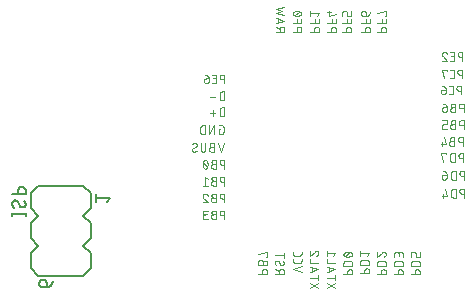
<source format=gbr>
G04 EAGLE Gerber RS-274X export*
G75*
%MOMM*%
%FSLAX34Y34*%
%LPD*%
%INSilkscreen Bottom*%
%IPPOS*%
%AMOC8*
5,1,8,0,0,1.08239X$1,22.5*%
G01*
%ADD10C,0.076200*%
%ADD11C,0.152400*%
%ADD12C,0.127000*%


D10*
X699516Y340106D02*
X706882Y340106D01*
X706882Y342152D01*
X706880Y342241D01*
X706874Y342330D01*
X706864Y342419D01*
X706851Y342507D01*
X706834Y342595D01*
X706812Y342682D01*
X706787Y342767D01*
X706759Y342852D01*
X706726Y342935D01*
X706690Y343017D01*
X706651Y343097D01*
X706608Y343175D01*
X706562Y343251D01*
X706512Y343326D01*
X706459Y343398D01*
X706403Y343467D01*
X706344Y343534D01*
X706283Y343599D01*
X706218Y343660D01*
X706151Y343719D01*
X706082Y343775D01*
X706010Y343828D01*
X705935Y343878D01*
X705859Y343924D01*
X705781Y343967D01*
X705701Y344006D01*
X705619Y344042D01*
X705536Y344075D01*
X705451Y344103D01*
X705366Y344128D01*
X705279Y344150D01*
X705191Y344167D01*
X705103Y344180D01*
X705014Y344190D01*
X704925Y344196D01*
X704836Y344198D01*
X704747Y344196D01*
X704658Y344190D01*
X704569Y344180D01*
X704481Y344167D01*
X704393Y344150D01*
X704306Y344128D01*
X704221Y344103D01*
X704136Y344075D01*
X704053Y344042D01*
X703971Y344006D01*
X703891Y343967D01*
X703813Y343924D01*
X703737Y343878D01*
X703662Y343828D01*
X703590Y343775D01*
X703521Y343719D01*
X703454Y343660D01*
X703389Y343599D01*
X703328Y343534D01*
X703269Y343467D01*
X703213Y343398D01*
X703160Y343326D01*
X703110Y343251D01*
X703064Y343175D01*
X703021Y343097D01*
X702982Y343017D01*
X702946Y342935D01*
X702913Y342852D01*
X702885Y342767D01*
X702860Y342682D01*
X702838Y342595D01*
X702821Y342507D01*
X702808Y342419D01*
X702798Y342330D01*
X702792Y342241D01*
X702790Y342152D01*
X702790Y340106D01*
X699516Y347319D02*
X706882Y347319D01*
X706882Y350593D01*
X703608Y350593D02*
X703608Y347319D01*
X706064Y353400D02*
X706882Y353400D01*
X706882Y357492D01*
X699516Y355446D01*
X693388Y340106D02*
X686022Y340106D01*
X693388Y340106D02*
X693388Y342152D01*
X693386Y342241D01*
X693380Y342330D01*
X693370Y342419D01*
X693357Y342507D01*
X693340Y342595D01*
X693318Y342682D01*
X693293Y342767D01*
X693265Y342852D01*
X693232Y342935D01*
X693196Y343017D01*
X693157Y343097D01*
X693114Y343175D01*
X693068Y343251D01*
X693018Y343326D01*
X692965Y343398D01*
X692909Y343467D01*
X692850Y343534D01*
X692789Y343599D01*
X692724Y343660D01*
X692657Y343719D01*
X692588Y343775D01*
X692516Y343828D01*
X692441Y343878D01*
X692365Y343924D01*
X692287Y343967D01*
X692207Y344006D01*
X692125Y344042D01*
X692042Y344075D01*
X691957Y344103D01*
X691872Y344128D01*
X691785Y344150D01*
X691697Y344167D01*
X691609Y344180D01*
X691520Y344190D01*
X691431Y344196D01*
X691342Y344198D01*
X691253Y344196D01*
X691164Y344190D01*
X691075Y344180D01*
X690987Y344167D01*
X690899Y344150D01*
X690812Y344128D01*
X690727Y344103D01*
X690642Y344075D01*
X690559Y344042D01*
X690477Y344006D01*
X690397Y343967D01*
X690319Y343924D01*
X690243Y343878D01*
X690168Y343828D01*
X690096Y343775D01*
X690027Y343719D01*
X689960Y343660D01*
X689895Y343599D01*
X689834Y343534D01*
X689775Y343467D01*
X689719Y343398D01*
X689666Y343326D01*
X689616Y343251D01*
X689570Y343175D01*
X689527Y343097D01*
X689488Y343017D01*
X689452Y342935D01*
X689419Y342852D01*
X689391Y342767D01*
X689366Y342682D01*
X689344Y342595D01*
X689327Y342507D01*
X689314Y342419D01*
X689304Y342330D01*
X689298Y342241D01*
X689296Y342152D01*
X689296Y340106D01*
X686022Y347319D02*
X693388Y347319D01*
X693388Y350593D01*
X690114Y350593D02*
X690114Y347319D01*
X690114Y353400D02*
X690114Y355855D01*
X690115Y355855D02*
X690113Y355933D01*
X690108Y356011D01*
X690098Y356088D01*
X690085Y356165D01*
X690069Y356241D01*
X690049Y356316D01*
X690025Y356390D01*
X689998Y356463D01*
X689967Y356535D01*
X689933Y356605D01*
X689896Y356674D01*
X689855Y356740D01*
X689811Y356805D01*
X689765Y356867D01*
X689715Y356927D01*
X689663Y356985D01*
X689608Y357040D01*
X689550Y357092D01*
X689490Y357142D01*
X689428Y357188D01*
X689363Y357232D01*
X689297Y357273D01*
X689228Y357310D01*
X689158Y357344D01*
X689086Y357375D01*
X689013Y357402D01*
X688939Y357426D01*
X688864Y357446D01*
X688788Y357462D01*
X688711Y357475D01*
X688634Y357485D01*
X688556Y357490D01*
X688478Y357492D01*
X688068Y357492D01*
X687979Y357490D01*
X687890Y357484D01*
X687801Y357474D01*
X687713Y357461D01*
X687625Y357444D01*
X687538Y357422D01*
X687453Y357397D01*
X687368Y357369D01*
X687285Y357336D01*
X687203Y357300D01*
X687123Y357261D01*
X687045Y357218D01*
X686969Y357172D01*
X686894Y357122D01*
X686822Y357069D01*
X686753Y357013D01*
X686686Y356954D01*
X686621Y356893D01*
X686560Y356828D01*
X686501Y356761D01*
X686445Y356692D01*
X686392Y356620D01*
X686342Y356545D01*
X686296Y356469D01*
X686253Y356391D01*
X686214Y356311D01*
X686178Y356229D01*
X686145Y356146D01*
X686117Y356061D01*
X686092Y355976D01*
X686070Y355889D01*
X686053Y355801D01*
X686040Y355713D01*
X686030Y355624D01*
X686024Y355535D01*
X686022Y355446D01*
X686024Y355357D01*
X686030Y355268D01*
X686040Y355179D01*
X686053Y355091D01*
X686070Y355003D01*
X686092Y354916D01*
X686117Y354831D01*
X686145Y354746D01*
X686178Y354663D01*
X686214Y354581D01*
X686253Y354501D01*
X686296Y354423D01*
X686342Y354347D01*
X686392Y354272D01*
X686445Y354200D01*
X686501Y354131D01*
X686560Y354064D01*
X686621Y353999D01*
X686686Y353938D01*
X686753Y353879D01*
X686822Y353823D01*
X686894Y353770D01*
X686969Y353720D01*
X687045Y353674D01*
X687123Y353631D01*
X687203Y353592D01*
X687285Y353556D01*
X687368Y353523D01*
X687453Y353495D01*
X687538Y353470D01*
X687625Y353448D01*
X687713Y353431D01*
X687801Y353418D01*
X687890Y353408D01*
X687979Y353402D01*
X688068Y353400D01*
X690114Y353400D01*
X690114Y353399D02*
X690228Y353401D01*
X690342Y353407D01*
X690456Y353417D01*
X690570Y353431D01*
X690683Y353449D01*
X690795Y353471D01*
X690906Y353496D01*
X691016Y353526D01*
X691126Y353559D01*
X691234Y353596D01*
X691340Y353637D01*
X691446Y353682D01*
X691549Y353730D01*
X691651Y353782D01*
X691751Y353838D01*
X691849Y353896D01*
X691945Y353959D01*
X692038Y354024D01*
X692130Y354093D01*
X692218Y354165D01*
X692305Y354240D01*
X692388Y354318D01*
X692469Y354399D01*
X692547Y354482D01*
X692622Y354569D01*
X692694Y354657D01*
X692763Y354749D01*
X692828Y354842D01*
X692890Y354938D01*
X692949Y355036D01*
X693005Y355136D01*
X693057Y355238D01*
X693105Y355341D01*
X693150Y355447D01*
X693191Y355553D01*
X693228Y355661D01*
X693261Y355771D01*
X693291Y355881D01*
X693316Y355992D01*
X693338Y356104D01*
X693356Y356217D01*
X693370Y356331D01*
X693380Y356445D01*
X693386Y356559D01*
X693388Y356673D01*
X677513Y340106D02*
X670147Y340106D01*
X677513Y340106D02*
X677513Y342152D01*
X677511Y342241D01*
X677505Y342330D01*
X677495Y342419D01*
X677482Y342507D01*
X677465Y342595D01*
X677443Y342682D01*
X677418Y342767D01*
X677390Y342852D01*
X677357Y342935D01*
X677321Y343017D01*
X677282Y343097D01*
X677239Y343175D01*
X677193Y343251D01*
X677143Y343326D01*
X677090Y343398D01*
X677034Y343467D01*
X676975Y343534D01*
X676914Y343599D01*
X676849Y343660D01*
X676782Y343719D01*
X676713Y343775D01*
X676641Y343828D01*
X676566Y343878D01*
X676490Y343924D01*
X676412Y343967D01*
X676332Y344006D01*
X676250Y344042D01*
X676167Y344075D01*
X676082Y344103D01*
X675997Y344128D01*
X675910Y344150D01*
X675822Y344167D01*
X675734Y344180D01*
X675645Y344190D01*
X675556Y344196D01*
X675467Y344198D01*
X675378Y344196D01*
X675289Y344190D01*
X675200Y344180D01*
X675112Y344167D01*
X675024Y344150D01*
X674937Y344128D01*
X674852Y344103D01*
X674767Y344075D01*
X674684Y344042D01*
X674602Y344006D01*
X674522Y343967D01*
X674444Y343924D01*
X674368Y343878D01*
X674293Y343828D01*
X674221Y343775D01*
X674152Y343719D01*
X674085Y343660D01*
X674020Y343599D01*
X673959Y343534D01*
X673900Y343467D01*
X673844Y343398D01*
X673791Y343326D01*
X673741Y343251D01*
X673695Y343175D01*
X673652Y343097D01*
X673613Y343017D01*
X673577Y342935D01*
X673544Y342852D01*
X673516Y342767D01*
X673491Y342682D01*
X673469Y342595D01*
X673452Y342507D01*
X673439Y342419D01*
X673429Y342330D01*
X673423Y342241D01*
X673421Y342152D01*
X673421Y340106D01*
X670147Y347319D02*
X677513Y347319D01*
X677513Y350593D01*
X674239Y350593D02*
X674239Y347319D01*
X670147Y353400D02*
X670147Y355855D01*
X670149Y355935D01*
X670155Y356015D01*
X670165Y356095D01*
X670178Y356174D01*
X670196Y356253D01*
X670217Y356330D01*
X670243Y356406D01*
X670272Y356481D01*
X670304Y356555D01*
X670340Y356627D01*
X670380Y356697D01*
X670423Y356764D01*
X670469Y356830D01*
X670519Y356893D01*
X670571Y356954D01*
X670626Y357013D01*
X670685Y357068D01*
X670745Y357120D01*
X670809Y357170D01*
X670875Y357216D01*
X670942Y357259D01*
X671012Y357299D01*
X671084Y357335D01*
X671158Y357367D01*
X671232Y357396D01*
X671309Y357422D01*
X671386Y357443D01*
X671465Y357461D01*
X671544Y357474D01*
X671624Y357484D01*
X671704Y357490D01*
X671784Y357492D01*
X672603Y357492D01*
X672681Y357490D01*
X672759Y357485D01*
X672836Y357475D01*
X672913Y357462D01*
X672989Y357446D01*
X673064Y357426D01*
X673138Y357402D01*
X673211Y357375D01*
X673283Y357344D01*
X673353Y357310D01*
X673422Y357273D01*
X673488Y357232D01*
X673553Y357188D01*
X673615Y357142D01*
X673675Y357092D01*
X673733Y357040D01*
X673788Y356985D01*
X673840Y356927D01*
X673890Y356867D01*
X673936Y356805D01*
X673980Y356740D01*
X674021Y356674D01*
X674058Y356605D01*
X674092Y356535D01*
X674123Y356463D01*
X674150Y356390D01*
X674174Y356316D01*
X674194Y356241D01*
X674210Y356165D01*
X674223Y356088D01*
X674233Y356011D01*
X674238Y355933D01*
X674240Y355855D01*
X674239Y355855D02*
X674239Y353400D01*
X677513Y353400D01*
X677513Y357492D01*
X664813Y340106D02*
X657447Y340106D01*
X664813Y340106D02*
X664813Y342152D01*
X664811Y342241D01*
X664805Y342330D01*
X664795Y342419D01*
X664782Y342507D01*
X664765Y342595D01*
X664743Y342682D01*
X664718Y342767D01*
X664690Y342852D01*
X664657Y342935D01*
X664621Y343017D01*
X664582Y343097D01*
X664539Y343175D01*
X664493Y343251D01*
X664443Y343326D01*
X664390Y343398D01*
X664334Y343467D01*
X664275Y343534D01*
X664214Y343599D01*
X664149Y343660D01*
X664082Y343719D01*
X664013Y343775D01*
X663941Y343828D01*
X663866Y343878D01*
X663790Y343924D01*
X663712Y343967D01*
X663632Y344006D01*
X663550Y344042D01*
X663467Y344075D01*
X663382Y344103D01*
X663297Y344128D01*
X663210Y344150D01*
X663122Y344167D01*
X663034Y344180D01*
X662945Y344190D01*
X662856Y344196D01*
X662767Y344198D01*
X662678Y344196D01*
X662589Y344190D01*
X662500Y344180D01*
X662412Y344167D01*
X662324Y344150D01*
X662237Y344128D01*
X662152Y344103D01*
X662067Y344075D01*
X661984Y344042D01*
X661902Y344006D01*
X661822Y343967D01*
X661744Y343924D01*
X661668Y343878D01*
X661593Y343828D01*
X661521Y343775D01*
X661452Y343719D01*
X661385Y343660D01*
X661320Y343599D01*
X661259Y343534D01*
X661200Y343467D01*
X661144Y343398D01*
X661091Y343326D01*
X661041Y343251D01*
X660995Y343175D01*
X660952Y343097D01*
X660913Y343017D01*
X660877Y342935D01*
X660844Y342852D01*
X660816Y342767D01*
X660791Y342682D01*
X660769Y342595D01*
X660752Y342507D01*
X660739Y342419D01*
X660729Y342330D01*
X660723Y342241D01*
X660721Y342152D01*
X660721Y340106D01*
X657447Y347319D02*
X664813Y347319D01*
X664813Y350593D01*
X661539Y350593D02*
X661539Y347319D01*
X659084Y353400D02*
X664813Y355036D01*
X659084Y353400D02*
X659084Y357492D01*
X660721Y356264D02*
X657447Y356264D01*
X650526Y340106D02*
X643160Y340106D01*
X650526Y340106D02*
X650526Y342152D01*
X650524Y342241D01*
X650518Y342330D01*
X650508Y342419D01*
X650495Y342507D01*
X650478Y342595D01*
X650456Y342682D01*
X650431Y342767D01*
X650403Y342852D01*
X650370Y342935D01*
X650334Y343017D01*
X650295Y343097D01*
X650252Y343175D01*
X650206Y343251D01*
X650156Y343326D01*
X650103Y343398D01*
X650047Y343467D01*
X649988Y343534D01*
X649927Y343599D01*
X649862Y343660D01*
X649795Y343719D01*
X649726Y343775D01*
X649654Y343828D01*
X649579Y343878D01*
X649503Y343924D01*
X649425Y343967D01*
X649345Y344006D01*
X649263Y344042D01*
X649180Y344075D01*
X649095Y344103D01*
X649010Y344128D01*
X648923Y344150D01*
X648835Y344167D01*
X648747Y344180D01*
X648658Y344190D01*
X648569Y344196D01*
X648480Y344198D01*
X648391Y344196D01*
X648302Y344190D01*
X648213Y344180D01*
X648125Y344167D01*
X648037Y344150D01*
X647950Y344128D01*
X647865Y344103D01*
X647780Y344075D01*
X647697Y344042D01*
X647615Y344006D01*
X647535Y343967D01*
X647457Y343924D01*
X647381Y343878D01*
X647306Y343828D01*
X647234Y343775D01*
X647165Y343719D01*
X647098Y343660D01*
X647033Y343599D01*
X646972Y343534D01*
X646913Y343467D01*
X646857Y343398D01*
X646804Y343326D01*
X646754Y343251D01*
X646708Y343175D01*
X646665Y343097D01*
X646626Y343017D01*
X646590Y342935D01*
X646557Y342852D01*
X646529Y342767D01*
X646504Y342682D01*
X646482Y342595D01*
X646465Y342507D01*
X646452Y342419D01*
X646442Y342330D01*
X646436Y342241D01*
X646434Y342152D01*
X646434Y340106D01*
X643160Y347319D02*
X650526Y347319D01*
X650526Y350593D01*
X647252Y350593D02*
X647252Y347319D01*
X648889Y353400D02*
X650526Y355446D01*
X643160Y355446D01*
X643160Y353400D02*
X643160Y357492D01*
X635445Y340106D02*
X628079Y340106D01*
X635445Y340106D02*
X635445Y342152D01*
X635444Y342152D02*
X635442Y342241D01*
X635436Y342330D01*
X635426Y342419D01*
X635413Y342507D01*
X635396Y342595D01*
X635374Y342682D01*
X635349Y342767D01*
X635321Y342852D01*
X635288Y342935D01*
X635252Y343017D01*
X635213Y343097D01*
X635170Y343175D01*
X635124Y343251D01*
X635074Y343326D01*
X635021Y343398D01*
X634965Y343467D01*
X634906Y343534D01*
X634845Y343599D01*
X634780Y343660D01*
X634713Y343719D01*
X634644Y343775D01*
X634572Y343828D01*
X634497Y343878D01*
X634421Y343924D01*
X634343Y343967D01*
X634263Y344006D01*
X634181Y344042D01*
X634098Y344075D01*
X634013Y344103D01*
X633928Y344128D01*
X633841Y344150D01*
X633753Y344167D01*
X633665Y344180D01*
X633576Y344190D01*
X633487Y344196D01*
X633398Y344198D01*
X633309Y344196D01*
X633220Y344190D01*
X633131Y344180D01*
X633043Y344167D01*
X632955Y344150D01*
X632868Y344128D01*
X632783Y344103D01*
X632698Y344075D01*
X632615Y344042D01*
X632533Y344006D01*
X632453Y343967D01*
X632375Y343924D01*
X632299Y343878D01*
X632224Y343828D01*
X632152Y343775D01*
X632083Y343719D01*
X632016Y343660D01*
X631951Y343599D01*
X631890Y343534D01*
X631831Y343467D01*
X631775Y343398D01*
X631722Y343326D01*
X631672Y343251D01*
X631626Y343175D01*
X631583Y343097D01*
X631544Y343017D01*
X631508Y342935D01*
X631475Y342852D01*
X631447Y342767D01*
X631422Y342682D01*
X631400Y342595D01*
X631383Y342507D01*
X631370Y342419D01*
X631360Y342330D01*
X631354Y342241D01*
X631352Y342152D01*
X631352Y340106D01*
X628079Y347319D02*
X635445Y347319D01*
X635445Y350593D01*
X632171Y350593D02*
X632171Y347319D01*
X631762Y353400D02*
X631915Y353402D01*
X632068Y353408D01*
X632220Y353417D01*
X632373Y353431D01*
X632525Y353448D01*
X632676Y353469D01*
X632827Y353494D01*
X632977Y353523D01*
X633127Y353555D01*
X633275Y353592D01*
X633423Y353632D01*
X633570Y353675D01*
X633715Y353723D01*
X633859Y353774D01*
X634002Y353828D01*
X634144Y353887D01*
X634283Y353948D01*
X634422Y354014D01*
X634421Y354014D02*
X634491Y354040D01*
X634561Y354070D01*
X634628Y354103D01*
X634694Y354139D01*
X634758Y354178D01*
X634820Y354221D01*
X634879Y354267D01*
X634937Y354315D01*
X634991Y354366D01*
X635044Y354420D01*
X635093Y354477D01*
X635140Y354536D01*
X635183Y354597D01*
X635224Y354660D01*
X635261Y354725D01*
X635296Y354792D01*
X635326Y354861D01*
X635354Y354931D01*
X635377Y355002D01*
X635398Y355074D01*
X635414Y355147D01*
X635427Y355221D01*
X635437Y355296D01*
X635442Y355371D01*
X635444Y355446D01*
X635442Y355521D01*
X635437Y355596D01*
X635427Y355671D01*
X635414Y355745D01*
X635398Y355818D01*
X635377Y355890D01*
X635354Y355961D01*
X635326Y356031D01*
X635296Y356100D01*
X635261Y356167D01*
X635224Y356232D01*
X635183Y356295D01*
X635140Y356356D01*
X635093Y356415D01*
X635044Y356472D01*
X634991Y356526D01*
X634937Y356577D01*
X634879Y356626D01*
X634820Y356671D01*
X634758Y356714D01*
X634694Y356753D01*
X634628Y356790D01*
X634560Y356822D01*
X634491Y356852D01*
X634421Y356878D01*
X634422Y356878D02*
X634284Y356943D01*
X634144Y357005D01*
X634002Y357063D01*
X633859Y357118D01*
X633715Y357169D01*
X633570Y357217D01*
X633423Y357260D01*
X633276Y357300D01*
X633127Y357337D01*
X632977Y357369D01*
X632827Y357398D01*
X632676Y357423D01*
X632525Y357444D01*
X632373Y357461D01*
X632220Y357475D01*
X632068Y357484D01*
X631915Y357490D01*
X631762Y357492D01*
X631762Y353399D02*
X631609Y353401D01*
X631456Y353407D01*
X631303Y353416D01*
X631151Y353430D01*
X630999Y353447D01*
X630848Y353468D01*
X630697Y353493D01*
X630546Y353522D01*
X630397Y353554D01*
X630248Y353591D01*
X630101Y353631D01*
X629954Y353674D01*
X629809Y353722D01*
X629664Y353773D01*
X629522Y353828D01*
X629380Y353886D01*
X629240Y353948D01*
X629102Y354013D01*
X629102Y354014D02*
X629031Y354040D01*
X628962Y354070D01*
X628895Y354103D01*
X628829Y354139D01*
X628765Y354178D01*
X628703Y354221D01*
X628644Y354267D01*
X628586Y354315D01*
X628532Y354366D01*
X628479Y354420D01*
X628430Y354477D01*
X628383Y354536D01*
X628340Y354597D01*
X628299Y354660D01*
X628262Y354725D01*
X628227Y354792D01*
X628197Y354861D01*
X628169Y354931D01*
X628146Y355002D01*
X628125Y355074D01*
X628109Y355147D01*
X628096Y355221D01*
X628086Y355296D01*
X628081Y355371D01*
X628079Y355446D01*
X629102Y356878D02*
X629240Y356943D01*
X629380Y357005D01*
X629522Y357063D01*
X629665Y357118D01*
X629809Y357169D01*
X629954Y357217D01*
X630101Y357260D01*
X630249Y357300D01*
X630397Y357337D01*
X630547Y357369D01*
X630697Y357398D01*
X630848Y357423D01*
X630999Y357444D01*
X631151Y357461D01*
X631304Y357475D01*
X631456Y357484D01*
X631609Y357490D01*
X631762Y357492D01*
X629102Y356878D02*
X629032Y356852D01*
X628962Y356822D01*
X628895Y356790D01*
X628829Y356753D01*
X628765Y356714D01*
X628703Y356671D01*
X628644Y356625D01*
X628586Y356577D01*
X628532Y356526D01*
X628479Y356472D01*
X628430Y356415D01*
X628383Y356356D01*
X628340Y356295D01*
X628299Y356232D01*
X628262Y356167D01*
X628227Y356100D01*
X628197Y356031D01*
X628169Y355961D01*
X628146Y355890D01*
X628125Y355818D01*
X628109Y355745D01*
X628096Y355671D01*
X628086Y355596D01*
X628081Y355521D01*
X628079Y355446D01*
X629715Y353809D02*
X633808Y357083D01*
X699643Y134758D02*
X707009Y134758D01*
X707009Y136804D01*
X707007Y136893D01*
X707001Y136982D01*
X706991Y137071D01*
X706978Y137159D01*
X706961Y137247D01*
X706939Y137334D01*
X706914Y137419D01*
X706886Y137504D01*
X706853Y137587D01*
X706817Y137669D01*
X706778Y137749D01*
X706735Y137827D01*
X706689Y137903D01*
X706639Y137978D01*
X706586Y138050D01*
X706530Y138119D01*
X706471Y138186D01*
X706410Y138251D01*
X706345Y138312D01*
X706278Y138371D01*
X706209Y138427D01*
X706137Y138480D01*
X706062Y138530D01*
X705986Y138576D01*
X705908Y138619D01*
X705828Y138658D01*
X705746Y138694D01*
X705663Y138727D01*
X705578Y138755D01*
X705493Y138780D01*
X705406Y138802D01*
X705318Y138819D01*
X705230Y138832D01*
X705141Y138842D01*
X705052Y138848D01*
X704963Y138850D01*
X704874Y138848D01*
X704785Y138842D01*
X704696Y138832D01*
X704608Y138819D01*
X704520Y138802D01*
X704433Y138780D01*
X704348Y138755D01*
X704263Y138727D01*
X704180Y138694D01*
X704098Y138658D01*
X704018Y138619D01*
X703940Y138576D01*
X703864Y138530D01*
X703789Y138480D01*
X703717Y138427D01*
X703648Y138371D01*
X703581Y138312D01*
X703516Y138251D01*
X703455Y138186D01*
X703396Y138119D01*
X703340Y138050D01*
X703287Y137978D01*
X703237Y137903D01*
X703191Y137827D01*
X703148Y137749D01*
X703109Y137669D01*
X703073Y137587D01*
X703040Y137504D01*
X703012Y137419D01*
X702987Y137334D01*
X702965Y137247D01*
X702948Y137159D01*
X702935Y137071D01*
X702925Y136982D01*
X702919Y136893D01*
X702917Y136804D01*
X702917Y134758D01*
X699643Y141955D02*
X707009Y141955D01*
X707009Y144001D01*
X707007Y144090D01*
X707001Y144179D01*
X706991Y144268D01*
X706978Y144356D01*
X706961Y144444D01*
X706939Y144531D01*
X706914Y144616D01*
X706886Y144701D01*
X706853Y144784D01*
X706817Y144866D01*
X706778Y144946D01*
X706735Y145024D01*
X706689Y145100D01*
X706639Y145175D01*
X706586Y145247D01*
X706530Y145316D01*
X706471Y145383D01*
X706410Y145448D01*
X706345Y145509D01*
X706278Y145568D01*
X706209Y145624D01*
X706137Y145677D01*
X706062Y145727D01*
X705986Y145773D01*
X705908Y145816D01*
X705828Y145855D01*
X705746Y145891D01*
X705663Y145924D01*
X705578Y145952D01*
X705493Y145977D01*
X705406Y145999D01*
X705318Y146016D01*
X705230Y146029D01*
X705141Y146039D01*
X705052Y146045D01*
X704963Y146047D01*
X701689Y146047D01*
X701600Y146045D01*
X701511Y146039D01*
X701422Y146029D01*
X701334Y146016D01*
X701246Y145999D01*
X701159Y145977D01*
X701074Y145952D01*
X700989Y145924D01*
X700906Y145891D01*
X700824Y145855D01*
X700744Y145816D01*
X700666Y145773D01*
X700590Y145727D01*
X700515Y145677D01*
X700443Y145624D01*
X700374Y145568D01*
X700307Y145509D01*
X700242Y145448D01*
X700181Y145383D01*
X700122Y145316D01*
X700066Y145247D01*
X700013Y145175D01*
X699963Y145100D01*
X699917Y145024D01*
X699874Y144946D01*
X699835Y144866D01*
X699799Y144784D01*
X699766Y144701D01*
X699738Y144616D01*
X699713Y144531D01*
X699691Y144444D01*
X699674Y144356D01*
X699661Y144268D01*
X699651Y144179D01*
X699645Y144090D01*
X699643Y144001D01*
X699643Y141955D01*
X707010Y151765D02*
X707008Y151850D01*
X707002Y151935D01*
X706992Y152019D01*
X706979Y152103D01*
X706961Y152187D01*
X706940Y152269D01*
X706915Y152350D01*
X706886Y152430D01*
X706853Y152509D01*
X706817Y152586D01*
X706777Y152661D01*
X706734Y152735D01*
X706688Y152806D01*
X706638Y152875D01*
X706585Y152942D01*
X706529Y153006D01*
X706470Y153067D01*
X706409Y153126D01*
X706345Y153182D01*
X706278Y153235D01*
X706209Y153285D01*
X706138Y153331D01*
X706064Y153374D01*
X705989Y153414D01*
X705912Y153450D01*
X705833Y153483D01*
X705753Y153512D01*
X705672Y153537D01*
X705590Y153558D01*
X705506Y153576D01*
X705422Y153589D01*
X705338Y153599D01*
X705253Y153605D01*
X705168Y153607D01*
X707009Y151765D02*
X707007Y151669D01*
X707001Y151573D01*
X706991Y151478D01*
X706978Y151383D01*
X706960Y151288D01*
X706939Y151195D01*
X706914Y151102D01*
X706885Y151011D01*
X706853Y150920D01*
X706817Y150831D01*
X706777Y150744D01*
X706734Y150658D01*
X706688Y150574D01*
X706638Y150492D01*
X706584Y150412D01*
X706528Y150335D01*
X706468Y150260D01*
X706406Y150187D01*
X706340Y150117D01*
X706272Y150049D01*
X706201Y149984D01*
X706128Y149923D01*
X706052Y149864D01*
X705973Y149808D01*
X705893Y149756D01*
X705810Y149707D01*
X705726Y149661D01*
X705640Y149619D01*
X705552Y149581D01*
X705463Y149546D01*
X705372Y149514D01*
X703736Y152993D02*
X703795Y153053D01*
X703857Y153110D01*
X703921Y153165D01*
X703988Y153216D01*
X704057Y153265D01*
X704127Y153311D01*
X704200Y153354D01*
X704274Y153394D01*
X704350Y153430D01*
X704428Y153463D01*
X704507Y153493D01*
X704587Y153520D01*
X704668Y153543D01*
X704750Y153562D01*
X704832Y153578D01*
X704916Y153591D01*
X705000Y153600D01*
X705084Y153605D01*
X705168Y153607D01*
X703735Y152993D02*
X699643Y149514D01*
X699643Y153607D01*
X713931Y134758D02*
X721297Y134758D01*
X721297Y136804D01*
X721296Y136804D02*
X721294Y136893D01*
X721288Y136982D01*
X721278Y137071D01*
X721265Y137159D01*
X721248Y137247D01*
X721226Y137334D01*
X721201Y137419D01*
X721173Y137504D01*
X721140Y137587D01*
X721104Y137669D01*
X721065Y137749D01*
X721022Y137827D01*
X720976Y137903D01*
X720926Y137978D01*
X720873Y138050D01*
X720817Y138119D01*
X720758Y138186D01*
X720697Y138251D01*
X720632Y138312D01*
X720565Y138371D01*
X720496Y138427D01*
X720424Y138480D01*
X720349Y138530D01*
X720273Y138576D01*
X720195Y138619D01*
X720115Y138658D01*
X720033Y138694D01*
X719950Y138727D01*
X719865Y138755D01*
X719780Y138780D01*
X719693Y138802D01*
X719605Y138819D01*
X719517Y138832D01*
X719428Y138842D01*
X719339Y138848D01*
X719250Y138850D01*
X719161Y138848D01*
X719072Y138842D01*
X718983Y138832D01*
X718895Y138819D01*
X718807Y138802D01*
X718720Y138780D01*
X718635Y138755D01*
X718550Y138727D01*
X718467Y138694D01*
X718385Y138658D01*
X718305Y138619D01*
X718227Y138576D01*
X718151Y138530D01*
X718076Y138480D01*
X718004Y138427D01*
X717935Y138371D01*
X717868Y138312D01*
X717803Y138251D01*
X717742Y138186D01*
X717683Y138119D01*
X717627Y138050D01*
X717574Y137978D01*
X717524Y137903D01*
X717478Y137827D01*
X717435Y137749D01*
X717396Y137669D01*
X717360Y137587D01*
X717327Y137504D01*
X717299Y137419D01*
X717274Y137334D01*
X717252Y137247D01*
X717235Y137159D01*
X717222Y137071D01*
X717212Y136982D01*
X717206Y136893D01*
X717204Y136804D01*
X717204Y134758D01*
X713931Y141955D02*
X721297Y141955D01*
X721297Y144001D01*
X721296Y144001D02*
X721294Y144090D01*
X721288Y144179D01*
X721278Y144268D01*
X721265Y144356D01*
X721248Y144444D01*
X721226Y144531D01*
X721201Y144616D01*
X721173Y144701D01*
X721140Y144784D01*
X721104Y144866D01*
X721065Y144946D01*
X721022Y145024D01*
X720976Y145100D01*
X720926Y145175D01*
X720873Y145247D01*
X720817Y145316D01*
X720758Y145383D01*
X720697Y145448D01*
X720632Y145509D01*
X720565Y145568D01*
X720496Y145624D01*
X720424Y145677D01*
X720349Y145727D01*
X720273Y145773D01*
X720195Y145816D01*
X720115Y145855D01*
X720033Y145891D01*
X719950Y145924D01*
X719865Y145952D01*
X719780Y145977D01*
X719693Y145999D01*
X719605Y146016D01*
X719517Y146029D01*
X719428Y146039D01*
X719339Y146045D01*
X719250Y146047D01*
X715977Y146047D01*
X715888Y146045D01*
X715799Y146039D01*
X715710Y146029D01*
X715622Y146016D01*
X715534Y145999D01*
X715447Y145977D01*
X715362Y145952D01*
X715277Y145924D01*
X715194Y145891D01*
X715112Y145855D01*
X715032Y145816D01*
X714954Y145773D01*
X714878Y145727D01*
X714803Y145677D01*
X714731Y145624D01*
X714662Y145568D01*
X714595Y145509D01*
X714530Y145448D01*
X714469Y145383D01*
X714410Y145316D01*
X714354Y145247D01*
X714301Y145175D01*
X714251Y145100D01*
X714205Y145024D01*
X714162Y144946D01*
X714123Y144866D01*
X714087Y144784D01*
X714054Y144701D01*
X714026Y144616D01*
X714001Y144531D01*
X713979Y144444D01*
X713962Y144356D01*
X713949Y144268D01*
X713939Y144179D01*
X713933Y144090D01*
X713931Y144001D01*
X713931Y141955D01*
X713931Y149514D02*
X713931Y151560D01*
X713933Y151649D01*
X713939Y151738D01*
X713949Y151827D01*
X713962Y151915D01*
X713979Y152003D01*
X714001Y152090D01*
X714026Y152175D01*
X714054Y152260D01*
X714087Y152343D01*
X714123Y152425D01*
X714162Y152505D01*
X714205Y152583D01*
X714251Y152659D01*
X714301Y152734D01*
X714354Y152806D01*
X714410Y152875D01*
X714469Y152942D01*
X714530Y153007D01*
X714595Y153068D01*
X714662Y153127D01*
X714731Y153183D01*
X714803Y153236D01*
X714878Y153286D01*
X714954Y153332D01*
X715032Y153375D01*
X715112Y153414D01*
X715194Y153450D01*
X715277Y153483D01*
X715362Y153511D01*
X715447Y153536D01*
X715534Y153558D01*
X715622Y153575D01*
X715710Y153588D01*
X715799Y153598D01*
X715888Y153604D01*
X715977Y153606D01*
X716066Y153604D01*
X716155Y153598D01*
X716244Y153588D01*
X716332Y153575D01*
X716420Y153558D01*
X716507Y153536D01*
X716592Y153511D01*
X716677Y153483D01*
X716760Y153450D01*
X716842Y153414D01*
X716922Y153375D01*
X717000Y153332D01*
X717076Y153286D01*
X717151Y153236D01*
X717223Y153183D01*
X717292Y153127D01*
X717359Y153068D01*
X717424Y153007D01*
X717485Y152942D01*
X717544Y152875D01*
X717600Y152806D01*
X717653Y152734D01*
X717703Y152659D01*
X717749Y152583D01*
X717792Y152505D01*
X717831Y152425D01*
X717867Y152343D01*
X717900Y152260D01*
X717928Y152175D01*
X717953Y152090D01*
X717975Y152003D01*
X717992Y151915D01*
X718005Y151827D01*
X718015Y151738D01*
X718021Y151649D01*
X718023Y151560D01*
X721297Y151970D02*
X721297Y149514D01*
X721297Y151970D02*
X721295Y152049D01*
X721289Y152128D01*
X721280Y152207D01*
X721267Y152285D01*
X721249Y152362D01*
X721229Y152438D01*
X721204Y152513D01*
X721176Y152587D01*
X721145Y152660D01*
X721109Y152731D01*
X721071Y152800D01*
X721029Y152867D01*
X720984Y152932D01*
X720936Y152995D01*
X720885Y153056D01*
X720831Y153113D01*
X720775Y153169D01*
X720716Y153221D01*
X720654Y153271D01*
X720590Y153317D01*
X720524Y153361D01*
X720456Y153401D01*
X720386Y153437D01*
X720314Y153471D01*
X720240Y153501D01*
X720166Y153527D01*
X720090Y153550D01*
X720013Y153568D01*
X719936Y153584D01*
X719857Y153595D01*
X719779Y153603D01*
X719700Y153607D01*
X719620Y153607D01*
X719541Y153603D01*
X719463Y153595D01*
X719384Y153584D01*
X719307Y153568D01*
X719230Y153550D01*
X719154Y153527D01*
X719080Y153501D01*
X719006Y153471D01*
X718934Y153437D01*
X718864Y153401D01*
X718796Y153361D01*
X718730Y153317D01*
X718666Y153271D01*
X718604Y153221D01*
X718545Y153169D01*
X718489Y153113D01*
X718435Y153056D01*
X718384Y152995D01*
X718336Y152932D01*
X718291Y152867D01*
X718249Y152800D01*
X718211Y152731D01*
X718175Y152660D01*
X718144Y152587D01*
X718116Y152513D01*
X718091Y152438D01*
X718071Y152362D01*
X718053Y152285D01*
X718040Y152207D01*
X718031Y152128D01*
X718025Y152049D01*
X718023Y151970D01*
X718023Y150333D01*
X692722Y135552D02*
X685356Y135552D01*
X692722Y135552D02*
X692722Y137598D01*
X692721Y137598D02*
X692719Y137687D01*
X692713Y137776D01*
X692703Y137865D01*
X692690Y137953D01*
X692673Y138041D01*
X692651Y138128D01*
X692626Y138213D01*
X692598Y138298D01*
X692565Y138381D01*
X692529Y138463D01*
X692490Y138543D01*
X692447Y138621D01*
X692401Y138697D01*
X692351Y138772D01*
X692298Y138844D01*
X692242Y138913D01*
X692183Y138980D01*
X692122Y139045D01*
X692057Y139106D01*
X691990Y139165D01*
X691921Y139221D01*
X691849Y139274D01*
X691774Y139324D01*
X691698Y139370D01*
X691620Y139413D01*
X691540Y139452D01*
X691458Y139488D01*
X691375Y139521D01*
X691290Y139549D01*
X691205Y139574D01*
X691118Y139596D01*
X691030Y139613D01*
X690942Y139626D01*
X690853Y139636D01*
X690764Y139642D01*
X690675Y139644D01*
X690586Y139642D01*
X690497Y139636D01*
X690408Y139626D01*
X690320Y139613D01*
X690232Y139596D01*
X690145Y139574D01*
X690060Y139549D01*
X689975Y139521D01*
X689892Y139488D01*
X689810Y139452D01*
X689730Y139413D01*
X689652Y139370D01*
X689576Y139324D01*
X689501Y139274D01*
X689429Y139221D01*
X689360Y139165D01*
X689293Y139106D01*
X689228Y139045D01*
X689167Y138980D01*
X689108Y138913D01*
X689052Y138844D01*
X688999Y138772D01*
X688949Y138697D01*
X688903Y138621D01*
X688860Y138543D01*
X688821Y138463D01*
X688785Y138381D01*
X688752Y138298D01*
X688724Y138213D01*
X688699Y138128D01*
X688677Y138041D01*
X688660Y137953D01*
X688647Y137865D01*
X688637Y137776D01*
X688631Y137687D01*
X688629Y137598D01*
X688629Y135552D01*
X685356Y142749D02*
X692722Y142749D01*
X692722Y144795D01*
X692721Y144795D02*
X692719Y144884D01*
X692713Y144973D01*
X692703Y145062D01*
X692690Y145150D01*
X692673Y145238D01*
X692651Y145325D01*
X692626Y145410D01*
X692598Y145495D01*
X692565Y145578D01*
X692529Y145660D01*
X692490Y145740D01*
X692447Y145818D01*
X692401Y145894D01*
X692351Y145969D01*
X692298Y146041D01*
X692242Y146110D01*
X692183Y146177D01*
X692122Y146242D01*
X692057Y146303D01*
X691990Y146362D01*
X691921Y146418D01*
X691849Y146471D01*
X691774Y146521D01*
X691698Y146567D01*
X691620Y146610D01*
X691540Y146649D01*
X691458Y146685D01*
X691375Y146718D01*
X691290Y146746D01*
X691205Y146771D01*
X691118Y146793D01*
X691030Y146810D01*
X690942Y146823D01*
X690853Y146833D01*
X690764Y146839D01*
X690675Y146841D01*
X687402Y146841D01*
X687313Y146839D01*
X687224Y146833D01*
X687135Y146823D01*
X687047Y146810D01*
X686959Y146793D01*
X686872Y146771D01*
X686787Y146746D01*
X686702Y146718D01*
X686619Y146685D01*
X686537Y146649D01*
X686457Y146610D01*
X686379Y146567D01*
X686303Y146521D01*
X686228Y146471D01*
X686156Y146418D01*
X686087Y146362D01*
X686020Y146303D01*
X685955Y146242D01*
X685894Y146177D01*
X685835Y146110D01*
X685779Y146041D01*
X685726Y145969D01*
X685676Y145894D01*
X685630Y145818D01*
X685587Y145740D01*
X685548Y145660D01*
X685512Y145578D01*
X685479Y145495D01*
X685451Y145410D01*
X685426Y145325D01*
X685404Y145238D01*
X685387Y145150D01*
X685374Y145062D01*
X685364Y144973D01*
X685358Y144884D01*
X685356Y144795D01*
X685356Y142749D01*
X691085Y150308D02*
X692722Y152354D01*
X685356Y152354D01*
X685356Y150308D02*
X685356Y154400D01*
X678434Y134758D02*
X671068Y134758D01*
X678434Y134758D02*
X678434Y136804D01*
X678432Y136893D01*
X678426Y136982D01*
X678416Y137071D01*
X678403Y137159D01*
X678386Y137247D01*
X678364Y137334D01*
X678339Y137419D01*
X678311Y137504D01*
X678278Y137587D01*
X678242Y137669D01*
X678203Y137749D01*
X678160Y137827D01*
X678114Y137903D01*
X678064Y137978D01*
X678011Y138050D01*
X677955Y138119D01*
X677896Y138186D01*
X677835Y138251D01*
X677770Y138312D01*
X677703Y138371D01*
X677634Y138427D01*
X677562Y138480D01*
X677487Y138530D01*
X677411Y138576D01*
X677333Y138619D01*
X677253Y138658D01*
X677171Y138694D01*
X677088Y138727D01*
X677003Y138755D01*
X676918Y138780D01*
X676831Y138802D01*
X676743Y138819D01*
X676655Y138832D01*
X676566Y138842D01*
X676477Y138848D01*
X676388Y138850D01*
X676299Y138848D01*
X676210Y138842D01*
X676121Y138832D01*
X676033Y138819D01*
X675945Y138802D01*
X675858Y138780D01*
X675773Y138755D01*
X675688Y138727D01*
X675605Y138694D01*
X675523Y138658D01*
X675443Y138619D01*
X675365Y138576D01*
X675289Y138530D01*
X675214Y138480D01*
X675142Y138427D01*
X675073Y138371D01*
X675006Y138312D01*
X674941Y138251D01*
X674880Y138186D01*
X674821Y138119D01*
X674765Y138050D01*
X674712Y137978D01*
X674662Y137903D01*
X674616Y137827D01*
X674573Y137749D01*
X674534Y137669D01*
X674498Y137587D01*
X674465Y137504D01*
X674437Y137419D01*
X674412Y137334D01*
X674390Y137247D01*
X674373Y137159D01*
X674360Y137071D01*
X674350Y136982D01*
X674344Y136893D01*
X674342Y136804D01*
X674342Y134758D01*
X671068Y141955D02*
X678434Y141955D01*
X678434Y144001D01*
X678432Y144090D01*
X678426Y144179D01*
X678416Y144268D01*
X678403Y144356D01*
X678386Y144444D01*
X678364Y144531D01*
X678339Y144616D01*
X678311Y144701D01*
X678278Y144784D01*
X678242Y144866D01*
X678203Y144946D01*
X678160Y145024D01*
X678114Y145100D01*
X678064Y145175D01*
X678011Y145247D01*
X677955Y145316D01*
X677896Y145383D01*
X677835Y145448D01*
X677770Y145509D01*
X677703Y145568D01*
X677634Y145624D01*
X677562Y145677D01*
X677487Y145727D01*
X677411Y145773D01*
X677333Y145816D01*
X677253Y145855D01*
X677171Y145891D01*
X677088Y145924D01*
X677003Y145952D01*
X676918Y145977D01*
X676831Y145999D01*
X676743Y146016D01*
X676655Y146029D01*
X676566Y146039D01*
X676477Y146045D01*
X676388Y146047D01*
X673114Y146047D01*
X673025Y146045D01*
X672936Y146039D01*
X672847Y146029D01*
X672759Y146016D01*
X672671Y145999D01*
X672584Y145977D01*
X672499Y145952D01*
X672414Y145924D01*
X672331Y145891D01*
X672249Y145855D01*
X672169Y145816D01*
X672091Y145773D01*
X672015Y145727D01*
X671940Y145677D01*
X671868Y145624D01*
X671799Y145568D01*
X671732Y145509D01*
X671667Y145448D01*
X671606Y145383D01*
X671547Y145316D01*
X671491Y145247D01*
X671438Y145175D01*
X671388Y145100D01*
X671342Y145024D01*
X671299Y144946D01*
X671260Y144866D01*
X671224Y144784D01*
X671191Y144701D01*
X671163Y144616D01*
X671138Y144531D01*
X671116Y144444D01*
X671099Y144356D01*
X671086Y144268D01*
X671076Y144179D01*
X671070Y144090D01*
X671068Y144001D01*
X671068Y141955D01*
X674751Y149515D02*
X674904Y149517D01*
X675057Y149523D01*
X675209Y149532D01*
X675362Y149546D01*
X675514Y149563D01*
X675665Y149584D01*
X675816Y149609D01*
X675966Y149638D01*
X676116Y149670D01*
X676264Y149707D01*
X676412Y149747D01*
X676559Y149790D01*
X676704Y149838D01*
X676848Y149889D01*
X676991Y149943D01*
X677133Y150002D01*
X677272Y150063D01*
X677411Y150129D01*
X677411Y150128D02*
X677481Y150154D01*
X677551Y150184D01*
X677618Y150217D01*
X677684Y150253D01*
X677748Y150292D01*
X677810Y150335D01*
X677869Y150381D01*
X677927Y150429D01*
X677981Y150480D01*
X678034Y150534D01*
X678083Y150591D01*
X678130Y150650D01*
X678173Y150711D01*
X678214Y150774D01*
X678251Y150839D01*
X678286Y150906D01*
X678316Y150975D01*
X678344Y151045D01*
X678367Y151116D01*
X678388Y151188D01*
X678404Y151261D01*
X678417Y151335D01*
X678427Y151410D01*
X678432Y151485D01*
X678434Y151560D01*
X678432Y151635D01*
X678427Y151710D01*
X678417Y151785D01*
X678404Y151859D01*
X678388Y151932D01*
X678367Y152004D01*
X678344Y152075D01*
X678316Y152145D01*
X678286Y152214D01*
X678251Y152281D01*
X678214Y152346D01*
X678173Y152409D01*
X678130Y152470D01*
X678083Y152529D01*
X678034Y152586D01*
X677981Y152640D01*
X677927Y152691D01*
X677869Y152740D01*
X677810Y152785D01*
X677748Y152828D01*
X677684Y152867D01*
X677618Y152904D01*
X677550Y152936D01*
X677481Y152966D01*
X677411Y152992D01*
X677273Y153057D01*
X677133Y153119D01*
X676991Y153177D01*
X676848Y153232D01*
X676704Y153283D01*
X676559Y153331D01*
X676412Y153374D01*
X676265Y153414D01*
X676116Y153451D01*
X675966Y153483D01*
X675816Y153512D01*
X675665Y153537D01*
X675514Y153558D01*
X675362Y153575D01*
X675209Y153589D01*
X675057Y153598D01*
X674904Y153604D01*
X674751Y153606D01*
X674751Y149514D02*
X674598Y149516D01*
X674445Y149522D01*
X674292Y149531D01*
X674140Y149545D01*
X673988Y149562D01*
X673837Y149583D01*
X673686Y149608D01*
X673535Y149637D01*
X673386Y149669D01*
X673237Y149706D01*
X673090Y149746D01*
X672943Y149789D01*
X672798Y149837D01*
X672653Y149888D01*
X672511Y149943D01*
X672369Y150001D01*
X672229Y150063D01*
X672091Y150128D01*
X672020Y150154D01*
X671951Y150184D01*
X671884Y150217D01*
X671818Y150253D01*
X671754Y150292D01*
X671692Y150335D01*
X671633Y150381D01*
X671575Y150429D01*
X671521Y150480D01*
X671468Y150534D01*
X671419Y150591D01*
X671372Y150650D01*
X671329Y150711D01*
X671288Y150774D01*
X671251Y150839D01*
X671216Y150906D01*
X671186Y150975D01*
X671158Y151045D01*
X671135Y151116D01*
X671114Y151188D01*
X671098Y151261D01*
X671085Y151335D01*
X671075Y151410D01*
X671070Y151485D01*
X671068Y151560D01*
X672091Y152992D02*
X672229Y153057D01*
X672369Y153119D01*
X672511Y153177D01*
X672654Y153232D01*
X672798Y153283D01*
X672943Y153331D01*
X673090Y153374D01*
X673238Y153414D01*
X673386Y153451D01*
X673536Y153483D01*
X673686Y153512D01*
X673837Y153537D01*
X673988Y153558D01*
X674140Y153575D01*
X674293Y153589D01*
X674445Y153598D01*
X674598Y153604D01*
X674751Y153606D01*
X672091Y152992D02*
X672021Y152966D01*
X671951Y152936D01*
X671884Y152904D01*
X671818Y152867D01*
X671754Y152828D01*
X671692Y152785D01*
X671633Y152739D01*
X671575Y152691D01*
X671521Y152640D01*
X671468Y152586D01*
X671419Y152529D01*
X671372Y152470D01*
X671329Y152409D01*
X671288Y152346D01*
X671251Y152281D01*
X671216Y152214D01*
X671186Y152145D01*
X671158Y152075D01*
X671135Y152004D01*
X671114Y151932D01*
X671098Y151859D01*
X671085Y151785D01*
X671075Y151710D01*
X671070Y151635D01*
X671068Y151560D01*
X672705Y149924D02*
X676797Y153197D01*
X773292Y199581D02*
X773292Y206947D01*
X771246Y206947D01*
X771246Y206946D02*
X771157Y206944D01*
X771068Y206938D01*
X770979Y206928D01*
X770891Y206915D01*
X770803Y206898D01*
X770716Y206876D01*
X770631Y206851D01*
X770546Y206823D01*
X770463Y206790D01*
X770381Y206754D01*
X770301Y206715D01*
X770223Y206672D01*
X770147Y206626D01*
X770072Y206576D01*
X770000Y206523D01*
X769931Y206467D01*
X769864Y206408D01*
X769799Y206347D01*
X769738Y206282D01*
X769679Y206215D01*
X769623Y206146D01*
X769570Y206074D01*
X769520Y205999D01*
X769474Y205923D01*
X769431Y205845D01*
X769392Y205765D01*
X769356Y205683D01*
X769323Y205600D01*
X769295Y205515D01*
X769270Y205430D01*
X769248Y205343D01*
X769231Y205255D01*
X769218Y205167D01*
X769208Y205078D01*
X769202Y204989D01*
X769200Y204900D01*
X769202Y204811D01*
X769208Y204722D01*
X769218Y204633D01*
X769231Y204545D01*
X769248Y204457D01*
X769270Y204370D01*
X769295Y204285D01*
X769323Y204200D01*
X769356Y204117D01*
X769392Y204035D01*
X769431Y203955D01*
X769474Y203877D01*
X769520Y203801D01*
X769570Y203726D01*
X769623Y203654D01*
X769679Y203585D01*
X769738Y203518D01*
X769799Y203453D01*
X769864Y203392D01*
X769931Y203333D01*
X770000Y203277D01*
X770072Y203224D01*
X770147Y203174D01*
X770223Y203128D01*
X770301Y203085D01*
X770381Y203046D01*
X770463Y203010D01*
X770546Y202977D01*
X770631Y202949D01*
X770716Y202924D01*
X770803Y202902D01*
X770891Y202885D01*
X770979Y202872D01*
X771068Y202862D01*
X771157Y202856D01*
X771246Y202854D01*
X773292Y202854D01*
X766095Y199581D02*
X766095Y206947D01*
X764049Y206947D01*
X764049Y206946D02*
X763960Y206944D01*
X763871Y206938D01*
X763782Y206928D01*
X763694Y206915D01*
X763606Y206898D01*
X763519Y206876D01*
X763434Y206851D01*
X763349Y206823D01*
X763266Y206790D01*
X763184Y206754D01*
X763104Y206715D01*
X763026Y206672D01*
X762950Y206626D01*
X762875Y206576D01*
X762803Y206523D01*
X762734Y206467D01*
X762667Y206408D01*
X762602Y206347D01*
X762541Y206282D01*
X762482Y206215D01*
X762426Y206146D01*
X762373Y206074D01*
X762323Y205999D01*
X762277Y205923D01*
X762234Y205845D01*
X762195Y205765D01*
X762159Y205683D01*
X762126Y205600D01*
X762098Y205515D01*
X762073Y205430D01*
X762051Y205343D01*
X762034Y205255D01*
X762021Y205167D01*
X762011Y205078D01*
X762005Y204989D01*
X762003Y204900D01*
X762003Y201627D01*
X762005Y201538D01*
X762011Y201449D01*
X762021Y201360D01*
X762034Y201272D01*
X762051Y201184D01*
X762073Y201097D01*
X762098Y201012D01*
X762126Y200927D01*
X762159Y200844D01*
X762195Y200762D01*
X762234Y200682D01*
X762277Y200604D01*
X762323Y200528D01*
X762373Y200453D01*
X762426Y200381D01*
X762482Y200312D01*
X762541Y200245D01*
X762602Y200180D01*
X762667Y200119D01*
X762734Y200060D01*
X762803Y200004D01*
X762875Y199951D01*
X762950Y199901D01*
X763026Y199855D01*
X763104Y199812D01*
X763184Y199773D01*
X763266Y199737D01*
X763349Y199704D01*
X763434Y199676D01*
X763519Y199651D01*
X763606Y199629D01*
X763694Y199612D01*
X763782Y199599D01*
X763871Y199589D01*
X763960Y199583D01*
X764049Y199581D01*
X766095Y199581D01*
X758536Y201217D02*
X756899Y206947D01*
X758536Y201217D02*
X754444Y201217D01*
X755671Y202854D02*
X755671Y199581D01*
X770792Y286893D02*
X770792Y294259D01*
X768746Y294259D01*
X768657Y294257D01*
X768568Y294251D01*
X768479Y294241D01*
X768391Y294228D01*
X768303Y294211D01*
X768216Y294189D01*
X768131Y294164D01*
X768046Y294136D01*
X767963Y294103D01*
X767881Y294067D01*
X767801Y294028D01*
X767723Y293985D01*
X767647Y293939D01*
X767572Y293889D01*
X767500Y293836D01*
X767431Y293780D01*
X767364Y293721D01*
X767299Y293660D01*
X767238Y293595D01*
X767179Y293528D01*
X767123Y293459D01*
X767070Y293387D01*
X767020Y293312D01*
X766974Y293236D01*
X766931Y293158D01*
X766892Y293078D01*
X766856Y292996D01*
X766823Y292913D01*
X766795Y292828D01*
X766770Y292743D01*
X766748Y292656D01*
X766731Y292568D01*
X766718Y292480D01*
X766708Y292391D01*
X766702Y292302D01*
X766700Y292213D01*
X766702Y292124D01*
X766708Y292035D01*
X766718Y291946D01*
X766731Y291858D01*
X766748Y291770D01*
X766770Y291683D01*
X766795Y291598D01*
X766823Y291513D01*
X766856Y291430D01*
X766892Y291348D01*
X766931Y291268D01*
X766974Y291190D01*
X767020Y291114D01*
X767070Y291039D01*
X767123Y290967D01*
X767179Y290898D01*
X767238Y290831D01*
X767299Y290766D01*
X767364Y290705D01*
X767431Y290646D01*
X767500Y290590D01*
X767572Y290537D01*
X767647Y290487D01*
X767723Y290441D01*
X767801Y290398D01*
X767881Y290359D01*
X767963Y290323D01*
X768046Y290290D01*
X768131Y290262D01*
X768216Y290237D01*
X768303Y290215D01*
X768391Y290198D01*
X768479Y290185D01*
X768568Y290175D01*
X768657Y290169D01*
X768746Y290167D01*
X770792Y290167D01*
X762224Y286893D02*
X760587Y286893D01*
X762224Y286893D02*
X762302Y286895D01*
X762380Y286900D01*
X762457Y286910D01*
X762534Y286923D01*
X762610Y286939D01*
X762685Y286959D01*
X762759Y286983D01*
X762832Y287010D01*
X762904Y287041D01*
X762974Y287075D01*
X763043Y287112D01*
X763109Y287153D01*
X763174Y287197D01*
X763236Y287243D01*
X763296Y287293D01*
X763354Y287345D01*
X763409Y287400D01*
X763461Y287458D01*
X763511Y287518D01*
X763557Y287580D01*
X763601Y287645D01*
X763642Y287712D01*
X763679Y287780D01*
X763713Y287850D01*
X763744Y287922D01*
X763771Y287995D01*
X763795Y288069D01*
X763815Y288144D01*
X763831Y288220D01*
X763844Y288297D01*
X763854Y288374D01*
X763859Y288452D01*
X763861Y288530D01*
X763861Y292622D01*
X763859Y292700D01*
X763854Y292778D01*
X763844Y292855D01*
X763831Y292932D01*
X763815Y293008D01*
X763795Y293083D01*
X763771Y293157D01*
X763744Y293230D01*
X763713Y293302D01*
X763679Y293372D01*
X763642Y293441D01*
X763601Y293507D01*
X763557Y293572D01*
X763511Y293634D01*
X763461Y293694D01*
X763409Y293752D01*
X763354Y293807D01*
X763296Y293859D01*
X763236Y293909D01*
X763174Y293955D01*
X763109Y293999D01*
X763043Y294040D01*
X762974Y294077D01*
X762904Y294111D01*
X762832Y294142D01*
X762759Y294169D01*
X762685Y294193D01*
X762610Y294213D01*
X762534Y294229D01*
X762457Y294242D01*
X762380Y294252D01*
X762302Y294257D01*
X762224Y294259D01*
X760587Y294259D01*
X757742Y290985D02*
X755287Y290985D01*
X755207Y290983D01*
X755127Y290977D01*
X755047Y290967D01*
X754968Y290954D01*
X754889Y290936D01*
X754812Y290915D01*
X754736Y290889D01*
X754661Y290860D01*
X754587Y290828D01*
X754515Y290792D01*
X754445Y290752D01*
X754378Y290709D01*
X754312Y290663D01*
X754249Y290613D01*
X754188Y290561D01*
X754129Y290506D01*
X754074Y290447D01*
X754022Y290387D01*
X753972Y290323D01*
X753926Y290257D01*
X753883Y290190D01*
X753843Y290120D01*
X753807Y290048D01*
X753775Y289974D01*
X753746Y289900D01*
X753720Y289823D01*
X753699Y289746D01*
X753681Y289667D01*
X753668Y289588D01*
X753658Y289508D01*
X753652Y289428D01*
X753650Y289348D01*
X753650Y288939D01*
X753652Y288850D01*
X753658Y288761D01*
X753668Y288672D01*
X753681Y288584D01*
X753698Y288496D01*
X753720Y288409D01*
X753745Y288324D01*
X753773Y288239D01*
X753806Y288156D01*
X753842Y288074D01*
X753881Y287994D01*
X753924Y287916D01*
X753970Y287840D01*
X754020Y287765D01*
X754073Y287693D01*
X754129Y287624D01*
X754188Y287557D01*
X754249Y287492D01*
X754314Y287431D01*
X754381Y287372D01*
X754450Y287316D01*
X754522Y287263D01*
X754597Y287213D01*
X754673Y287167D01*
X754751Y287124D01*
X754831Y287085D01*
X754913Y287049D01*
X754996Y287016D01*
X755081Y286988D01*
X755166Y286963D01*
X755253Y286941D01*
X755341Y286924D01*
X755429Y286911D01*
X755518Y286901D01*
X755607Y286895D01*
X755696Y286893D01*
X755785Y286895D01*
X755874Y286901D01*
X755963Y286911D01*
X756051Y286924D01*
X756139Y286941D01*
X756226Y286963D01*
X756311Y286988D01*
X756396Y287016D01*
X756479Y287049D01*
X756561Y287085D01*
X756641Y287124D01*
X756719Y287167D01*
X756795Y287213D01*
X756870Y287263D01*
X756942Y287316D01*
X757011Y287372D01*
X757078Y287431D01*
X757143Y287492D01*
X757204Y287557D01*
X757263Y287624D01*
X757319Y287693D01*
X757372Y287765D01*
X757422Y287840D01*
X757468Y287916D01*
X757511Y287994D01*
X757550Y288074D01*
X757586Y288156D01*
X757619Y288239D01*
X757647Y288324D01*
X757672Y288409D01*
X757694Y288496D01*
X757711Y288584D01*
X757724Y288672D01*
X757734Y288761D01*
X757740Y288850D01*
X757742Y288939D01*
X757742Y290985D01*
X757740Y291097D01*
X757734Y291208D01*
X757725Y291320D01*
X757712Y291431D01*
X757694Y291541D01*
X757674Y291651D01*
X757649Y291760D01*
X757621Y291868D01*
X757589Y291975D01*
X757553Y292081D01*
X757514Y292186D01*
X757471Y292289D01*
X757425Y292391D01*
X757375Y292491D01*
X757322Y292590D01*
X757265Y292686D01*
X757206Y292781D01*
X757143Y292873D01*
X757077Y292963D01*
X757008Y293051D01*
X756936Y293137D01*
X756861Y293220D01*
X756783Y293300D01*
X756703Y293378D01*
X756620Y293453D01*
X756534Y293525D01*
X756446Y293594D01*
X756356Y293660D01*
X756264Y293723D01*
X756169Y293782D01*
X756073Y293839D01*
X755974Y293892D01*
X755874Y293942D01*
X755772Y293988D01*
X755669Y294031D01*
X755564Y294070D01*
X755458Y294106D01*
X755351Y294138D01*
X755243Y294166D01*
X755134Y294191D01*
X755024Y294211D01*
X754914Y294229D01*
X754803Y294242D01*
X754691Y294251D01*
X754580Y294257D01*
X754468Y294259D01*
X772499Y237109D02*
X772499Y229743D01*
X772499Y237109D02*
X770452Y237109D01*
X770363Y237107D01*
X770274Y237101D01*
X770185Y237091D01*
X770097Y237078D01*
X770009Y237061D01*
X769922Y237039D01*
X769837Y237014D01*
X769752Y236986D01*
X769669Y236953D01*
X769587Y236917D01*
X769507Y236878D01*
X769429Y236835D01*
X769353Y236789D01*
X769278Y236739D01*
X769206Y236686D01*
X769137Y236630D01*
X769070Y236571D01*
X769005Y236510D01*
X768944Y236445D01*
X768885Y236378D01*
X768829Y236309D01*
X768776Y236237D01*
X768726Y236162D01*
X768680Y236086D01*
X768637Y236008D01*
X768598Y235928D01*
X768562Y235846D01*
X768529Y235763D01*
X768501Y235678D01*
X768476Y235593D01*
X768454Y235506D01*
X768437Y235418D01*
X768424Y235330D01*
X768414Y235241D01*
X768408Y235152D01*
X768406Y235063D01*
X768408Y234974D01*
X768414Y234885D01*
X768424Y234796D01*
X768437Y234708D01*
X768454Y234620D01*
X768476Y234533D01*
X768501Y234448D01*
X768529Y234363D01*
X768562Y234280D01*
X768598Y234198D01*
X768637Y234118D01*
X768680Y234040D01*
X768726Y233964D01*
X768776Y233889D01*
X768829Y233817D01*
X768885Y233748D01*
X768944Y233681D01*
X769005Y233616D01*
X769070Y233555D01*
X769137Y233496D01*
X769206Y233440D01*
X769278Y233387D01*
X769353Y233337D01*
X769429Y233291D01*
X769507Y233248D01*
X769587Y233209D01*
X769669Y233173D01*
X769752Y233140D01*
X769837Y233112D01*
X769922Y233087D01*
X770009Y233065D01*
X770097Y233048D01*
X770185Y233035D01*
X770274Y233025D01*
X770363Y233019D01*
X770452Y233017D01*
X772499Y233017D01*
X765301Y229743D02*
X765301Y237109D01*
X763255Y237109D01*
X763166Y237107D01*
X763077Y237101D01*
X762988Y237091D01*
X762900Y237078D01*
X762812Y237061D01*
X762725Y237039D01*
X762640Y237014D01*
X762555Y236986D01*
X762472Y236953D01*
X762390Y236917D01*
X762310Y236878D01*
X762232Y236835D01*
X762156Y236789D01*
X762081Y236739D01*
X762009Y236686D01*
X761940Y236630D01*
X761873Y236571D01*
X761808Y236510D01*
X761747Y236445D01*
X761688Y236378D01*
X761632Y236309D01*
X761579Y236237D01*
X761529Y236162D01*
X761483Y236086D01*
X761440Y236008D01*
X761401Y235928D01*
X761365Y235846D01*
X761332Y235763D01*
X761304Y235678D01*
X761279Y235593D01*
X761257Y235506D01*
X761240Y235418D01*
X761227Y235330D01*
X761217Y235241D01*
X761211Y235152D01*
X761209Y235063D01*
X761209Y231789D01*
X761211Y231700D01*
X761217Y231611D01*
X761227Y231522D01*
X761240Y231434D01*
X761257Y231346D01*
X761279Y231259D01*
X761304Y231174D01*
X761332Y231089D01*
X761365Y231006D01*
X761401Y230924D01*
X761440Y230844D01*
X761483Y230766D01*
X761529Y230690D01*
X761579Y230615D01*
X761632Y230543D01*
X761688Y230474D01*
X761747Y230407D01*
X761808Y230342D01*
X761873Y230281D01*
X761940Y230222D01*
X762009Y230166D01*
X762081Y230113D01*
X762156Y230063D01*
X762232Y230017D01*
X762310Y229974D01*
X762390Y229935D01*
X762472Y229899D01*
X762555Y229866D01*
X762640Y229838D01*
X762725Y229813D01*
X762812Y229791D01*
X762900Y229774D01*
X762988Y229761D01*
X763077Y229751D01*
X763166Y229745D01*
X763255Y229743D01*
X765301Y229743D01*
X757742Y236291D02*
X757742Y237109D01*
X753650Y237109D01*
X755696Y229743D01*
X570325Y296291D02*
X570325Y303657D01*
X568279Y303657D01*
X568190Y303655D01*
X568101Y303649D01*
X568012Y303639D01*
X567924Y303626D01*
X567836Y303609D01*
X567749Y303587D01*
X567664Y303562D01*
X567579Y303534D01*
X567496Y303501D01*
X567414Y303465D01*
X567334Y303426D01*
X567256Y303383D01*
X567180Y303337D01*
X567105Y303287D01*
X567033Y303234D01*
X566964Y303178D01*
X566897Y303119D01*
X566832Y303058D01*
X566771Y302993D01*
X566712Y302926D01*
X566656Y302857D01*
X566603Y302785D01*
X566553Y302710D01*
X566507Y302634D01*
X566464Y302556D01*
X566425Y302476D01*
X566389Y302394D01*
X566356Y302311D01*
X566328Y302226D01*
X566303Y302141D01*
X566281Y302054D01*
X566264Y301966D01*
X566251Y301878D01*
X566241Y301789D01*
X566235Y301700D01*
X566233Y301611D01*
X566235Y301522D01*
X566241Y301433D01*
X566251Y301344D01*
X566264Y301256D01*
X566281Y301168D01*
X566303Y301081D01*
X566328Y300996D01*
X566356Y300911D01*
X566389Y300828D01*
X566425Y300746D01*
X566464Y300666D01*
X566507Y300588D01*
X566553Y300512D01*
X566603Y300437D01*
X566656Y300365D01*
X566712Y300296D01*
X566771Y300229D01*
X566832Y300164D01*
X566897Y300103D01*
X566964Y300044D01*
X567033Y299988D01*
X567105Y299935D01*
X567180Y299885D01*
X567256Y299839D01*
X567334Y299796D01*
X567414Y299757D01*
X567496Y299721D01*
X567579Y299688D01*
X567664Y299660D01*
X567749Y299635D01*
X567836Y299613D01*
X567924Y299596D01*
X568012Y299583D01*
X568101Y299573D01*
X568190Y299567D01*
X568279Y299565D01*
X570325Y299565D01*
X563112Y296291D02*
X559838Y296291D01*
X563112Y296291D02*
X563112Y303657D01*
X559838Y303657D01*
X560657Y300383D02*
X563112Y300383D01*
X557032Y300383D02*
X554576Y300383D01*
X554496Y300381D01*
X554416Y300375D01*
X554336Y300365D01*
X554257Y300352D01*
X554178Y300334D01*
X554101Y300313D01*
X554025Y300287D01*
X553950Y300258D01*
X553876Y300226D01*
X553804Y300190D01*
X553734Y300150D01*
X553667Y300107D01*
X553601Y300061D01*
X553538Y300011D01*
X553477Y299959D01*
X553418Y299904D01*
X553363Y299845D01*
X553311Y299785D01*
X553261Y299721D01*
X553215Y299655D01*
X553172Y299588D01*
X553132Y299518D01*
X553096Y299446D01*
X553064Y299372D01*
X553035Y299298D01*
X553009Y299221D01*
X552988Y299144D01*
X552970Y299065D01*
X552957Y298986D01*
X552947Y298906D01*
X552941Y298826D01*
X552939Y298746D01*
X552940Y298746D02*
X552940Y298337D01*
X552942Y298248D01*
X552948Y298159D01*
X552958Y298070D01*
X552971Y297982D01*
X552988Y297894D01*
X553010Y297807D01*
X553035Y297722D01*
X553063Y297637D01*
X553096Y297554D01*
X553132Y297472D01*
X553171Y297392D01*
X553214Y297314D01*
X553260Y297238D01*
X553310Y297163D01*
X553363Y297091D01*
X553419Y297022D01*
X553478Y296955D01*
X553539Y296890D01*
X553604Y296829D01*
X553671Y296770D01*
X553740Y296714D01*
X553812Y296661D01*
X553887Y296611D01*
X553963Y296565D01*
X554041Y296522D01*
X554121Y296483D01*
X554203Y296447D01*
X554286Y296414D01*
X554371Y296386D01*
X554456Y296361D01*
X554543Y296339D01*
X554631Y296322D01*
X554719Y296309D01*
X554808Y296299D01*
X554897Y296293D01*
X554986Y296291D01*
X555075Y296293D01*
X555164Y296299D01*
X555253Y296309D01*
X555341Y296322D01*
X555429Y296339D01*
X555516Y296361D01*
X555601Y296386D01*
X555686Y296414D01*
X555769Y296447D01*
X555851Y296483D01*
X555931Y296522D01*
X556009Y296565D01*
X556085Y296611D01*
X556160Y296661D01*
X556232Y296714D01*
X556301Y296770D01*
X556368Y296829D01*
X556433Y296890D01*
X556494Y296955D01*
X556553Y297022D01*
X556609Y297091D01*
X556662Y297163D01*
X556712Y297238D01*
X556758Y297314D01*
X556801Y297392D01*
X556840Y297472D01*
X556876Y297554D01*
X556909Y297637D01*
X556937Y297722D01*
X556962Y297807D01*
X556984Y297894D01*
X557001Y297982D01*
X557014Y298070D01*
X557024Y298159D01*
X557030Y298248D01*
X557032Y298337D01*
X557032Y300383D01*
X557030Y300495D01*
X557024Y300606D01*
X557015Y300718D01*
X557002Y300829D01*
X556984Y300939D01*
X556964Y301049D01*
X556939Y301158D01*
X556911Y301266D01*
X556879Y301373D01*
X556843Y301479D01*
X556804Y301584D01*
X556761Y301687D01*
X556715Y301789D01*
X556665Y301889D01*
X556612Y301988D01*
X556555Y302084D01*
X556496Y302179D01*
X556433Y302271D01*
X556367Y302361D01*
X556298Y302449D01*
X556226Y302535D01*
X556151Y302618D01*
X556073Y302698D01*
X555993Y302776D01*
X555910Y302851D01*
X555824Y302923D01*
X555736Y302992D01*
X555646Y303058D01*
X555554Y303121D01*
X555459Y303180D01*
X555363Y303237D01*
X555264Y303290D01*
X555164Y303340D01*
X555062Y303386D01*
X554959Y303429D01*
X554854Y303468D01*
X554748Y303504D01*
X554641Y303536D01*
X554533Y303564D01*
X554424Y303589D01*
X554314Y303609D01*
X554204Y303627D01*
X554093Y303640D01*
X553981Y303649D01*
X553870Y303655D01*
X553758Y303657D01*
X772011Y250603D02*
X772011Y243237D01*
X772011Y250603D02*
X769965Y250603D01*
X769876Y250601D01*
X769787Y250595D01*
X769698Y250585D01*
X769610Y250572D01*
X769522Y250555D01*
X769435Y250533D01*
X769350Y250508D01*
X769265Y250480D01*
X769182Y250447D01*
X769100Y250411D01*
X769020Y250372D01*
X768942Y250329D01*
X768866Y250283D01*
X768791Y250233D01*
X768719Y250180D01*
X768650Y250124D01*
X768583Y250065D01*
X768518Y250004D01*
X768457Y249939D01*
X768398Y249872D01*
X768342Y249803D01*
X768289Y249731D01*
X768239Y249656D01*
X768193Y249580D01*
X768150Y249502D01*
X768111Y249422D01*
X768075Y249340D01*
X768042Y249257D01*
X768014Y249172D01*
X767989Y249087D01*
X767967Y249000D01*
X767950Y248912D01*
X767937Y248824D01*
X767927Y248735D01*
X767921Y248646D01*
X767919Y248557D01*
X767921Y248468D01*
X767927Y248379D01*
X767937Y248290D01*
X767950Y248202D01*
X767967Y248114D01*
X767989Y248027D01*
X768014Y247942D01*
X768042Y247857D01*
X768075Y247774D01*
X768111Y247692D01*
X768150Y247612D01*
X768193Y247534D01*
X768239Y247458D01*
X768289Y247383D01*
X768342Y247311D01*
X768398Y247242D01*
X768457Y247175D01*
X768518Y247110D01*
X768583Y247049D01*
X768650Y246990D01*
X768719Y246934D01*
X768791Y246881D01*
X768866Y246831D01*
X768942Y246785D01*
X769020Y246742D01*
X769100Y246703D01*
X769182Y246667D01*
X769265Y246634D01*
X769350Y246606D01*
X769435Y246581D01*
X769522Y246559D01*
X769610Y246542D01*
X769698Y246529D01*
X769787Y246519D01*
X769876Y246513D01*
X769965Y246511D01*
X772011Y246511D01*
X764696Y247329D02*
X762650Y247329D01*
X762561Y247327D01*
X762472Y247321D01*
X762383Y247311D01*
X762295Y247298D01*
X762207Y247281D01*
X762120Y247259D01*
X762035Y247234D01*
X761950Y247206D01*
X761867Y247173D01*
X761785Y247137D01*
X761705Y247098D01*
X761627Y247055D01*
X761551Y247009D01*
X761476Y246959D01*
X761404Y246906D01*
X761335Y246850D01*
X761268Y246791D01*
X761203Y246730D01*
X761142Y246665D01*
X761083Y246598D01*
X761027Y246529D01*
X760974Y246457D01*
X760924Y246382D01*
X760878Y246306D01*
X760835Y246228D01*
X760796Y246148D01*
X760760Y246066D01*
X760727Y245983D01*
X760699Y245898D01*
X760674Y245813D01*
X760652Y245726D01*
X760635Y245638D01*
X760622Y245550D01*
X760612Y245461D01*
X760606Y245372D01*
X760604Y245283D01*
X760606Y245194D01*
X760612Y245105D01*
X760622Y245016D01*
X760635Y244928D01*
X760652Y244840D01*
X760674Y244753D01*
X760699Y244668D01*
X760727Y244583D01*
X760760Y244500D01*
X760796Y244418D01*
X760835Y244338D01*
X760878Y244260D01*
X760924Y244184D01*
X760974Y244109D01*
X761027Y244037D01*
X761083Y243968D01*
X761142Y243901D01*
X761203Y243836D01*
X761268Y243775D01*
X761335Y243716D01*
X761404Y243660D01*
X761476Y243607D01*
X761551Y243557D01*
X761627Y243511D01*
X761705Y243468D01*
X761785Y243429D01*
X761867Y243393D01*
X761950Y243360D01*
X762035Y243332D01*
X762120Y243307D01*
X762207Y243285D01*
X762295Y243268D01*
X762383Y243255D01*
X762472Y243245D01*
X762561Y243239D01*
X762650Y243237D01*
X764696Y243237D01*
X764696Y250603D01*
X762650Y250603D01*
X762571Y250601D01*
X762492Y250595D01*
X762413Y250586D01*
X762335Y250573D01*
X762258Y250555D01*
X762182Y250535D01*
X762107Y250510D01*
X762033Y250482D01*
X761960Y250451D01*
X761889Y250415D01*
X761820Y250377D01*
X761753Y250335D01*
X761688Y250290D01*
X761625Y250242D01*
X761564Y250191D01*
X761507Y250137D01*
X761451Y250081D01*
X761399Y250022D01*
X761349Y249960D01*
X761303Y249896D01*
X761259Y249830D01*
X761219Y249762D01*
X761183Y249692D01*
X761149Y249620D01*
X761119Y249546D01*
X761093Y249472D01*
X761070Y249396D01*
X761052Y249319D01*
X761036Y249242D01*
X761025Y249163D01*
X761017Y249085D01*
X761013Y249006D01*
X761013Y248926D01*
X761017Y248847D01*
X761025Y248769D01*
X761036Y248690D01*
X761052Y248613D01*
X761070Y248536D01*
X761093Y248460D01*
X761119Y248386D01*
X761149Y248312D01*
X761183Y248240D01*
X761219Y248170D01*
X761259Y248102D01*
X761303Y248036D01*
X761349Y247972D01*
X761399Y247910D01*
X761451Y247851D01*
X761507Y247795D01*
X761564Y247741D01*
X761625Y247690D01*
X761688Y247642D01*
X761753Y247597D01*
X761820Y247555D01*
X761889Y247517D01*
X761960Y247481D01*
X762033Y247450D01*
X762107Y247422D01*
X762182Y247397D01*
X762258Y247377D01*
X762335Y247359D01*
X762413Y247346D01*
X762492Y247337D01*
X762571Y247331D01*
X762650Y247329D01*
X757742Y244874D02*
X756105Y250603D01*
X757742Y244874D02*
X753650Y244874D01*
X754877Y246511D02*
X754877Y243237D01*
X772805Y257524D02*
X772805Y264890D01*
X770759Y264890D01*
X770670Y264888D01*
X770581Y264882D01*
X770492Y264872D01*
X770404Y264859D01*
X770316Y264842D01*
X770229Y264820D01*
X770144Y264795D01*
X770059Y264767D01*
X769976Y264734D01*
X769894Y264698D01*
X769814Y264659D01*
X769736Y264616D01*
X769660Y264570D01*
X769585Y264520D01*
X769513Y264467D01*
X769444Y264411D01*
X769377Y264352D01*
X769312Y264291D01*
X769251Y264226D01*
X769192Y264159D01*
X769136Y264090D01*
X769083Y264018D01*
X769033Y263943D01*
X768987Y263867D01*
X768944Y263789D01*
X768905Y263709D01*
X768869Y263627D01*
X768836Y263544D01*
X768808Y263459D01*
X768783Y263374D01*
X768761Y263287D01*
X768744Y263199D01*
X768731Y263111D01*
X768721Y263022D01*
X768715Y262933D01*
X768713Y262844D01*
X768715Y262755D01*
X768721Y262666D01*
X768731Y262577D01*
X768744Y262489D01*
X768761Y262401D01*
X768783Y262314D01*
X768808Y262229D01*
X768836Y262144D01*
X768869Y262061D01*
X768905Y261979D01*
X768944Y261899D01*
X768987Y261821D01*
X769033Y261745D01*
X769083Y261670D01*
X769136Y261598D01*
X769192Y261529D01*
X769251Y261462D01*
X769312Y261397D01*
X769377Y261336D01*
X769444Y261277D01*
X769513Y261221D01*
X769585Y261168D01*
X769660Y261118D01*
X769736Y261072D01*
X769814Y261029D01*
X769894Y260990D01*
X769976Y260954D01*
X770059Y260921D01*
X770144Y260893D01*
X770229Y260868D01*
X770316Y260846D01*
X770404Y260829D01*
X770492Y260816D01*
X770581Y260806D01*
X770670Y260800D01*
X770759Y260798D01*
X772805Y260798D01*
X765489Y261616D02*
X763443Y261616D01*
X763354Y261614D01*
X763265Y261608D01*
X763176Y261598D01*
X763088Y261585D01*
X763000Y261568D01*
X762913Y261546D01*
X762828Y261521D01*
X762743Y261493D01*
X762660Y261460D01*
X762578Y261424D01*
X762498Y261385D01*
X762420Y261342D01*
X762344Y261296D01*
X762269Y261246D01*
X762197Y261193D01*
X762128Y261137D01*
X762061Y261078D01*
X761996Y261017D01*
X761935Y260952D01*
X761876Y260885D01*
X761820Y260816D01*
X761767Y260744D01*
X761717Y260669D01*
X761671Y260593D01*
X761628Y260515D01*
X761589Y260435D01*
X761553Y260353D01*
X761520Y260270D01*
X761492Y260185D01*
X761467Y260100D01*
X761445Y260013D01*
X761428Y259925D01*
X761415Y259837D01*
X761405Y259748D01*
X761399Y259659D01*
X761397Y259570D01*
X761399Y259481D01*
X761405Y259392D01*
X761415Y259303D01*
X761428Y259215D01*
X761445Y259127D01*
X761467Y259040D01*
X761492Y258955D01*
X761520Y258870D01*
X761553Y258787D01*
X761589Y258705D01*
X761628Y258625D01*
X761671Y258547D01*
X761717Y258471D01*
X761767Y258396D01*
X761820Y258324D01*
X761876Y258255D01*
X761935Y258188D01*
X761996Y258123D01*
X762061Y258062D01*
X762128Y258003D01*
X762197Y257947D01*
X762269Y257894D01*
X762344Y257844D01*
X762420Y257798D01*
X762498Y257755D01*
X762578Y257716D01*
X762660Y257680D01*
X762743Y257647D01*
X762828Y257619D01*
X762913Y257594D01*
X763000Y257572D01*
X763088Y257555D01*
X763176Y257542D01*
X763265Y257532D01*
X763354Y257526D01*
X763443Y257524D01*
X765489Y257524D01*
X765489Y264890D01*
X763443Y264890D01*
X763364Y264888D01*
X763285Y264882D01*
X763206Y264873D01*
X763128Y264860D01*
X763051Y264842D01*
X762975Y264822D01*
X762900Y264797D01*
X762826Y264769D01*
X762753Y264738D01*
X762682Y264702D01*
X762613Y264664D01*
X762546Y264622D01*
X762481Y264577D01*
X762418Y264529D01*
X762357Y264478D01*
X762300Y264424D01*
X762244Y264368D01*
X762192Y264309D01*
X762142Y264247D01*
X762096Y264183D01*
X762052Y264117D01*
X762012Y264049D01*
X761976Y263979D01*
X761942Y263907D01*
X761912Y263833D01*
X761886Y263759D01*
X761863Y263683D01*
X761845Y263606D01*
X761829Y263529D01*
X761818Y263450D01*
X761810Y263372D01*
X761806Y263293D01*
X761806Y263213D01*
X761810Y263134D01*
X761818Y263056D01*
X761829Y262977D01*
X761845Y262900D01*
X761863Y262823D01*
X761886Y262747D01*
X761912Y262673D01*
X761942Y262599D01*
X761976Y262527D01*
X762012Y262457D01*
X762052Y262389D01*
X762096Y262323D01*
X762142Y262259D01*
X762192Y262197D01*
X762244Y262138D01*
X762300Y262082D01*
X762357Y262028D01*
X762418Y261977D01*
X762481Y261929D01*
X762546Y261884D01*
X762613Y261842D01*
X762682Y261804D01*
X762753Y261768D01*
X762826Y261737D01*
X762900Y261709D01*
X762975Y261684D01*
X763051Y261664D01*
X763128Y261646D01*
X763206Y261633D01*
X763285Y261624D01*
X763364Y261618D01*
X763443Y261616D01*
X758536Y257524D02*
X756080Y257524D01*
X756000Y257526D01*
X755920Y257532D01*
X755840Y257542D01*
X755761Y257555D01*
X755682Y257573D01*
X755605Y257594D01*
X755529Y257620D01*
X755454Y257649D01*
X755380Y257681D01*
X755308Y257717D01*
X755238Y257757D01*
X755171Y257800D01*
X755105Y257846D01*
X755042Y257896D01*
X754981Y257948D01*
X754922Y258003D01*
X754867Y258062D01*
X754815Y258122D01*
X754765Y258186D01*
X754719Y258251D01*
X754676Y258319D01*
X754636Y258389D01*
X754600Y258461D01*
X754568Y258535D01*
X754539Y258609D01*
X754514Y258686D01*
X754492Y258763D01*
X754474Y258842D01*
X754461Y258921D01*
X754451Y259000D01*
X754445Y259081D01*
X754443Y259161D01*
X754444Y259161D02*
X754444Y259980D01*
X754443Y259980D02*
X754445Y260058D01*
X754450Y260136D01*
X754460Y260213D01*
X754473Y260290D01*
X754489Y260366D01*
X754509Y260441D01*
X754533Y260515D01*
X754560Y260588D01*
X754591Y260660D01*
X754625Y260730D01*
X754662Y260799D01*
X754703Y260865D01*
X754747Y260930D01*
X754793Y260992D01*
X754843Y261052D01*
X754895Y261110D01*
X754950Y261165D01*
X755008Y261217D01*
X755068Y261267D01*
X755130Y261313D01*
X755195Y261357D01*
X755262Y261398D01*
X755330Y261435D01*
X755400Y261469D01*
X755472Y261500D01*
X755545Y261527D01*
X755619Y261551D01*
X755694Y261571D01*
X755770Y261587D01*
X755847Y261600D01*
X755924Y261610D01*
X756002Y261615D01*
X756080Y261617D01*
X756080Y261616D02*
X758536Y261616D01*
X758536Y264890D01*
X754444Y264890D01*
X772805Y271812D02*
X772805Y279178D01*
X770759Y279178D01*
X770670Y279176D01*
X770581Y279170D01*
X770492Y279160D01*
X770404Y279147D01*
X770316Y279130D01*
X770229Y279108D01*
X770144Y279083D01*
X770059Y279055D01*
X769976Y279022D01*
X769894Y278986D01*
X769814Y278947D01*
X769736Y278904D01*
X769660Y278858D01*
X769585Y278808D01*
X769513Y278755D01*
X769444Y278699D01*
X769377Y278640D01*
X769312Y278579D01*
X769251Y278514D01*
X769192Y278447D01*
X769136Y278378D01*
X769083Y278306D01*
X769033Y278231D01*
X768987Y278155D01*
X768944Y278077D01*
X768905Y277997D01*
X768869Y277915D01*
X768836Y277832D01*
X768808Y277747D01*
X768783Y277662D01*
X768761Y277575D01*
X768744Y277487D01*
X768731Y277399D01*
X768721Y277310D01*
X768715Y277221D01*
X768713Y277132D01*
X768715Y277043D01*
X768721Y276954D01*
X768731Y276865D01*
X768744Y276777D01*
X768761Y276689D01*
X768783Y276602D01*
X768808Y276517D01*
X768836Y276432D01*
X768869Y276349D01*
X768905Y276267D01*
X768944Y276187D01*
X768987Y276109D01*
X769033Y276033D01*
X769083Y275958D01*
X769136Y275886D01*
X769192Y275817D01*
X769251Y275750D01*
X769312Y275685D01*
X769377Y275624D01*
X769444Y275565D01*
X769513Y275509D01*
X769585Y275456D01*
X769660Y275406D01*
X769736Y275360D01*
X769814Y275317D01*
X769894Y275278D01*
X769976Y275242D01*
X770059Y275209D01*
X770144Y275181D01*
X770229Y275156D01*
X770316Y275134D01*
X770404Y275117D01*
X770492Y275104D01*
X770581Y275094D01*
X770670Y275088D01*
X770759Y275086D01*
X772805Y275086D01*
X765489Y275904D02*
X763443Y275904D01*
X763354Y275902D01*
X763265Y275896D01*
X763176Y275886D01*
X763088Y275873D01*
X763000Y275856D01*
X762913Y275834D01*
X762828Y275809D01*
X762743Y275781D01*
X762660Y275748D01*
X762578Y275712D01*
X762498Y275673D01*
X762420Y275630D01*
X762344Y275584D01*
X762269Y275534D01*
X762197Y275481D01*
X762128Y275425D01*
X762061Y275366D01*
X761996Y275305D01*
X761935Y275240D01*
X761876Y275173D01*
X761820Y275104D01*
X761767Y275032D01*
X761717Y274957D01*
X761671Y274881D01*
X761628Y274803D01*
X761589Y274723D01*
X761553Y274641D01*
X761520Y274558D01*
X761492Y274473D01*
X761467Y274388D01*
X761445Y274301D01*
X761428Y274213D01*
X761415Y274125D01*
X761405Y274036D01*
X761399Y273947D01*
X761397Y273858D01*
X761399Y273769D01*
X761405Y273680D01*
X761415Y273591D01*
X761428Y273503D01*
X761445Y273415D01*
X761467Y273328D01*
X761492Y273243D01*
X761520Y273158D01*
X761553Y273075D01*
X761589Y272993D01*
X761628Y272913D01*
X761671Y272835D01*
X761717Y272759D01*
X761767Y272684D01*
X761820Y272612D01*
X761876Y272543D01*
X761935Y272476D01*
X761996Y272411D01*
X762061Y272350D01*
X762128Y272291D01*
X762197Y272235D01*
X762269Y272182D01*
X762344Y272132D01*
X762420Y272086D01*
X762498Y272043D01*
X762578Y272004D01*
X762660Y271968D01*
X762743Y271935D01*
X762828Y271907D01*
X762913Y271882D01*
X763000Y271860D01*
X763088Y271843D01*
X763176Y271830D01*
X763265Y271820D01*
X763354Y271814D01*
X763443Y271812D01*
X765489Y271812D01*
X765489Y279178D01*
X763443Y279178D01*
X763364Y279176D01*
X763285Y279170D01*
X763206Y279161D01*
X763128Y279148D01*
X763051Y279130D01*
X762975Y279110D01*
X762900Y279085D01*
X762826Y279057D01*
X762753Y279026D01*
X762682Y278990D01*
X762613Y278952D01*
X762546Y278910D01*
X762481Y278865D01*
X762418Y278817D01*
X762357Y278766D01*
X762300Y278712D01*
X762244Y278656D01*
X762192Y278597D01*
X762142Y278535D01*
X762096Y278471D01*
X762052Y278405D01*
X762012Y278337D01*
X761976Y278267D01*
X761942Y278195D01*
X761912Y278121D01*
X761886Y278047D01*
X761863Y277971D01*
X761845Y277894D01*
X761829Y277817D01*
X761818Y277738D01*
X761810Y277660D01*
X761806Y277581D01*
X761806Y277501D01*
X761810Y277422D01*
X761818Y277344D01*
X761829Y277265D01*
X761845Y277188D01*
X761863Y277111D01*
X761886Y277035D01*
X761912Y276961D01*
X761942Y276887D01*
X761976Y276815D01*
X762012Y276745D01*
X762052Y276677D01*
X762096Y276611D01*
X762142Y276547D01*
X762192Y276485D01*
X762244Y276426D01*
X762300Y276370D01*
X762357Y276316D01*
X762418Y276265D01*
X762481Y276217D01*
X762546Y276172D01*
X762613Y276130D01*
X762682Y276092D01*
X762753Y276056D01*
X762826Y276025D01*
X762900Y275997D01*
X762975Y275972D01*
X763051Y275952D01*
X763128Y275934D01*
X763206Y275921D01*
X763285Y275912D01*
X763364Y275906D01*
X763443Y275904D01*
X758536Y275904D02*
X756080Y275904D01*
X756000Y275902D01*
X755920Y275896D01*
X755840Y275886D01*
X755761Y275873D01*
X755682Y275855D01*
X755605Y275834D01*
X755529Y275808D01*
X755454Y275779D01*
X755380Y275747D01*
X755308Y275711D01*
X755238Y275671D01*
X755171Y275628D01*
X755105Y275582D01*
X755042Y275532D01*
X754981Y275480D01*
X754922Y275425D01*
X754867Y275366D01*
X754815Y275306D01*
X754765Y275242D01*
X754719Y275176D01*
X754676Y275109D01*
X754636Y275039D01*
X754600Y274967D01*
X754568Y274893D01*
X754539Y274819D01*
X754513Y274742D01*
X754492Y274665D01*
X754474Y274586D01*
X754461Y274507D01*
X754451Y274427D01*
X754445Y274347D01*
X754443Y274267D01*
X754444Y274267D02*
X754444Y273858D01*
X754446Y273769D01*
X754452Y273680D01*
X754462Y273591D01*
X754475Y273503D01*
X754492Y273415D01*
X754514Y273328D01*
X754539Y273243D01*
X754567Y273158D01*
X754600Y273075D01*
X754636Y272993D01*
X754675Y272913D01*
X754718Y272835D01*
X754764Y272759D01*
X754814Y272684D01*
X754867Y272612D01*
X754923Y272543D01*
X754982Y272476D01*
X755043Y272411D01*
X755108Y272350D01*
X755175Y272291D01*
X755244Y272235D01*
X755316Y272182D01*
X755391Y272132D01*
X755467Y272086D01*
X755545Y272043D01*
X755625Y272004D01*
X755707Y271968D01*
X755790Y271935D01*
X755875Y271907D01*
X755960Y271882D01*
X756047Y271860D01*
X756135Y271843D01*
X756223Y271830D01*
X756312Y271820D01*
X756401Y271814D01*
X756490Y271812D01*
X756579Y271814D01*
X756668Y271820D01*
X756757Y271830D01*
X756845Y271843D01*
X756933Y271860D01*
X757020Y271882D01*
X757105Y271907D01*
X757190Y271935D01*
X757273Y271968D01*
X757355Y272004D01*
X757435Y272043D01*
X757513Y272086D01*
X757589Y272132D01*
X757664Y272182D01*
X757736Y272235D01*
X757805Y272291D01*
X757872Y272350D01*
X757937Y272411D01*
X757998Y272476D01*
X758057Y272543D01*
X758113Y272612D01*
X758166Y272684D01*
X758216Y272759D01*
X758262Y272835D01*
X758305Y272913D01*
X758344Y272993D01*
X758380Y273075D01*
X758413Y273158D01*
X758441Y273243D01*
X758466Y273328D01*
X758488Y273415D01*
X758505Y273503D01*
X758518Y273591D01*
X758528Y273680D01*
X758534Y273769D01*
X758536Y273858D01*
X758536Y275904D01*
X758534Y276016D01*
X758528Y276127D01*
X758519Y276239D01*
X758506Y276350D01*
X758488Y276460D01*
X758468Y276570D01*
X758443Y276679D01*
X758415Y276787D01*
X758383Y276894D01*
X758347Y277000D01*
X758308Y277105D01*
X758265Y277208D01*
X758219Y277310D01*
X758169Y277410D01*
X758116Y277509D01*
X758059Y277605D01*
X758000Y277700D01*
X757937Y277792D01*
X757871Y277882D01*
X757802Y277970D01*
X757730Y278056D01*
X757655Y278139D01*
X757577Y278219D01*
X757497Y278297D01*
X757414Y278372D01*
X757328Y278444D01*
X757240Y278513D01*
X757150Y278579D01*
X757058Y278642D01*
X756963Y278701D01*
X756867Y278758D01*
X756768Y278811D01*
X756668Y278861D01*
X756566Y278907D01*
X756463Y278950D01*
X756358Y278989D01*
X756252Y279025D01*
X756145Y279057D01*
X756037Y279085D01*
X755928Y279110D01*
X755818Y279130D01*
X755708Y279148D01*
X755597Y279161D01*
X755485Y279170D01*
X755374Y279176D01*
X755262Y279178D01*
X606203Y135245D02*
X598837Y135245D01*
X606203Y135245D02*
X606203Y137292D01*
X606201Y137381D01*
X606195Y137470D01*
X606185Y137559D01*
X606172Y137647D01*
X606155Y137735D01*
X606133Y137822D01*
X606108Y137907D01*
X606080Y137992D01*
X606047Y138075D01*
X606011Y138157D01*
X605972Y138237D01*
X605929Y138315D01*
X605883Y138391D01*
X605833Y138466D01*
X605780Y138538D01*
X605724Y138607D01*
X605665Y138674D01*
X605604Y138739D01*
X605539Y138800D01*
X605472Y138859D01*
X605403Y138915D01*
X605331Y138968D01*
X605256Y139018D01*
X605180Y139064D01*
X605102Y139107D01*
X605022Y139146D01*
X604940Y139182D01*
X604857Y139215D01*
X604772Y139243D01*
X604687Y139268D01*
X604600Y139290D01*
X604512Y139307D01*
X604424Y139320D01*
X604335Y139330D01*
X604246Y139336D01*
X604157Y139338D01*
X604068Y139336D01*
X603979Y139330D01*
X603890Y139320D01*
X603802Y139307D01*
X603714Y139290D01*
X603627Y139268D01*
X603542Y139243D01*
X603457Y139215D01*
X603374Y139182D01*
X603292Y139146D01*
X603212Y139107D01*
X603134Y139064D01*
X603058Y139018D01*
X602983Y138968D01*
X602911Y138915D01*
X602842Y138859D01*
X602775Y138800D01*
X602710Y138739D01*
X602649Y138674D01*
X602590Y138607D01*
X602534Y138538D01*
X602481Y138466D01*
X602431Y138391D01*
X602385Y138315D01*
X602342Y138237D01*
X602303Y138157D01*
X602267Y138075D01*
X602234Y137992D01*
X602206Y137907D01*
X602181Y137822D01*
X602159Y137735D01*
X602142Y137647D01*
X602129Y137559D01*
X602119Y137470D01*
X602113Y137381D01*
X602111Y137292D01*
X602111Y135245D01*
X602929Y142561D02*
X602929Y144607D01*
X602927Y144696D01*
X602921Y144785D01*
X602911Y144874D01*
X602898Y144962D01*
X602881Y145050D01*
X602859Y145137D01*
X602834Y145222D01*
X602806Y145307D01*
X602773Y145390D01*
X602737Y145472D01*
X602698Y145552D01*
X602655Y145630D01*
X602609Y145706D01*
X602559Y145781D01*
X602506Y145853D01*
X602450Y145922D01*
X602391Y145989D01*
X602330Y146054D01*
X602265Y146115D01*
X602198Y146174D01*
X602129Y146230D01*
X602057Y146283D01*
X601982Y146333D01*
X601906Y146379D01*
X601828Y146422D01*
X601748Y146461D01*
X601666Y146497D01*
X601583Y146530D01*
X601498Y146558D01*
X601413Y146583D01*
X601326Y146605D01*
X601238Y146622D01*
X601150Y146635D01*
X601061Y146645D01*
X600972Y146651D01*
X600883Y146653D01*
X600794Y146651D01*
X600705Y146645D01*
X600616Y146635D01*
X600528Y146622D01*
X600440Y146605D01*
X600353Y146583D01*
X600268Y146558D01*
X600183Y146530D01*
X600100Y146497D01*
X600018Y146461D01*
X599938Y146422D01*
X599860Y146379D01*
X599784Y146333D01*
X599709Y146283D01*
X599637Y146230D01*
X599568Y146174D01*
X599501Y146115D01*
X599436Y146054D01*
X599375Y145989D01*
X599316Y145922D01*
X599260Y145853D01*
X599207Y145781D01*
X599157Y145706D01*
X599111Y145630D01*
X599068Y145552D01*
X599029Y145472D01*
X598993Y145390D01*
X598960Y145307D01*
X598932Y145222D01*
X598907Y145137D01*
X598885Y145050D01*
X598868Y144962D01*
X598855Y144874D01*
X598845Y144785D01*
X598839Y144696D01*
X598837Y144607D01*
X598837Y142561D01*
X606203Y142561D01*
X606203Y144607D01*
X606201Y144686D01*
X606195Y144765D01*
X606186Y144844D01*
X606173Y144922D01*
X606155Y144999D01*
X606135Y145075D01*
X606110Y145150D01*
X606082Y145224D01*
X606051Y145297D01*
X606015Y145368D01*
X605977Y145437D01*
X605935Y145504D01*
X605890Y145569D01*
X605842Y145632D01*
X605791Y145693D01*
X605737Y145750D01*
X605681Y145806D01*
X605622Y145858D01*
X605560Y145908D01*
X605496Y145954D01*
X605430Y145998D01*
X605362Y146038D01*
X605292Y146074D01*
X605220Y146108D01*
X605146Y146138D01*
X605072Y146164D01*
X604996Y146187D01*
X604919Y146205D01*
X604842Y146221D01*
X604763Y146232D01*
X604685Y146240D01*
X604606Y146244D01*
X604526Y146244D01*
X604447Y146240D01*
X604369Y146232D01*
X604290Y146221D01*
X604213Y146205D01*
X604136Y146187D01*
X604060Y146164D01*
X603986Y146138D01*
X603912Y146108D01*
X603840Y146074D01*
X603770Y146038D01*
X603702Y145998D01*
X603636Y145954D01*
X603572Y145908D01*
X603510Y145858D01*
X603451Y145806D01*
X603395Y145750D01*
X603341Y145693D01*
X603290Y145632D01*
X603242Y145569D01*
X603197Y145504D01*
X603155Y145437D01*
X603117Y145368D01*
X603081Y145297D01*
X603050Y145224D01*
X603022Y145150D01*
X602997Y145075D01*
X602977Y144999D01*
X602959Y144922D01*
X602946Y144844D01*
X602937Y144765D01*
X602931Y144686D01*
X602929Y144607D01*
X605384Y149514D02*
X606203Y149514D01*
X606203Y153607D01*
X598837Y151560D01*
X773292Y214662D02*
X773292Y222028D01*
X771246Y222028D01*
X771157Y222026D01*
X771068Y222020D01*
X770979Y222010D01*
X770891Y221997D01*
X770803Y221980D01*
X770716Y221958D01*
X770631Y221933D01*
X770546Y221905D01*
X770463Y221872D01*
X770381Y221836D01*
X770301Y221797D01*
X770223Y221754D01*
X770147Y221708D01*
X770072Y221658D01*
X770000Y221605D01*
X769931Y221549D01*
X769864Y221490D01*
X769799Y221429D01*
X769738Y221364D01*
X769679Y221297D01*
X769623Y221228D01*
X769570Y221156D01*
X769520Y221081D01*
X769474Y221005D01*
X769431Y220927D01*
X769392Y220847D01*
X769356Y220765D01*
X769323Y220682D01*
X769295Y220597D01*
X769270Y220512D01*
X769248Y220425D01*
X769231Y220337D01*
X769218Y220249D01*
X769208Y220160D01*
X769202Y220071D01*
X769200Y219982D01*
X769202Y219893D01*
X769208Y219804D01*
X769218Y219715D01*
X769231Y219627D01*
X769248Y219539D01*
X769270Y219452D01*
X769295Y219367D01*
X769323Y219282D01*
X769356Y219199D01*
X769392Y219117D01*
X769431Y219037D01*
X769474Y218959D01*
X769520Y218883D01*
X769570Y218808D01*
X769623Y218736D01*
X769679Y218667D01*
X769738Y218600D01*
X769799Y218535D01*
X769864Y218474D01*
X769931Y218415D01*
X770000Y218359D01*
X770072Y218306D01*
X770147Y218256D01*
X770223Y218210D01*
X770301Y218167D01*
X770381Y218128D01*
X770463Y218092D01*
X770546Y218059D01*
X770631Y218031D01*
X770716Y218006D01*
X770803Y217984D01*
X770891Y217967D01*
X770979Y217954D01*
X771068Y217944D01*
X771157Y217938D01*
X771246Y217936D01*
X773292Y217936D01*
X766095Y214662D02*
X766095Y222028D01*
X764049Y222028D01*
X763960Y222026D01*
X763871Y222020D01*
X763782Y222010D01*
X763694Y221997D01*
X763606Y221980D01*
X763519Y221958D01*
X763434Y221933D01*
X763349Y221905D01*
X763266Y221872D01*
X763184Y221836D01*
X763104Y221797D01*
X763026Y221754D01*
X762950Y221708D01*
X762875Y221658D01*
X762803Y221605D01*
X762734Y221549D01*
X762667Y221490D01*
X762602Y221429D01*
X762541Y221364D01*
X762482Y221297D01*
X762426Y221228D01*
X762373Y221156D01*
X762323Y221081D01*
X762277Y221005D01*
X762234Y220927D01*
X762195Y220847D01*
X762159Y220765D01*
X762126Y220682D01*
X762098Y220597D01*
X762073Y220512D01*
X762051Y220425D01*
X762034Y220337D01*
X762021Y220249D01*
X762011Y220160D01*
X762005Y220071D01*
X762003Y219982D01*
X762003Y216708D01*
X762005Y216619D01*
X762011Y216530D01*
X762021Y216441D01*
X762034Y216353D01*
X762051Y216265D01*
X762073Y216178D01*
X762098Y216093D01*
X762126Y216008D01*
X762159Y215925D01*
X762195Y215843D01*
X762234Y215763D01*
X762277Y215685D01*
X762323Y215609D01*
X762373Y215534D01*
X762426Y215462D01*
X762482Y215393D01*
X762541Y215326D01*
X762602Y215261D01*
X762667Y215200D01*
X762734Y215141D01*
X762803Y215085D01*
X762875Y215032D01*
X762950Y214982D01*
X763026Y214936D01*
X763104Y214893D01*
X763184Y214854D01*
X763266Y214818D01*
X763349Y214785D01*
X763434Y214757D01*
X763519Y214732D01*
X763606Y214710D01*
X763694Y214693D01*
X763782Y214680D01*
X763871Y214670D01*
X763960Y214664D01*
X764049Y214662D01*
X766095Y214662D01*
X758536Y218754D02*
X756080Y218754D01*
X756000Y218752D01*
X755920Y218746D01*
X755840Y218736D01*
X755761Y218723D01*
X755682Y218705D01*
X755605Y218684D01*
X755529Y218658D01*
X755454Y218629D01*
X755380Y218597D01*
X755308Y218561D01*
X755238Y218521D01*
X755171Y218478D01*
X755105Y218432D01*
X755042Y218382D01*
X754981Y218330D01*
X754922Y218275D01*
X754867Y218216D01*
X754815Y218156D01*
X754765Y218092D01*
X754719Y218026D01*
X754676Y217959D01*
X754636Y217889D01*
X754600Y217817D01*
X754568Y217743D01*
X754539Y217669D01*
X754513Y217592D01*
X754492Y217515D01*
X754474Y217436D01*
X754461Y217357D01*
X754451Y217277D01*
X754445Y217197D01*
X754443Y217117D01*
X754444Y217117D02*
X754444Y216708D01*
X754446Y216619D01*
X754452Y216530D01*
X754462Y216441D01*
X754475Y216353D01*
X754492Y216265D01*
X754514Y216178D01*
X754539Y216093D01*
X754567Y216008D01*
X754600Y215925D01*
X754636Y215843D01*
X754675Y215763D01*
X754718Y215685D01*
X754764Y215609D01*
X754814Y215534D01*
X754867Y215462D01*
X754923Y215393D01*
X754982Y215326D01*
X755043Y215261D01*
X755108Y215200D01*
X755175Y215141D01*
X755244Y215085D01*
X755316Y215032D01*
X755391Y214982D01*
X755467Y214936D01*
X755545Y214893D01*
X755625Y214854D01*
X755707Y214818D01*
X755790Y214785D01*
X755875Y214757D01*
X755960Y214732D01*
X756047Y214710D01*
X756135Y214693D01*
X756223Y214680D01*
X756312Y214670D01*
X756401Y214664D01*
X756490Y214662D01*
X756579Y214664D01*
X756668Y214670D01*
X756757Y214680D01*
X756845Y214693D01*
X756933Y214710D01*
X757020Y214732D01*
X757105Y214757D01*
X757190Y214785D01*
X757273Y214818D01*
X757355Y214854D01*
X757435Y214893D01*
X757513Y214936D01*
X757589Y214982D01*
X757664Y215032D01*
X757736Y215085D01*
X757805Y215141D01*
X757872Y215200D01*
X757937Y215261D01*
X757998Y215326D01*
X758057Y215393D01*
X758113Y215462D01*
X758166Y215534D01*
X758216Y215609D01*
X758262Y215685D01*
X758305Y215763D01*
X758344Y215843D01*
X758380Y215925D01*
X758413Y216008D01*
X758441Y216093D01*
X758466Y216178D01*
X758488Y216265D01*
X758505Y216353D01*
X758518Y216441D01*
X758528Y216530D01*
X758534Y216619D01*
X758536Y216708D01*
X758536Y218754D01*
X758534Y218866D01*
X758528Y218977D01*
X758519Y219089D01*
X758506Y219200D01*
X758488Y219310D01*
X758468Y219420D01*
X758443Y219529D01*
X758415Y219637D01*
X758383Y219744D01*
X758347Y219850D01*
X758308Y219955D01*
X758265Y220058D01*
X758219Y220160D01*
X758169Y220260D01*
X758116Y220359D01*
X758059Y220455D01*
X758000Y220550D01*
X757937Y220642D01*
X757871Y220732D01*
X757802Y220820D01*
X757730Y220906D01*
X757655Y220989D01*
X757577Y221069D01*
X757497Y221147D01*
X757414Y221222D01*
X757328Y221294D01*
X757240Y221363D01*
X757150Y221429D01*
X757058Y221492D01*
X756963Y221551D01*
X756867Y221608D01*
X756768Y221661D01*
X756668Y221711D01*
X756566Y221757D01*
X756463Y221800D01*
X756358Y221839D01*
X756252Y221875D01*
X756145Y221907D01*
X756037Y221935D01*
X755928Y221960D01*
X755818Y221980D01*
X755708Y221998D01*
X755597Y222011D01*
X755485Y222020D01*
X755374Y222026D01*
X755262Y222028D01*
X771585Y300387D02*
X771585Y307753D01*
X769539Y307753D01*
X769450Y307751D01*
X769361Y307745D01*
X769272Y307735D01*
X769184Y307722D01*
X769096Y307705D01*
X769009Y307683D01*
X768924Y307658D01*
X768839Y307630D01*
X768756Y307597D01*
X768674Y307561D01*
X768594Y307522D01*
X768516Y307479D01*
X768440Y307433D01*
X768365Y307383D01*
X768293Y307330D01*
X768224Y307274D01*
X768157Y307215D01*
X768092Y307154D01*
X768031Y307089D01*
X767972Y307022D01*
X767916Y306953D01*
X767863Y306881D01*
X767813Y306806D01*
X767767Y306730D01*
X767724Y306652D01*
X767685Y306572D01*
X767649Y306490D01*
X767616Y306407D01*
X767588Y306322D01*
X767563Y306237D01*
X767541Y306150D01*
X767524Y306062D01*
X767511Y305974D01*
X767501Y305885D01*
X767495Y305796D01*
X767493Y305707D01*
X767495Y305618D01*
X767501Y305529D01*
X767511Y305440D01*
X767524Y305352D01*
X767541Y305264D01*
X767563Y305177D01*
X767588Y305092D01*
X767616Y305007D01*
X767649Y304924D01*
X767685Y304842D01*
X767724Y304762D01*
X767767Y304684D01*
X767813Y304608D01*
X767863Y304533D01*
X767916Y304461D01*
X767972Y304392D01*
X768031Y304325D01*
X768092Y304260D01*
X768157Y304199D01*
X768224Y304140D01*
X768293Y304084D01*
X768365Y304031D01*
X768440Y303981D01*
X768516Y303935D01*
X768594Y303892D01*
X768674Y303853D01*
X768756Y303817D01*
X768839Y303784D01*
X768924Y303756D01*
X769009Y303731D01*
X769096Y303709D01*
X769184Y303692D01*
X769272Y303679D01*
X769361Y303669D01*
X769450Y303663D01*
X769539Y303661D01*
X771585Y303661D01*
X763018Y300387D02*
X761381Y300387D01*
X763018Y300387D02*
X763096Y300389D01*
X763174Y300394D01*
X763251Y300404D01*
X763328Y300417D01*
X763404Y300433D01*
X763479Y300453D01*
X763553Y300477D01*
X763626Y300504D01*
X763698Y300535D01*
X763768Y300569D01*
X763837Y300606D01*
X763903Y300647D01*
X763968Y300691D01*
X764030Y300737D01*
X764090Y300787D01*
X764148Y300839D01*
X764203Y300894D01*
X764255Y300952D01*
X764305Y301012D01*
X764351Y301074D01*
X764395Y301139D01*
X764436Y301206D01*
X764473Y301274D01*
X764507Y301344D01*
X764538Y301416D01*
X764565Y301489D01*
X764589Y301563D01*
X764609Y301638D01*
X764625Y301714D01*
X764638Y301791D01*
X764648Y301868D01*
X764653Y301946D01*
X764655Y302024D01*
X764655Y306116D01*
X764653Y306194D01*
X764648Y306272D01*
X764638Y306349D01*
X764625Y306426D01*
X764609Y306502D01*
X764589Y306577D01*
X764565Y306651D01*
X764538Y306724D01*
X764507Y306796D01*
X764473Y306866D01*
X764436Y306935D01*
X764395Y307001D01*
X764351Y307066D01*
X764305Y307128D01*
X764255Y307188D01*
X764203Y307246D01*
X764148Y307301D01*
X764090Y307353D01*
X764030Y307403D01*
X763968Y307449D01*
X763903Y307493D01*
X763837Y307534D01*
X763768Y307571D01*
X763698Y307605D01*
X763626Y307636D01*
X763553Y307663D01*
X763479Y307687D01*
X763404Y307707D01*
X763328Y307723D01*
X763251Y307736D01*
X763174Y307746D01*
X763096Y307751D01*
X763018Y307753D01*
X761381Y307753D01*
X758536Y307753D02*
X758536Y306934D01*
X758536Y307753D02*
X754444Y307753D01*
X756490Y300387D01*
X570325Y231426D02*
X570325Y224060D01*
X570325Y231426D02*
X568279Y231426D01*
X568190Y231424D01*
X568101Y231418D01*
X568012Y231408D01*
X567924Y231395D01*
X567836Y231378D01*
X567749Y231356D01*
X567664Y231331D01*
X567579Y231303D01*
X567496Y231270D01*
X567414Y231234D01*
X567334Y231195D01*
X567256Y231152D01*
X567180Y231106D01*
X567105Y231056D01*
X567033Y231003D01*
X566964Y230947D01*
X566897Y230888D01*
X566832Y230827D01*
X566771Y230762D01*
X566712Y230695D01*
X566656Y230626D01*
X566603Y230554D01*
X566553Y230479D01*
X566507Y230403D01*
X566464Y230325D01*
X566425Y230245D01*
X566389Y230163D01*
X566356Y230080D01*
X566328Y229995D01*
X566303Y229910D01*
X566281Y229823D01*
X566264Y229735D01*
X566251Y229647D01*
X566241Y229558D01*
X566235Y229469D01*
X566233Y229380D01*
X566235Y229291D01*
X566241Y229202D01*
X566251Y229113D01*
X566264Y229025D01*
X566281Y228937D01*
X566303Y228850D01*
X566328Y228765D01*
X566356Y228680D01*
X566389Y228597D01*
X566425Y228515D01*
X566464Y228435D01*
X566507Y228357D01*
X566553Y228281D01*
X566603Y228206D01*
X566656Y228134D01*
X566712Y228065D01*
X566771Y227998D01*
X566832Y227933D01*
X566897Y227872D01*
X566964Y227813D01*
X567033Y227757D01*
X567105Y227704D01*
X567180Y227654D01*
X567256Y227608D01*
X567334Y227565D01*
X567414Y227526D01*
X567496Y227490D01*
X567579Y227457D01*
X567664Y227429D01*
X567749Y227404D01*
X567836Y227382D01*
X567924Y227365D01*
X568012Y227352D01*
X568101Y227342D01*
X568190Y227336D01*
X568279Y227334D01*
X570325Y227334D01*
X563010Y228152D02*
X560964Y228152D01*
X560875Y228150D01*
X560786Y228144D01*
X560697Y228134D01*
X560609Y228121D01*
X560521Y228104D01*
X560434Y228082D01*
X560349Y228057D01*
X560264Y228029D01*
X560181Y227996D01*
X560099Y227960D01*
X560019Y227921D01*
X559941Y227878D01*
X559865Y227832D01*
X559790Y227782D01*
X559718Y227729D01*
X559649Y227673D01*
X559582Y227614D01*
X559517Y227553D01*
X559456Y227488D01*
X559397Y227421D01*
X559341Y227352D01*
X559288Y227280D01*
X559238Y227205D01*
X559192Y227129D01*
X559149Y227051D01*
X559110Y226971D01*
X559074Y226889D01*
X559041Y226806D01*
X559013Y226721D01*
X558988Y226636D01*
X558966Y226549D01*
X558949Y226461D01*
X558936Y226373D01*
X558926Y226284D01*
X558920Y226195D01*
X558918Y226106D01*
X558920Y226017D01*
X558926Y225928D01*
X558936Y225839D01*
X558949Y225751D01*
X558966Y225663D01*
X558988Y225576D01*
X559013Y225491D01*
X559041Y225406D01*
X559074Y225323D01*
X559110Y225241D01*
X559149Y225161D01*
X559192Y225083D01*
X559238Y225007D01*
X559288Y224932D01*
X559341Y224860D01*
X559397Y224791D01*
X559456Y224724D01*
X559517Y224659D01*
X559582Y224598D01*
X559649Y224539D01*
X559718Y224483D01*
X559790Y224430D01*
X559865Y224380D01*
X559941Y224334D01*
X560019Y224291D01*
X560099Y224252D01*
X560181Y224216D01*
X560264Y224183D01*
X560349Y224155D01*
X560434Y224130D01*
X560521Y224108D01*
X560609Y224091D01*
X560697Y224078D01*
X560786Y224068D01*
X560875Y224062D01*
X560964Y224060D01*
X563010Y224060D01*
X563010Y231426D01*
X560964Y231426D01*
X560885Y231424D01*
X560806Y231418D01*
X560727Y231409D01*
X560649Y231396D01*
X560572Y231378D01*
X560496Y231358D01*
X560421Y231333D01*
X560347Y231305D01*
X560274Y231274D01*
X560203Y231238D01*
X560134Y231200D01*
X560067Y231158D01*
X560002Y231113D01*
X559939Y231065D01*
X559878Y231014D01*
X559821Y230960D01*
X559765Y230904D01*
X559713Y230845D01*
X559663Y230783D01*
X559617Y230719D01*
X559573Y230653D01*
X559533Y230585D01*
X559497Y230515D01*
X559463Y230443D01*
X559433Y230369D01*
X559407Y230295D01*
X559384Y230219D01*
X559366Y230142D01*
X559350Y230065D01*
X559339Y229986D01*
X559331Y229908D01*
X559327Y229829D01*
X559327Y229749D01*
X559331Y229670D01*
X559339Y229592D01*
X559350Y229513D01*
X559366Y229436D01*
X559384Y229359D01*
X559407Y229283D01*
X559433Y229209D01*
X559463Y229135D01*
X559497Y229063D01*
X559533Y228993D01*
X559573Y228925D01*
X559617Y228859D01*
X559663Y228795D01*
X559713Y228733D01*
X559765Y228674D01*
X559821Y228618D01*
X559878Y228564D01*
X559939Y228513D01*
X560002Y228465D01*
X560067Y228420D01*
X560134Y228378D01*
X560203Y228340D01*
X560274Y228304D01*
X560347Y228273D01*
X560421Y228245D01*
X560496Y228220D01*
X560572Y228200D01*
X560649Y228182D01*
X560727Y228169D01*
X560806Y228160D01*
X560885Y228154D01*
X560964Y228152D01*
X556056Y227743D02*
X556054Y227896D01*
X556048Y228049D01*
X556039Y228201D01*
X556025Y228354D01*
X556008Y228506D01*
X555987Y228657D01*
X555962Y228808D01*
X555933Y228958D01*
X555901Y229108D01*
X555864Y229256D01*
X555824Y229404D01*
X555781Y229551D01*
X555733Y229696D01*
X555682Y229840D01*
X555628Y229983D01*
X555569Y230125D01*
X555508Y230264D01*
X555442Y230403D01*
X555416Y230473D01*
X555386Y230542D01*
X555354Y230610D01*
X555317Y230676D01*
X555278Y230740D01*
X555235Y230802D01*
X555190Y230861D01*
X555141Y230919D01*
X555090Y230973D01*
X555036Y231026D01*
X554979Y231075D01*
X554920Y231122D01*
X554859Y231165D01*
X554796Y231206D01*
X554731Y231243D01*
X554664Y231278D01*
X554595Y231308D01*
X554525Y231336D01*
X554454Y231359D01*
X554382Y231380D01*
X554309Y231396D01*
X554235Y231409D01*
X554160Y231419D01*
X554085Y231424D01*
X554010Y231426D01*
X553935Y231424D01*
X553860Y231419D01*
X553785Y231409D01*
X553711Y231396D01*
X553638Y231380D01*
X553566Y231359D01*
X553495Y231336D01*
X553425Y231308D01*
X553356Y231278D01*
X553289Y231243D01*
X553224Y231206D01*
X553161Y231165D01*
X553100Y231122D01*
X553041Y231075D01*
X552984Y231026D01*
X552930Y230973D01*
X552879Y230919D01*
X552831Y230861D01*
X552785Y230802D01*
X552742Y230740D01*
X552703Y230676D01*
X552667Y230610D01*
X552634Y230543D01*
X552604Y230473D01*
X552578Y230403D01*
X552513Y230265D01*
X552451Y230125D01*
X552393Y229983D01*
X552338Y229840D01*
X552287Y229696D01*
X552239Y229551D01*
X552196Y229404D01*
X552156Y229257D01*
X552119Y229108D01*
X552087Y228958D01*
X552058Y228808D01*
X552033Y228657D01*
X552012Y228506D01*
X551995Y228354D01*
X551981Y228201D01*
X551972Y228049D01*
X551966Y227896D01*
X551964Y227743D01*
X556057Y227743D02*
X556055Y227590D01*
X556049Y227437D01*
X556040Y227284D01*
X556026Y227132D01*
X556009Y226980D01*
X555988Y226829D01*
X555963Y226678D01*
X555934Y226527D01*
X555902Y226378D01*
X555865Y226229D01*
X555825Y226082D01*
X555782Y225935D01*
X555734Y225790D01*
X555683Y225645D01*
X555628Y225503D01*
X555570Y225361D01*
X555508Y225221D01*
X555443Y225083D01*
X555442Y225083D02*
X555416Y225013D01*
X555386Y224943D01*
X555354Y224876D01*
X555317Y224810D01*
X555278Y224746D01*
X555235Y224684D01*
X555189Y224625D01*
X555141Y224567D01*
X555090Y224513D01*
X555036Y224460D01*
X554979Y224411D01*
X554920Y224364D01*
X554859Y224321D01*
X554796Y224280D01*
X554731Y224243D01*
X554664Y224208D01*
X554595Y224178D01*
X554525Y224150D01*
X554454Y224127D01*
X554382Y224106D01*
X554309Y224090D01*
X554235Y224077D01*
X554160Y224067D01*
X554085Y224062D01*
X554010Y224060D01*
X552578Y225083D02*
X552513Y225221D01*
X552451Y225361D01*
X552393Y225503D01*
X552338Y225646D01*
X552287Y225790D01*
X552239Y225935D01*
X552196Y226082D01*
X552156Y226230D01*
X552119Y226378D01*
X552087Y226528D01*
X552058Y226678D01*
X552033Y226829D01*
X552012Y226980D01*
X551995Y227132D01*
X551981Y227285D01*
X551972Y227437D01*
X551966Y227590D01*
X551964Y227743D01*
X552578Y225083D02*
X552604Y225012D01*
X552634Y224943D01*
X552667Y224876D01*
X552703Y224810D01*
X552742Y224746D01*
X552785Y224684D01*
X552831Y224625D01*
X552879Y224567D01*
X552930Y224513D01*
X552984Y224460D01*
X553041Y224411D01*
X553100Y224364D01*
X553161Y224321D01*
X553224Y224280D01*
X553289Y224243D01*
X553356Y224208D01*
X553425Y224178D01*
X553495Y224150D01*
X553566Y224127D01*
X553638Y224106D01*
X553711Y224090D01*
X553785Y224077D01*
X553860Y224067D01*
X553935Y224062D01*
X554010Y224060D01*
X555647Y225697D02*
X552373Y229789D01*
X570325Y217138D02*
X570325Y209772D01*
X570325Y217138D02*
X568279Y217138D01*
X568190Y217136D01*
X568101Y217130D01*
X568012Y217120D01*
X567924Y217107D01*
X567836Y217090D01*
X567749Y217068D01*
X567664Y217043D01*
X567579Y217015D01*
X567496Y216982D01*
X567414Y216946D01*
X567334Y216907D01*
X567256Y216864D01*
X567180Y216818D01*
X567105Y216768D01*
X567033Y216715D01*
X566964Y216659D01*
X566897Y216600D01*
X566832Y216539D01*
X566771Y216474D01*
X566712Y216407D01*
X566656Y216338D01*
X566603Y216266D01*
X566553Y216191D01*
X566507Y216115D01*
X566464Y216037D01*
X566425Y215957D01*
X566389Y215875D01*
X566356Y215792D01*
X566328Y215707D01*
X566303Y215622D01*
X566281Y215535D01*
X566264Y215447D01*
X566251Y215359D01*
X566241Y215270D01*
X566235Y215181D01*
X566233Y215092D01*
X566235Y215003D01*
X566241Y214914D01*
X566251Y214825D01*
X566264Y214737D01*
X566281Y214649D01*
X566303Y214562D01*
X566328Y214477D01*
X566356Y214392D01*
X566389Y214309D01*
X566425Y214227D01*
X566464Y214147D01*
X566507Y214069D01*
X566553Y213993D01*
X566603Y213918D01*
X566656Y213846D01*
X566712Y213777D01*
X566771Y213710D01*
X566832Y213645D01*
X566897Y213584D01*
X566964Y213525D01*
X567033Y213469D01*
X567105Y213416D01*
X567180Y213366D01*
X567256Y213320D01*
X567334Y213277D01*
X567414Y213238D01*
X567496Y213202D01*
X567579Y213169D01*
X567664Y213141D01*
X567749Y213116D01*
X567836Y213094D01*
X567924Y213077D01*
X568012Y213064D01*
X568101Y213054D01*
X568190Y213048D01*
X568279Y213046D01*
X570325Y213046D01*
X563010Y213864D02*
X560964Y213864D01*
X560875Y213862D01*
X560786Y213856D01*
X560697Y213846D01*
X560609Y213833D01*
X560521Y213816D01*
X560434Y213794D01*
X560349Y213769D01*
X560264Y213741D01*
X560181Y213708D01*
X560099Y213672D01*
X560019Y213633D01*
X559941Y213590D01*
X559865Y213544D01*
X559790Y213494D01*
X559718Y213441D01*
X559649Y213385D01*
X559582Y213326D01*
X559517Y213265D01*
X559456Y213200D01*
X559397Y213133D01*
X559341Y213064D01*
X559288Y212992D01*
X559238Y212917D01*
X559192Y212841D01*
X559149Y212763D01*
X559110Y212683D01*
X559074Y212601D01*
X559041Y212518D01*
X559013Y212433D01*
X558988Y212348D01*
X558966Y212261D01*
X558949Y212173D01*
X558936Y212085D01*
X558926Y211996D01*
X558920Y211907D01*
X558918Y211818D01*
X558920Y211729D01*
X558926Y211640D01*
X558936Y211551D01*
X558949Y211463D01*
X558966Y211375D01*
X558988Y211288D01*
X559013Y211203D01*
X559041Y211118D01*
X559074Y211035D01*
X559110Y210953D01*
X559149Y210873D01*
X559192Y210795D01*
X559238Y210719D01*
X559288Y210644D01*
X559341Y210572D01*
X559397Y210503D01*
X559456Y210436D01*
X559517Y210371D01*
X559582Y210310D01*
X559649Y210251D01*
X559718Y210195D01*
X559790Y210142D01*
X559865Y210092D01*
X559941Y210046D01*
X560019Y210003D01*
X560099Y209964D01*
X560181Y209928D01*
X560264Y209895D01*
X560349Y209867D01*
X560434Y209842D01*
X560521Y209820D01*
X560609Y209803D01*
X560697Y209790D01*
X560786Y209780D01*
X560875Y209774D01*
X560964Y209772D01*
X563010Y209772D01*
X563010Y217138D01*
X560964Y217138D01*
X560885Y217136D01*
X560806Y217130D01*
X560727Y217121D01*
X560649Y217108D01*
X560572Y217090D01*
X560496Y217070D01*
X560421Y217045D01*
X560347Y217017D01*
X560274Y216986D01*
X560203Y216950D01*
X560134Y216912D01*
X560067Y216870D01*
X560002Y216825D01*
X559939Y216777D01*
X559878Y216726D01*
X559821Y216672D01*
X559765Y216616D01*
X559713Y216557D01*
X559663Y216495D01*
X559617Y216431D01*
X559573Y216365D01*
X559533Y216297D01*
X559497Y216227D01*
X559463Y216155D01*
X559433Y216081D01*
X559407Y216007D01*
X559384Y215931D01*
X559366Y215854D01*
X559350Y215777D01*
X559339Y215698D01*
X559331Y215620D01*
X559327Y215541D01*
X559327Y215461D01*
X559331Y215382D01*
X559339Y215304D01*
X559350Y215225D01*
X559366Y215148D01*
X559384Y215071D01*
X559407Y214995D01*
X559433Y214921D01*
X559463Y214847D01*
X559497Y214775D01*
X559533Y214705D01*
X559573Y214637D01*
X559617Y214571D01*
X559663Y214507D01*
X559713Y214445D01*
X559765Y214386D01*
X559821Y214330D01*
X559878Y214276D01*
X559939Y214225D01*
X560002Y214177D01*
X560067Y214132D01*
X560134Y214090D01*
X560203Y214052D01*
X560274Y214016D01*
X560347Y213985D01*
X560421Y213957D01*
X560496Y213932D01*
X560572Y213912D01*
X560649Y213894D01*
X560727Y213881D01*
X560806Y213872D01*
X560885Y213866D01*
X560964Y213864D01*
X556056Y215501D02*
X554010Y217138D01*
X554010Y209772D01*
X556056Y209772D02*
X551964Y209772D01*
X570325Y202851D02*
X570325Y195485D01*
X570325Y202851D02*
X568279Y202851D01*
X568190Y202849D01*
X568101Y202843D01*
X568012Y202833D01*
X567924Y202820D01*
X567836Y202803D01*
X567749Y202781D01*
X567664Y202756D01*
X567579Y202728D01*
X567496Y202695D01*
X567414Y202659D01*
X567334Y202620D01*
X567256Y202577D01*
X567180Y202531D01*
X567105Y202481D01*
X567033Y202428D01*
X566964Y202372D01*
X566897Y202313D01*
X566832Y202252D01*
X566771Y202187D01*
X566712Y202120D01*
X566656Y202051D01*
X566603Y201979D01*
X566553Y201904D01*
X566507Y201828D01*
X566464Y201750D01*
X566425Y201670D01*
X566389Y201588D01*
X566356Y201505D01*
X566328Y201420D01*
X566303Y201335D01*
X566281Y201248D01*
X566264Y201160D01*
X566251Y201072D01*
X566241Y200983D01*
X566235Y200894D01*
X566233Y200805D01*
X566235Y200716D01*
X566241Y200627D01*
X566251Y200538D01*
X566264Y200450D01*
X566281Y200362D01*
X566303Y200275D01*
X566328Y200190D01*
X566356Y200105D01*
X566389Y200022D01*
X566425Y199940D01*
X566464Y199860D01*
X566507Y199782D01*
X566553Y199706D01*
X566603Y199631D01*
X566656Y199559D01*
X566712Y199490D01*
X566771Y199423D01*
X566832Y199358D01*
X566897Y199297D01*
X566964Y199238D01*
X567033Y199182D01*
X567105Y199129D01*
X567180Y199079D01*
X567256Y199033D01*
X567334Y198990D01*
X567414Y198951D01*
X567496Y198915D01*
X567579Y198882D01*
X567664Y198854D01*
X567749Y198829D01*
X567836Y198807D01*
X567924Y198790D01*
X568012Y198777D01*
X568101Y198767D01*
X568190Y198761D01*
X568279Y198759D01*
X570325Y198759D01*
X563010Y199577D02*
X560964Y199577D01*
X560875Y199575D01*
X560786Y199569D01*
X560697Y199559D01*
X560609Y199546D01*
X560521Y199529D01*
X560434Y199507D01*
X560349Y199482D01*
X560264Y199454D01*
X560181Y199421D01*
X560099Y199385D01*
X560019Y199346D01*
X559941Y199303D01*
X559865Y199257D01*
X559790Y199207D01*
X559718Y199154D01*
X559649Y199098D01*
X559582Y199039D01*
X559517Y198978D01*
X559456Y198913D01*
X559397Y198846D01*
X559341Y198777D01*
X559288Y198705D01*
X559238Y198630D01*
X559192Y198554D01*
X559149Y198476D01*
X559110Y198396D01*
X559074Y198314D01*
X559041Y198231D01*
X559013Y198146D01*
X558988Y198061D01*
X558966Y197974D01*
X558949Y197886D01*
X558936Y197798D01*
X558926Y197709D01*
X558920Y197620D01*
X558918Y197531D01*
X558920Y197442D01*
X558926Y197353D01*
X558936Y197264D01*
X558949Y197176D01*
X558966Y197088D01*
X558988Y197001D01*
X559013Y196916D01*
X559041Y196831D01*
X559074Y196748D01*
X559110Y196666D01*
X559149Y196586D01*
X559192Y196508D01*
X559238Y196432D01*
X559288Y196357D01*
X559341Y196285D01*
X559397Y196216D01*
X559456Y196149D01*
X559517Y196084D01*
X559582Y196023D01*
X559649Y195964D01*
X559718Y195908D01*
X559790Y195855D01*
X559865Y195805D01*
X559941Y195759D01*
X560019Y195716D01*
X560099Y195677D01*
X560181Y195641D01*
X560264Y195608D01*
X560349Y195580D01*
X560434Y195555D01*
X560521Y195533D01*
X560609Y195516D01*
X560697Y195503D01*
X560786Y195493D01*
X560875Y195487D01*
X560964Y195485D01*
X563010Y195485D01*
X563010Y202851D01*
X560964Y202851D01*
X560885Y202849D01*
X560806Y202843D01*
X560727Y202834D01*
X560649Y202821D01*
X560572Y202803D01*
X560496Y202783D01*
X560421Y202758D01*
X560347Y202730D01*
X560274Y202699D01*
X560203Y202663D01*
X560134Y202625D01*
X560067Y202583D01*
X560002Y202538D01*
X559939Y202490D01*
X559878Y202439D01*
X559821Y202385D01*
X559765Y202329D01*
X559713Y202270D01*
X559663Y202208D01*
X559617Y202144D01*
X559573Y202078D01*
X559533Y202010D01*
X559497Y201940D01*
X559463Y201868D01*
X559433Y201794D01*
X559407Y201720D01*
X559384Y201644D01*
X559366Y201567D01*
X559350Y201490D01*
X559339Y201411D01*
X559331Y201333D01*
X559327Y201254D01*
X559327Y201174D01*
X559331Y201095D01*
X559339Y201017D01*
X559350Y200938D01*
X559366Y200861D01*
X559384Y200784D01*
X559407Y200708D01*
X559433Y200634D01*
X559463Y200560D01*
X559497Y200488D01*
X559533Y200418D01*
X559573Y200350D01*
X559617Y200284D01*
X559663Y200220D01*
X559713Y200158D01*
X559765Y200099D01*
X559821Y200043D01*
X559878Y199989D01*
X559939Y199938D01*
X560002Y199890D01*
X560067Y199845D01*
X560134Y199803D01*
X560203Y199765D01*
X560274Y199729D01*
X560347Y199698D01*
X560421Y199670D01*
X560496Y199645D01*
X560572Y199625D01*
X560649Y199607D01*
X560727Y199594D01*
X560806Y199585D01*
X560885Y199579D01*
X560964Y199577D01*
X553806Y202851D02*
X553721Y202849D01*
X553636Y202843D01*
X553552Y202833D01*
X553468Y202820D01*
X553384Y202802D01*
X553302Y202781D01*
X553221Y202756D01*
X553141Y202727D01*
X553062Y202694D01*
X552985Y202658D01*
X552910Y202618D01*
X552836Y202575D01*
X552765Y202529D01*
X552696Y202479D01*
X552629Y202426D01*
X552565Y202370D01*
X552504Y202311D01*
X552445Y202250D01*
X552389Y202186D01*
X552336Y202119D01*
X552286Y202050D01*
X552240Y201979D01*
X552197Y201905D01*
X552157Y201830D01*
X552121Y201753D01*
X552088Y201674D01*
X552059Y201594D01*
X552034Y201513D01*
X552013Y201431D01*
X551995Y201347D01*
X551982Y201263D01*
X551972Y201179D01*
X551966Y201094D01*
X551964Y201009D01*
X553806Y202851D02*
X553902Y202849D01*
X553998Y202843D01*
X554093Y202833D01*
X554188Y202820D01*
X554283Y202802D01*
X554376Y202781D01*
X554469Y202756D01*
X554560Y202727D01*
X554651Y202695D01*
X554740Y202659D01*
X554827Y202619D01*
X554913Y202576D01*
X554997Y202530D01*
X555079Y202480D01*
X555159Y202426D01*
X555236Y202370D01*
X555311Y202310D01*
X555384Y202248D01*
X555454Y202182D01*
X555522Y202114D01*
X555587Y202043D01*
X555648Y201970D01*
X555707Y201894D01*
X555763Y201815D01*
X555815Y201735D01*
X555864Y201652D01*
X555910Y201568D01*
X555952Y201482D01*
X555990Y201394D01*
X556025Y201305D01*
X556057Y201214D01*
X552578Y199577D02*
X552518Y199636D01*
X552461Y199698D01*
X552406Y199762D01*
X552355Y199829D01*
X552306Y199898D01*
X552260Y199968D01*
X552217Y200041D01*
X552177Y200115D01*
X552141Y200191D01*
X552108Y200269D01*
X552078Y200348D01*
X552051Y200428D01*
X552028Y200509D01*
X552009Y200591D01*
X551993Y200673D01*
X551980Y200757D01*
X551971Y200841D01*
X551966Y200925D01*
X551964Y201009D01*
X552578Y199577D02*
X556056Y195485D01*
X551964Y195485D01*
X570325Y188563D02*
X570325Y181197D01*
X570325Y188563D02*
X568279Y188563D01*
X568190Y188561D01*
X568101Y188555D01*
X568012Y188545D01*
X567924Y188532D01*
X567836Y188515D01*
X567749Y188493D01*
X567664Y188468D01*
X567579Y188440D01*
X567496Y188407D01*
X567414Y188371D01*
X567334Y188332D01*
X567256Y188289D01*
X567180Y188243D01*
X567105Y188193D01*
X567033Y188140D01*
X566964Y188084D01*
X566897Y188025D01*
X566832Y187964D01*
X566771Y187899D01*
X566712Y187832D01*
X566656Y187763D01*
X566603Y187691D01*
X566553Y187616D01*
X566507Y187540D01*
X566464Y187462D01*
X566425Y187382D01*
X566389Y187300D01*
X566356Y187217D01*
X566328Y187132D01*
X566303Y187047D01*
X566281Y186960D01*
X566264Y186872D01*
X566251Y186784D01*
X566241Y186695D01*
X566235Y186606D01*
X566233Y186517D01*
X566235Y186428D01*
X566241Y186339D01*
X566251Y186250D01*
X566264Y186162D01*
X566281Y186074D01*
X566303Y185987D01*
X566328Y185902D01*
X566356Y185817D01*
X566389Y185734D01*
X566425Y185652D01*
X566464Y185572D01*
X566507Y185494D01*
X566553Y185418D01*
X566603Y185343D01*
X566656Y185271D01*
X566712Y185202D01*
X566771Y185135D01*
X566832Y185070D01*
X566897Y185009D01*
X566964Y184950D01*
X567033Y184894D01*
X567105Y184841D01*
X567180Y184791D01*
X567256Y184745D01*
X567334Y184702D01*
X567414Y184663D01*
X567496Y184627D01*
X567579Y184594D01*
X567664Y184566D01*
X567749Y184541D01*
X567836Y184519D01*
X567924Y184502D01*
X568012Y184489D01*
X568101Y184479D01*
X568190Y184473D01*
X568279Y184471D01*
X570325Y184471D01*
X563010Y185289D02*
X560964Y185289D01*
X560875Y185287D01*
X560786Y185281D01*
X560697Y185271D01*
X560609Y185258D01*
X560521Y185241D01*
X560434Y185219D01*
X560349Y185194D01*
X560264Y185166D01*
X560181Y185133D01*
X560099Y185097D01*
X560019Y185058D01*
X559941Y185015D01*
X559865Y184969D01*
X559790Y184919D01*
X559718Y184866D01*
X559649Y184810D01*
X559582Y184751D01*
X559517Y184690D01*
X559456Y184625D01*
X559397Y184558D01*
X559341Y184489D01*
X559288Y184417D01*
X559238Y184342D01*
X559192Y184266D01*
X559149Y184188D01*
X559110Y184108D01*
X559074Y184026D01*
X559041Y183943D01*
X559013Y183858D01*
X558988Y183773D01*
X558966Y183686D01*
X558949Y183598D01*
X558936Y183510D01*
X558926Y183421D01*
X558920Y183332D01*
X558918Y183243D01*
X558920Y183154D01*
X558926Y183065D01*
X558936Y182976D01*
X558949Y182888D01*
X558966Y182800D01*
X558988Y182713D01*
X559013Y182628D01*
X559041Y182543D01*
X559074Y182460D01*
X559110Y182378D01*
X559149Y182298D01*
X559192Y182220D01*
X559238Y182144D01*
X559288Y182069D01*
X559341Y181997D01*
X559397Y181928D01*
X559456Y181861D01*
X559517Y181796D01*
X559582Y181735D01*
X559649Y181676D01*
X559718Y181620D01*
X559790Y181567D01*
X559865Y181517D01*
X559941Y181471D01*
X560019Y181428D01*
X560099Y181389D01*
X560181Y181353D01*
X560264Y181320D01*
X560349Y181292D01*
X560434Y181267D01*
X560521Y181245D01*
X560609Y181228D01*
X560697Y181215D01*
X560786Y181205D01*
X560875Y181199D01*
X560964Y181197D01*
X563010Y181197D01*
X563010Y188563D01*
X560964Y188563D01*
X560885Y188561D01*
X560806Y188555D01*
X560727Y188546D01*
X560649Y188533D01*
X560572Y188515D01*
X560496Y188495D01*
X560421Y188470D01*
X560347Y188442D01*
X560274Y188411D01*
X560203Y188375D01*
X560134Y188337D01*
X560067Y188295D01*
X560002Y188250D01*
X559939Y188202D01*
X559878Y188151D01*
X559821Y188097D01*
X559765Y188041D01*
X559713Y187982D01*
X559663Y187920D01*
X559617Y187856D01*
X559573Y187790D01*
X559533Y187722D01*
X559497Y187652D01*
X559463Y187580D01*
X559433Y187506D01*
X559407Y187432D01*
X559384Y187356D01*
X559366Y187279D01*
X559350Y187202D01*
X559339Y187123D01*
X559331Y187045D01*
X559327Y186966D01*
X559327Y186886D01*
X559331Y186807D01*
X559339Y186729D01*
X559350Y186650D01*
X559366Y186573D01*
X559384Y186496D01*
X559407Y186420D01*
X559433Y186346D01*
X559463Y186272D01*
X559497Y186200D01*
X559533Y186130D01*
X559573Y186062D01*
X559617Y185996D01*
X559663Y185932D01*
X559713Y185870D01*
X559765Y185811D01*
X559821Y185755D01*
X559878Y185701D01*
X559939Y185650D01*
X560002Y185602D01*
X560067Y185557D01*
X560134Y185515D01*
X560203Y185477D01*
X560274Y185441D01*
X560347Y185410D01*
X560421Y185382D01*
X560496Y185357D01*
X560572Y185337D01*
X560649Y185319D01*
X560727Y185306D01*
X560806Y185297D01*
X560885Y185291D01*
X560964Y185289D01*
X556056Y181197D02*
X554010Y181197D01*
X553921Y181199D01*
X553832Y181205D01*
X553743Y181215D01*
X553655Y181228D01*
X553567Y181245D01*
X553480Y181267D01*
X553395Y181292D01*
X553310Y181320D01*
X553227Y181353D01*
X553145Y181389D01*
X553065Y181428D01*
X552987Y181471D01*
X552911Y181517D01*
X552836Y181567D01*
X552764Y181620D01*
X552695Y181676D01*
X552628Y181735D01*
X552563Y181796D01*
X552502Y181861D01*
X552443Y181928D01*
X552387Y181997D01*
X552334Y182069D01*
X552284Y182144D01*
X552238Y182220D01*
X552195Y182298D01*
X552156Y182378D01*
X552120Y182460D01*
X552087Y182543D01*
X552059Y182628D01*
X552034Y182713D01*
X552012Y182800D01*
X551995Y182888D01*
X551982Y182976D01*
X551972Y183065D01*
X551966Y183154D01*
X551964Y183243D01*
X551966Y183332D01*
X551972Y183421D01*
X551982Y183510D01*
X551995Y183598D01*
X552012Y183686D01*
X552034Y183773D01*
X552059Y183858D01*
X552087Y183943D01*
X552120Y184026D01*
X552156Y184108D01*
X552195Y184188D01*
X552238Y184266D01*
X552284Y184342D01*
X552334Y184417D01*
X552387Y184489D01*
X552443Y184558D01*
X552502Y184625D01*
X552563Y184690D01*
X552628Y184751D01*
X552695Y184810D01*
X552764Y184866D01*
X552836Y184919D01*
X552911Y184969D01*
X552987Y185015D01*
X553065Y185058D01*
X553145Y185097D01*
X553227Y185133D01*
X553310Y185166D01*
X553395Y185194D01*
X553480Y185219D01*
X553567Y185241D01*
X553655Y185258D01*
X553743Y185271D01*
X553832Y185281D01*
X553921Y185287D01*
X554010Y185289D01*
X553601Y188563D02*
X556056Y188563D01*
X553601Y188563D02*
X553522Y188561D01*
X553443Y188555D01*
X553364Y188546D01*
X553286Y188533D01*
X553209Y188515D01*
X553133Y188495D01*
X553058Y188470D01*
X552984Y188442D01*
X552911Y188411D01*
X552840Y188375D01*
X552771Y188337D01*
X552704Y188295D01*
X552639Y188250D01*
X552576Y188202D01*
X552515Y188151D01*
X552458Y188097D01*
X552402Y188041D01*
X552350Y187982D01*
X552300Y187920D01*
X552254Y187856D01*
X552210Y187790D01*
X552170Y187722D01*
X552134Y187652D01*
X552100Y187580D01*
X552070Y187506D01*
X552044Y187432D01*
X552021Y187356D01*
X552003Y187279D01*
X551987Y187202D01*
X551976Y187123D01*
X551968Y187045D01*
X551964Y186966D01*
X551964Y186886D01*
X551968Y186807D01*
X551976Y186729D01*
X551987Y186650D01*
X552003Y186573D01*
X552021Y186496D01*
X552044Y186420D01*
X552070Y186346D01*
X552100Y186272D01*
X552134Y186200D01*
X552170Y186130D01*
X552210Y186062D01*
X552254Y185996D01*
X552300Y185932D01*
X552350Y185870D01*
X552402Y185811D01*
X552458Y185755D01*
X552515Y185701D01*
X552576Y185650D01*
X552639Y185602D01*
X552704Y185557D01*
X552771Y185515D01*
X552840Y185477D01*
X552911Y185441D01*
X552984Y185410D01*
X553058Y185382D01*
X553133Y185357D01*
X553209Y185337D01*
X553286Y185319D01*
X553364Y185306D01*
X553443Y185297D01*
X553522Y185291D01*
X553601Y185289D01*
X555238Y185289D01*
X728218Y134758D02*
X735584Y134758D01*
X735584Y136804D01*
X735582Y136893D01*
X735576Y136982D01*
X735566Y137071D01*
X735553Y137159D01*
X735536Y137247D01*
X735514Y137334D01*
X735489Y137419D01*
X735461Y137504D01*
X735428Y137587D01*
X735392Y137669D01*
X735353Y137749D01*
X735310Y137827D01*
X735264Y137903D01*
X735214Y137978D01*
X735161Y138050D01*
X735105Y138119D01*
X735046Y138186D01*
X734985Y138251D01*
X734920Y138312D01*
X734853Y138371D01*
X734784Y138427D01*
X734712Y138480D01*
X734637Y138530D01*
X734561Y138576D01*
X734483Y138619D01*
X734403Y138658D01*
X734321Y138694D01*
X734238Y138727D01*
X734153Y138755D01*
X734068Y138780D01*
X733981Y138802D01*
X733893Y138819D01*
X733805Y138832D01*
X733716Y138842D01*
X733627Y138848D01*
X733538Y138850D01*
X733449Y138848D01*
X733360Y138842D01*
X733271Y138832D01*
X733183Y138819D01*
X733095Y138802D01*
X733008Y138780D01*
X732923Y138755D01*
X732838Y138727D01*
X732755Y138694D01*
X732673Y138658D01*
X732593Y138619D01*
X732515Y138576D01*
X732439Y138530D01*
X732364Y138480D01*
X732292Y138427D01*
X732223Y138371D01*
X732156Y138312D01*
X732091Y138251D01*
X732030Y138186D01*
X731971Y138119D01*
X731915Y138050D01*
X731862Y137978D01*
X731812Y137903D01*
X731766Y137827D01*
X731723Y137749D01*
X731684Y137669D01*
X731648Y137587D01*
X731615Y137504D01*
X731587Y137419D01*
X731562Y137334D01*
X731540Y137247D01*
X731523Y137159D01*
X731510Y137071D01*
X731500Y136982D01*
X731494Y136893D01*
X731492Y136804D01*
X731492Y134758D01*
X728218Y141955D02*
X735584Y141955D01*
X735584Y144001D01*
X735582Y144090D01*
X735576Y144179D01*
X735566Y144268D01*
X735553Y144356D01*
X735536Y144444D01*
X735514Y144531D01*
X735489Y144616D01*
X735461Y144701D01*
X735428Y144784D01*
X735392Y144866D01*
X735353Y144946D01*
X735310Y145024D01*
X735264Y145100D01*
X735214Y145175D01*
X735161Y145247D01*
X735105Y145316D01*
X735046Y145383D01*
X734985Y145448D01*
X734920Y145509D01*
X734853Y145568D01*
X734784Y145624D01*
X734712Y145677D01*
X734637Y145727D01*
X734561Y145773D01*
X734483Y145816D01*
X734403Y145855D01*
X734321Y145891D01*
X734238Y145924D01*
X734153Y145952D01*
X734068Y145977D01*
X733981Y145999D01*
X733893Y146016D01*
X733805Y146029D01*
X733716Y146039D01*
X733627Y146045D01*
X733538Y146047D01*
X730264Y146047D01*
X730175Y146045D01*
X730086Y146039D01*
X729997Y146029D01*
X729909Y146016D01*
X729821Y145999D01*
X729734Y145977D01*
X729649Y145952D01*
X729564Y145924D01*
X729481Y145891D01*
X729399Y145855D01*
X729319Y145816D01*
X729241Y145773D01*
X729165Y145727D01*
X729090Y145677D01*
X729018Y145624D01*
X728949Y145568D01*
X728882Y145509D01*
X728817Y145448D01*
X728756Y145383D01*
X728697Y145316D01*
X728641Y145247D01*
X728588Y145175D01*
X728538Y145100D01*
X728492Y145024D01*
X728449Y144946D01*
X728410Y144866D01*
X728374Y144784D01*
X728341Y144701D01*
X728313Y144616D01*
X728288Y144531D01*
X728266Y144444D01*
X728249Y144356D01*
X728236Y144268D01*
X728226Y144179D01*
X728220Y144090D01*
X728218Y144001D01*
X728218Y141955D01*
X728218Y149514D02*
X728218Y151970D01*
X728220Y152050D01*
X728226Y152130D01*
X728236Y152210D01*
X728249Y152289D01*
X728267Y152368D01*
X728288Y152445D01*
X728314Y152521D01*
X728343Y152596D01*
X728375Y152670D01*
X728411Y152742D01*
X728451Y152812D01*
X728494Y152879D01*
X728540Y152945D01*
X728590Y153008D01*
X728642Y153069D01*
X728697Y153128D01*
X728756Y153183D01*
X728816Y153235D01*
X728880Y153285D01*
X728946Y153331D01*
X729013Y153374D01*
X729083Y153414D01*
X729155Y153450D01*
X729229Y153482D01*
X729303Y153511D01*
X729380Y153537D01*
X729457Y153558D01*
X729536Y153576D01*
X729615Y153589D01*
X729695Y153599D01*
X729775Y153605D01*
X729855Y153607D01*
X730673Y153607D01*
X730751Y153605D01*
X730829Y153600D01*
X730906Y153590D01*
X730983Y153577D01*
X731059Y153561D01*
X731134Y153541D01*
X731208Y153517D01*
X731281Y153490D01*
X731353Y153459D01*
X731423Y153425D01*
X731492Y153388D01*
X731558Y153347D01*
X731623Y153303D01*
X731685Y153257D01*
X731745Y153207D01*
X731803Y153155D01*
X731858Y153100D01*
X731910Y153042D01*
X731960Y152982D01*
X732006Y152920D01*
X732050Y152855D01*
X732091Y152789D01*
X732128Y152720D01*
X732162Y152650D01*
X732193Y152578D01*
X732220Y152505D01*
X732244Y152431D01*
X732264Y152356D01*
X732280Y152280D01*
X732293Y152203D01*
X732303Y152126D01*
X732308Y152048D01*
X732310Y151970D01*
X732310Y149514D01*
X735584Y149514D01*
X735584Y153607D01*
X771829Y315468D02*
X771829Y322834D01*
X769783Y322834D01*
X769694Y322832D01*
X769605Y322826D01*
X769516Y322816D01*
X769428Y322803D01*
X769340Y322786D01*
X769253Y322764D01*
X769168Y322739D01*
X769083Y322711D01*
X769000Y322678D01*
X768918Y322642D01*
X768838Y322603D01*
X768760Y322560D01*
X768684Y322514D01*
X768609Y322464D01*
X768537Y322411D01*
X768468Y322355D01*
X768401Y322296D01*
X768336Y322235D01*
X768275Y322170D01*
X768216Y322103D01*
X768160Y322034D01*
X768107Y321962D01*
X768057Y321887D01*
X768011Y321811D01*
X767968Y321733D01*
X767929Y321653D01*
X767893Y321571D01*
X767860Y321488D01*
X767832Y321403D01*
X767807Y321318D01*
X767785Y321231D01*
X767768Y321143D01*
X767755Y321055D01*
X767745Y320966D01*
X767739Y320877D01*
X767737Y320788D01*
X767739Y320699D01*
X767745Y320610D01*
X767755Y320521D01*
X767768Y320433D01*
X767785Y320345D01*
X767807Y320258D01*
X767832Y320173D01*
X767860Y320088D01*
X767893Y320005D01*
X767929Y319923D01*
X767968Y319843D01*
X768011Y319765D01*
X768057Y319689D01*
X768107Y319614D01*
X768160Y319542D01*
X768216Y319473D01*
X768275Y319406D01*
X768336Y319341D01*
X768401Y319280D01*
X768468Y319221D01*
X768537Y319165D01*
X768609Y319112D01*
X768684Y319062D01*
X768760Y319016D01*
X768838Y318973D01*
X768918Y318934D01*
X769000Y318898D01*
X769083Y318865D01*
X769168Y318837D01*
X769253Y318812D01*
X769340Y318790D01*
X769428Y318773D01*
X769516Y318760D01*
X769605Y318750D01*
X769694Y318744D01*
X769783Y318742D01*
X771829Y318742D01*
X764616Y315468D02*
X761342Y315468D01*
X764616Y315468D02*
X764616Y322834D01*
X761342Y322834D01*
X762161Y319560D02*
X764616Y319560D01*
X756285Y322835D02*
X756200Y322833D01*
X756115Y322827D01*
X756031Y322817D01*
X755947Y322804D01*
X755863Y322786D01*
X755781Y322765D01*
X755700Y322740D01*
X755620Y322711D01*
X755541Y322678D01*
X755464Y322642D01*
X755389Y322602D01*
X755315Y322559D01*
X755244Y322513D01*
X755175Y322463D01*
X755108Y322410D01*
X755044Y322354D01*
X754983Y322295D01*
X754924Y322234D01*
X754868Y322170D01*
X754815Y322103D01*
X754765Y322034D01*
X754719Y321963D01*
X754676Y321889D01*
X754636Y321814D01*
X754600Y321737D01*
X754567Y321658D01*
X754538Y321578D01*
X754513Y321497D01*
X754492Y321415D01*
X754474Y321331D01*
X754461Y321247D01*
X754451Y321163D01*
X754445Y321078D01*
X754443Y320993D01*
X756285Y322834D02*
X756381Y322832D01*
X756477Y322826D01*
X756572Y322816D01*
X756667Y322803D01*
X756762Y322785D01*
X756855Y322764D01*
X756948Y322739D01*
X757039Y322710D01*
X757130Y322678D01*
X757219Y322642D01*
X757306Y322602D01*
X757392Y322559D01*
X757476Y322513D01*
X757558Y322463D01*
X757638Y322409D01*
X757715Y322353D01*
X757790Y322293D01*
X757863Y322231D01*
X757933Y322165D01*
X758001Y322097D01*
X758066Y322026D01*
X758127Y321953D01*
X758186Y321877D01*
X758242Y321798D01*
X758294Y321718D01*
X758343Y321635D01*
X758389Y321551D01*
X758431Y321465D01*
X758469Y321377D01*
X758504Y321288D01*
X758536Y321197D01*
X755057Y319561D02*
X754997Y319620D01*
X754940Y319682D01*
X754885Y319746D01*
X754834Y319813D01*
X754785Y319882D01*
X754739Y319952D01*
X754696Y320025D01*
X754656Y320099D01*
X754620Y320175D01*
X754587Y320253D01*
X754557Y320332D01*
X754530Y320412D01*
X754507Y320493D01*
X754488Y320575D01*
X754472Y320657D01*
X754459Y320741D01*
X754450Y320825D01*
X754445Y320909D01*
X754443Y320993D01*
X755057Y319560D02*
X758536Y315468D01*
X754444Y315468D01*
X649859Y127499D02*
X642493Y122589D01*
X642493Y127499D02*
X649859Y122589D01*
X649859Y131872D02*
X642493Y131872D01*
X649859Y129826D02*
X649859Y133918D01*
X649859Y138699D02*
X642493Y136244D01*
X642493Y141154D02*
X649859Y138699D01*
X644335Y136858D02*
X644335Y140541D01*
X642493Y144228D02*
X649859Y144228D01*
X642493Y144228D02*
X642493Y147502D01*
X648018Y154401D02*
X648103Y154399D01*
X648188Y154393D01*
X648272Y154383D01*
X648356Y154370D01*
X648440Y154352D01*
X648522Y154331D01*
X648603Y154306D01*
X648683Y154277D01*
X648762Y154244D01*
X648839Y154208D01*
X648914Y154168D01*
X648988Y154125D01*
X649059Y154079D01*
X649128Y154029D01*
X649195Y153976D01*
X649259Y153920D01*
X649320Y153861D01*
X649379Y153800D01*
X649435Y153736D01*
X649488Y153669D01*
X649538Y153600D01*
X649584Y153529D01*
X649627Y153455D01*
X649667Y153380D01*
X649703Y153303D01*
X649736Y153224D01*
X649765Y153144D01*
X649790Y153063D01*
X649811Y152981D01*
X649829Y152897D01*
X649842Y152813D01*
X649852Y152729D01*
X649858Y152644D01*
X649860Y152559D01*
X649859Y152559D02*
X649857Y152463D01*
X649851Y152367D01*
X649841Y152272D01*
X649828Y152177D01*
X649810Y152082D01*
X649789Y151989D01*
X649764Y151896D01*
X649735Y151805D01*
X649703Y151714D01*
X649667Y151625D01*
X649627Y151538D01*
X649584Y151452D01*
X649538Y151368D01*
X649488Y151286D01*
X649434Y151206D01*
X649378Y151129D01*
X649318Y151054D01*
X649256Y150981D01*
X649190Y150911D01*
X649122Y150843D01*
X649051Y150778D01*
X648978Y150717D01*
X648902Y150658D01*
X648823Y150602D01*
X648743Y150550D01*
X648660Y150501D01*
X648576Y150455D01*
X648490Y150413D01*
X648402Y150375D01*
X648313Y150340D01*
X648222Y150308D01*
X646586Y153786D02*
X646645Y153846D01*
X646707Y153903D01*
X646771Y153958D01*
X646838Y154009D01*
X646907Y154058D01*
X646977Y154104D01*
X647050Y154147D01*
X647124Y154187D01*
X647200Y154223D01*
X647278Y154256D01*
X647357Y154286D01*
X647437Y154313D01*
X647518Y154336D01*
X647600Y154355D01*
X647682Y154371D01*
X647766Y154384D01*
X647850Y154393D01*
X647934Y154398D01*
X648018Y154400D01*
X646585Y153786D02*
X642493Y150308D01*
X642493Y154400D01*
X664147Y127499D02*
X656781Y122589D01*
X656781Y127499D02*
X664147Y122589D01*
X664147Y131872D02*
X656781Y131872D01*
X664147Y129826D02*
X664147Y133918D01*
X664147Y138699D02*
X656781Y136244D01*
X656781Y141154D02*
X664147Y138699D01*
X658622Y140541D02*
X658622Y136858D01*
X656781Y144228D02*
X664147Y144228D01*
X656781Y144228D02*
X656781Y147502D01*
X662510Y150308D02*
X664147Y152354D01*
X656781Y152354D01*
X656781Y150308D02*
X656781Y154400D01*
X570325Y282004D02*
X570325Y289370D01*
X568279Y289370D01*
X568279Y289369D02*
X568190Y289367D01*
X568101Y289361D01*
X568012Y289351D01*
X567924Y289338D01*
X567836Y289321D01*
X567749Y289299D01*
X567664Y289274D01*
X567579Y289246D01*
X567496Y289213D01*
X567414Y289177D01*
X567334Y289138D01*
X567256Y289095D01*
X567180Y289049D01*
X567105Y288999D01*
X567033Y288946D01*
X566964Y288890D01*
X566897Y288831D01*
X566832Y288770D01*
X566771Y288705D01*
X566712Y288638D01*
X566656Y288569D01*
X566603Y288497D01*
X566553Y288422D01*
X566507Y288346D01*
X566464Y288268D01*
X566425Y288188D01*
X566389Y288106D01*
X566356Y288023D01*
X566328Y287938D01*
X566303Y287853D01*
X566281Y287766D01*
X566264Y287678D01*
X566251Y287590D01*
X566241Y287501D01*
X566235Y287412D01*
X566233Y287323D01*
X566233Y284050D01*
X566235Y283961D01*
X566241Y283872D01*
X566251Y283783D01*
X566264Y283695D01*
X566281Y283607D01*
X566303Y283520D01*
X566328Y283435D01*
X566356Y283350D01*
X566389Y283267D01*
X566425Y283185D01*
X566464Y283105D01*
X566507Y283027D01*
X566553Y282951D01*
X566603Y282876D01*
X566656Y282804D01*
X566712Y282735D01*
X566771Y282668D01*
X566832Y282603D01*
X566897Y282542D01*
X566964Y282483D01*
X567033Y282427D01*
X567105Y282374D01*
X567180Y282324D01*
X567256Y282278D01*
X567334Y282235D01*
X567414Y282196D01*
X567496Y282160D01*
X567579Y282127D01*
X567664Y282099D01*
X567749Y282074D01*
X567836Y282052D01*
X567924Y282035D01*
X568012Y282022D01*
X568101Y282012D01*
X568190Y282006D01*
X568279Y282004D01*
X570325Y282004D01*
X562688Y284868D02*
X557777Y284868D01*
X570325Y275876D02*
X570325Y268510D01*
X570325Y275876D02*
X568279Y275876D01*
X568190Y275874D01*
X568101Y275868D01*
X568012Y275858D01*
X567924Y275845D01*
X567836Y275828D01*
X567749Y275806D01*
X567664Y275781D01*
X567579Y275753D01*
X567496Y275720D01*
X567414Y275684D01*
X567334Y275645D01*
X567256Y275602D01*
X567180Y275556D01*
X567105Y275506D01*
X567033Y275453D01*
X566964Y275397D01*
X566897Y275338D01*
X566832Y275277D01*
X566771Y275212D01*
X566712Y275145D01*
X566656Y275076D01*
X566603Y275004D01*
X566553Y274929D01*
X566507Y274853D01*
X566464Y274775D01*
X566425Y274695D01*
X566389Y274613D01*
X566356Y274530D01*
X566328Y274445D01*
X566303Y274360D01*
X566281Y274273D01*
X566264Y274185D01*
X566251Y274097D01*
X566241Y274008D01*
X566235Y273919D01*
X566233Y273830D01*
X566233Y270556D01*
X566235Y270467D01*
X566241Y270378D01*
X566251Y270289D01*
X566264Y270201D01*
X566281Y270113D01*
X566303Y270026D01*
X566328Y269941D01*
X566356Y269856D01*
X566389Y269773D01*
X566425Y269691D01*
X566464Y269611D01*
X566507Y269533D01*
X566553Y269457D01*
X566603Y269382D01*
X566656Y269310D01*
X566712Y269241D01*
X566771Y269174D01*
X566832Y269109D01*
X566897Y269048D01*
X566964Y268989D01*
X567033Y268933D01*
X567105Y268880D01*
X567180Y268830D01*
X567256Y268784D01*
X567334Y268741D01*
X567414Y268702D01*
X567496Y268666D01*
X567579Y268633D01*
X567664Y268605D01*
X567749Y268580D01*
X567836Y268558D01*
X567924Y268541D01*
X568012Y268528D01*
X568101Y268518D01*
X568190Y268512D01*
X568279Y268510D01*
X570325Y268510D01*
X562688Y271374D02*
X557777Y271374D01*
X560232Y268919D02*
X560232Y273830D01*
X569532Y245713D02*
X567076Y238347D01*
X564621Y245713D01*
X561446Y242439D02*
X559400Y242439D01*
X559311Y242437D01*
X559222Y242431D01*
X559133Y242421D01*
X559045Y242408D01*
X558957Y242391D01*
X558870Y242369D01*
X558785Y242344D01*
X558700Y242316D01*
X558617Y242283D01*
X558535Y242247D01*
X558455Y242208D01*
X558377Y242165D01*
X558301Y242119D01*
X558226Y242069D01*
X558154Y242016D01*
X558085Y241960D01*
X558018Y241901D01*
X557953Y241840D01*
X557892Y241775D01*
X557833Y241708D01*
X557777Y241639D01*
X557724Y241567D01*
X557674Y241492D01*
X557628Y241416D01*
X557585Y241338D01*
X557546Y241258D01*
X557510Y241176D01*
X557477Y241093D01*
X557449Y241008D01*
X557424Y240923D01*
X557402Y240836D01*
X557385Y240748D01*
X557372Y240660D01*
X557362Y240571D01*
X557356Y240482D01*
X557354Y240393D01*
X557356Y240304D01*
X557362Y240215D01*
X557372Y240126D01*
X557385Y240038D01*
X557402Y239950D01*
X557424Y239863D01*
X557449Y239778D01*
X557477Y239693D01*
X557510Y239610D01*
X557546Y239528D01*
X557585Y239448D01*
X557628Y239370D01*
X557674Y239294D01*
X557724Y239219D01*
X557777Y239147D01*
X557833Y239078D01*
X557892Y239011D01*
X557953Y238946D01*
X558018Y238885D01*
X558085Y238826D01*
X558154Y238770D01*
X558226Y238717D01*
X558301Y238667D01*
X558377Y238621D01*
X558455Y238578D01*
X558535Y238539D01*
X558617Y238503D01*
X558700Y238470D01*
X558785Y238442D01*
X558870Y238417D01*
X558957Y238395D01*
X559045Y238378D01*
X559133Y238365D01*
X559222Y238355D01*
X559311Y238349D01*
X559400Y238347D01*
X561446Y238347D01*
X561446Y245713D01*
X559400Y245713D01*
X559321Y245711D01*
X559242Y245705D01*
X559163Y245696D01*
X559085Y245683D01*
X559008Y245665D01*
X558932Y245645D01*
X558857Y245620D01*
X558783Y245592D01*
X558710Y245561D01*
X558639Y245525D01*
X558570Y245487D01*
X558503Y245445D01*
X558438Y245400D01*
X558375Y245352D01*
X558314Y245301D01*
X558257Y245247D01*
X558201Y245191D01*
X558149Y245132D01*
X558099Y245070D01*
X558053Y245006D01*
X558009Y244940D01*
X557969Y244872D01*
X557933Y244802D01*
X557899Y244730D01*
X557869Y244656D01*
X557843Y244582D01*
X557820Y244506D01*
X557802Y244429D01*
X557786Y244352D01*
X557775Y244273D01*
X557767Y244195D01*
X557763Y244116D01*
X557763Y244036D01*
X557767Y243957D01*
X557775Y243879D01*
X557786Y243800D01*
X557802Y243723D01*
X557820Y243646D01*
X557843Y243570D01*
X557869Y243496D01*
X557899Y243422D01*
X557933Y243350D01*
X557969Y243280D01*
X558009Y243212D01*
X558053Y243146D01*
X558099Y243082D01*
X558149Y243020D01*
X558201Y242961D01*
X558257Y242905D01*
X558314Y242851D01*
X558375Y242800D01*
X558438Y242752D01*
X558503Y242707D01*
X558570Y242665D01*
X558639Y242627D01*
X558710Y242591D01*
X558783Y242560D01*
X558857Y242532D01*
X558932Y242507D01*
X559008Y242487D01*
X559085Y242469D01*
X559163Y242456D01*
X559242Y242447D01*
X559321Y242441D01*
X559400Y242439D01*
X554248Y240393D02*
X554248Y245713D01*
X554248Y240393D02*
X554246Y240304D01*
X554240Y240215D01*
X554230Y240126D01*
X554217Y240038D01*
X554200Y239950D01*
X554178Y239863D01*
X554153Y239778D01*
X554125Y239693D01*
X554092Y239610D01*
X554056Y239528D01*
X554017Y239448D01*
X553974Y239370D01*
X553928Y239294D01*
X553878Y239219D01*
X553825Y239147D01*
X553769Y239078D01*
X553710Y239011D01*
X553649Y238946D01*
X553584Y238885D01*
X553517Y238826D01*
X553448Y238770D01*
X553376Y238717D01*
X553301Y238667D01*
X553225Y238621D01*
X553147Y238578D01*
X553067Y238539D01*
X552985Y238503D01*
X552902Y238470D01*
X552817Y238442D01*
X552732Y238417D01*
X552645Y238395D01*
X552557Y238378D01*
X552469Y238365D01*
X552380Y238355D01*
X552291Y238349D01*
X552202Y238347D01*
X552113Y238349D01*
X552024Y238355D01*
X551935Y238365D01*
X551847Y238378D01*
X551759Y238395D01*
X551672Y238417D01*
X551587Y238442D01*
X551502Y238470D01*
X551419Y238503D01*
X551337Y238539D01*
X551257Y238578D01*
X551179Y238621D01*
X551103Y238667D01*
X551028Y238717D01*
X550956Y238770D01*
X550887Y238826D01*
X550820Y238885D01*
X550755Y238946D01*
X550694Y239011D01*
X550635Y239078D01*
X550579Y239147D01*
X550526Y239219D01*
X550476Y239294D01*
X550430Y239370D01*
X550387Y239448D01*
X550348Y239528D01*
X550312Y239610D01*
X550279Y239693D01*
X550251Y239778D01*
X550226Y239863D01*
X550204Y239950D01*
X550187Y240038D01*
X550174Y240126D01*
X550164Y240215D01*
X550158Y240304D01*
X550156Y240393D01*
X550156Y245713D01*
X542841Y239984D02*
X542843Y239906D01*
X542848Y239828D01*
X542858Y239751D01*
X542871Y239674D01*
X542887Y239598D01*
X542907Y239523D01*
X542931Y239449D01*
X542958Y239376D01*
X542989Y239304D01*
X543023Y239234D01*
X543060Y239165D01*
X543101Y239099D01*
X543145Y239034D01*
X543191Y238972D01*
X543241Y238912D01*
X543293Y238854D01*
X543348Y238799D01*
X543406Y238747D01*
X543466Y238697D01*
X543528Y238651D01*
X543593Y238607D01*
X543660Y238566D01*
X543728Y238529D01*
X543798Y238495D01*
X543870Y238464D01*
X543943Y238437D01*
X544017Y238413D01*
X544092Y238393D01*
X544168Y238377D01*
X544245Y238364D01*
X544322Y238354D01*
X544400Y238349D01*
X544478Y238347D01*
X544592Y238349D01*
X544705Y238354D01*
X544819Y238364D01*
X544932Y238377D01*
X545044Y238394D01*
X545156Y238414D01*
X545267Y238438D01*
X545378Y238466D01*
X545487Y238497D01*
X545595Y238532D01*
X545702Y238571D01*
X545808Y238613D01*
X545912Y238658D01*
X546015Y238707D01*
X546116Y238760D01*
X546215Y238815D01*
X546313Y238874D01*
X546408Y238936D01*
X546501Y239001D01*
X546593Y239069D01*
X546681Y239140D01*
X546768Y239214D01*
X546852Y239291D01*
X546933Y239370D01*
X546728Y244076D02*
X546726Y244154D01*
X546721Y244232D01*
X546711Y244309D01*
X546698Y244386D01*
X546682Y244462D01*
X546662Y244537D01*
X546638Y244611D01*
X546611Y244684D01*
X546580Y244756D01*
X546546Y244826D01*
X546509Y244895D01*
X546468Y244961D01*
X546424Y245026D01*
X546378Y245088D01*
X546328Y245148D01*
X546276Y245206D01*
X546221Y245261D01*
X546163Y245313D01*
X546103Y245363D01*
X546041Y245409D01*
X545976Y245453D01*
X545910Y245494D01*
X545841Y245531D01*
X545771Y245565D01*
X545699Y245596D01*
X545626Y245623D01*
X545552Y245647D01*
X545477Y245667D01*
X545401Y245683D01*
X545324Y245696D01*
X545247Y245706D01*
X545169Y245711D01*
X545091Y245713D01*
X544981Y245711D01*
X544872Y245705D01*
X544762Y245695D01*
X544654Y245682D01*
X544545Y245664D01*
X544438Y245643D01*
X544331Y245617D01*
X544225Y245588D01*
X544120Y245556D01*
X544017Y245519D01*
X543915Y245479D01*
X543814Y245435D01*
X543715Y245387D01*
X543618Y245337D01*
X543523Y245282D01*
X543430Y245224D01*
X543339Y245163D01*
X543250Y245099D01*
X545910Y242643D02*
X545977Y242685D01*
X546042Y242729D01*
X546104Y242777D01*
X546164Y242827D01*
X546222Y242880D01*
X546277Y242936D01*
X546329Y242995D01*
X546379Y243055D01*
X546426Y243119D01*
X546469Y243184D01*
X546510Y243251D01*
X546547Y243320D01*
X546581Y243391D01*
X546612Y243463D01*
X546639Y243537D01*
X546663Y243611D01*
X546683Y243687D01*
X546699Y243764D01*
X546712Y243841D01*
X546722Y243919D01*
X546727Y243998D01*
X546729Y244076D01*
X543659Y241416D02*
X543593Y241375D01*
X543528Y241330D01*
X543466Y241283D01*
X543406Y241232D01*
X543348Y241179D01*
X543293Y241123D01*
X543240Y241065D01*
X543191Y241004D01*
X543144Y240941D01*
X543101Y240876D01*
X543060Y240809D01*
X543023Y240740D01*
X542989Y240669D01*
X542958Y240597D01*
X542931Y240523D01*
X542907Y240448D01*
X542887Y240373D01*
X542871Y240296D01*
X542858Y240219D01*
X542848Y240141D01*
X542843Y240062D01*
X542841Y239984D01*
X543659Y241416D02*
X545910Y242644D01*
X628206Y138991D02*
X635572Y136535D01*
X635572Y141446D02*
X628206Y138991D01*
X628206Y145874D02*
X628206Y147511D01*
X628205Y145874D02*
X628207Y145796D01*
X628212Y145718D01*
X628222Y145641D01*
X628235Y145564D01*
X628251Y145488D01*
X628271Y145413D01*
X628295Y145339D01*
X628322Y145266D01*
X628353Y145194D01*
X628387Y145124D01*
X628424Y145056D01*
X628465Y144989D01*
X628509Y144924D01*
X628555Y144862D01*
X628605Y144802D01*
X628657Y144744D01*
X628712Y144689D01*
X628770Y144637D01*
X628830Y144587D01*
X628892Y144541D01*
X628957Y144497D01*
X629024Y144456D01*
X629092Y144419D01*
X629162Y144385D01*
X629234Y144354D01*
X629307Y144327D01*
X629381Y144303D01*
X629456Y144283D01*
X629532Y144267D01*
X629609Y144254D01*
X629686Y144244D01*
X629764Y144239D01*
X629842Y144237D01*
X633935Y144237D01*
X634013Y144239D01*
X634091Y144244D01*
X634168Y144254D01*
X634245Y144267D01*
X634321Y144283D01*
X634396Y144303D01*
X634470Y144327D01*
X634543Y144354D01*
X634615Y144385D01*
X634685Y144419D01*
X634754Y144456D01*
X634820Y144497D01*
X634885Y144541D01*
X634947Y144587D01*
X635007Y144637D01*
X635065Y144689D01*
X635120Y144744D01*
X635172Y144802D01*
X635222Y144862D01*
X635268Y144924D01*
X635312Y144989D01*
X635353Y145056D01*
X635390Y145124D01*
X635424Y145194D01*
X635455Y145266D01*
X635482Y145339D01*
X635506Y145413D01*
X635526Y145488D01*
X635542Y145564D01*
X635555Y145641D01*
X635565Y145718D01*
X635570Y145796D01*
X635572Y145874D01*
X635572Y147511D01*
X628206Y151970D02*
X628206Y153607D01*
X628205Y151970D02*
X628207Y151892D01*
X628212Y151814D01*
X628222Y151737D01*
X628235Y151660D01*
X628251Y151584D01*
X628271Y151509D01*
X628295Y151435D01*
X628322Y151362D01*
X628353Y151290D01*
X628387Y151220D01*
X628424Y151152D01*
X628465Y151085D01*
X628509Y151020D01*
X628555Y150958D01*
X628605Y150898D01*
X628657Y150840D01*
X628712Y150785D01*
X628770Y150733D01*
X628830Y150683D01*
X628892Y150637D01*
X628957Y150593D01*
X629024Y150552D01*
X629092Y150515D01*
X629162Y150481D01*
X629234Y150450D01*
X629307Y150423D01*
X629381Y150399D01*
X629456Y150379D01*
X629532Y150363D01*
X629609Y150350D01*
X629686Y150340D01*
X629764Y150335D01*
X629842Y150333D01*
X633935Y150333D01*
X634013Y150335D01*
X634091Y150340D01*
X634168Y150350D01*
X634245Y150363D01*
X634321Y150379D01*
X634396Y150399D01*
X634470Y150423D01*
X634543Y150450D01*
X634615Y150481D01*
X634685Y150515D01*
X634754Y150552D01*
X634820Y150593D01*
X634885Y150637D01*
X634947Y150683D01*
X635007Y150733D01*
X635065Y150785D01*
X635120Y150840D01*
X635172Y150898D01*
X635222Y150958D01*
X635268Y151020D01*
X635312Y151085D01*
X635353Y151152D01*
X635390Y151220D01*
X635424Y151290D01*
X635455Y151362D01*
X635482Y151435D01*
X635506Y151509D01*
X635526Y151584D01*
X635542Y151660D01*
X635555Y151737D01*
X635565Y151814D01*
X635570Y151892D01*
X635572Y151970D01*
X635572Y153607D01*
X620490Y135117D02*
X613124Y135117D01*
X620490Y135117D02*
X620490Y137163D01*
X620488Y137252D01*
X620482Y137341D01*
X620472Y137430D01*
X620459Y137518D01*
X620442Y137606D01*
X620420Y137693D01*
X620395Y137778D01*
X620367Y137863D01*
X620334Y137946D01*
X620298Y138028D01*
X620259Y138108D01*
X620216Y138186D01*
X620170Y138262D01*
X620120Y138337D01*
X620067Y138409D01*
X620011Y138478D01*
X619952Y138545D01*
X619891Y138610D01*
X619826Y138671D01*
X619759Y138730D01*
X619690Y138786D01*
X619618Y138839D01*
X619543Y138889D01*
X619467Y138935D01*
X619389Y138978D01*
X619309Y139017D01*
X619227Y139053D01*
X619144Y139086D01*
X619059Y139114D01*
X618974Y139139D01*
X618887Y139161D01*
X618799Y139178D01*
X618711Y139191D01*
X618622Y139201D01*
X618533Y139207D01*
X618444Y139209D01*
X618355Y139207D01*
X618266Y139201D01*
X618177Y139191D01*
X618089Y139178D01*
X618001Y139161D01*
X617914Y139139D01*
X617829Y139114D01*
X617744Y139086D01*
X617661Y139053D01*
X617579Y139017D01*
X617499Y138978D01*
X617421Y138935D01*
X617345Y138889D01*
X617270Y138839D01*
X617198Y138786D01*
X617129Y138730D01*
X617062Y138671D01*
X616997Y138610D01*
X616936Y138545D01*
X616877Y138478D01*
X616821Y138409D01*
X616768Y138337D01*
X616718Y138262D01*
X616672Y138186D01*
X616629Y138108D01*
X616590Y138028D01*
X616554Y137946D01*
X616521Y137863D01*
X616493Y137778D01*
X616468Y137693D01*
X616446Y137606D01*
X616429Y137518D01*
X616416Y137430D01*
X616406Y137341D01*
X616400Y137252D01*
X616398Y137163D01*
X616398Y135117D01*
X616398Y137572D02*
X613124Y139209D01*
X613124Y144592D02*
X613126Y144670D01*
X613131Y144748D01*
X613141Y144825D01*
X613154Y144902D01*
X613170Y144978D01*
X613190Y145053D01*
X613214Y145127D01*
X613241Y145200D01*
X613272Y145272D01*
X613306Y145342D01*
X613343Y145411D01*
X613384Y145477D01*
X613428Y145542D01*
X613474Y145604D01*
X613524Y145664D01*
X613576Y145722D01*
X613631Y145777D01*
X613689Y145829D01*
X613749Y145879D01*
X613811Y145925D01*
X613876Y145969D01*
X613943Y146010D01*
X614011Y146047D01*
X614081Y146081D01*
X614153Y146112D01*
X614226Y146139D01*
X614300Y146163D01*
X614375Y146183D01*
X614451Y146199D01*
X614528Y146212D01*
X614605Y146222D01*
X614683Y146227D01*
X614761Y146229D01*
X613124Y144592D02*
X613126Y144478D01*
X613131Y144365D01*
X613141Y144251D01*
X613154Y144138D01*
X613171Y144026D01*
X613191Y143914D01*
X613215Y143803D01*
X613243Y143692D01*
X613274Y143583D01*
X613309Y143475D01*
X613348Y143368D01*
X613390Y143262D01*
X613435Y143158D01*
X613484Y143055D01*
X613537Y142954D01*
X613592Y142855D01*
X613651Y142757D01*
X613713Y142662D01*
X613778Y142569D01*
X613846Y142477D01*
X613917Y142389D01*
X613991Y142302D01*
X614068Y142218D01*
X614147Y142137D01*
X618853Y142341D02*
X618931Y142343D01*
X619009Y142348D01*
X619086Y142358D01*
X619163Y142371D01*
X619239Y142387D01*
X619314Y142407D01*
X619388Y142431D01*
X619461Y142458D01*
X619533Y142489D01*
X619603Y142523D01*
X619672Y142560D01*
X619738Y142601D01*
X619803Y142645D01*
X619865Y142691D01*
X619925Y142741D01*
X619983Y142793D01*
X620038Y142848D01*
X620090Y142906D01*
X620140Y142966D01*
X620186Y143028D01*
X620230Y143093D01*
X620271Y143160D01*
X620308Y143228D01*
X620342Y143298D01*
X620373Y143370D01*
X620400Y143443D01*
X620424Y143517D01*
X620444Y143592D01*
X620460Y143668D01*
X620473Y143745D01*
X620483Y143822D01*
X620488Y143900D01*
X620490Y143978D01*
X620488Y144088D01*
X620482Y144197D01*
X620472Y144307D01*
X620459Y144415D01*
X620441Y144524D01*
X620420Y144631D01*
X620394Y144738D01*
X620365Y144844D01*
X620333Y144949D01*
X620296Y145052D01*
X620256Y145154D01*
X620212Y145255D01*
X620164Y145354D01*
X620114Y145451D01*
X620059Y145546D01*
X620001Y145639D01*
X619940Y145730D01*
X619876Y145819D01*
X617420Y143160D02*
X617462Y143093D01*
X617506Y143028D01*
X617554Y142966D01*
X617604Y142906D01*
X617657Y142848D01*
X617713Y142793D01*
X617772Y142741D01*
X617832Y142691D01*
X617896Y142644D01*
X617961Y142601D01*
X618028Y142560D01*
X618097Y142523D01*
X618168Y142489D01*
X618240Y142458D01*
X618314Y142431D01*
X618388Y142407D01*
X618464Y142387D01*
X618541Y142371D01*
X618618Y142358D01*
X618696Y142348D01*
X618775Y142343D01*
X618853Y142341D01*
X616193Y145411D02*
X616151Y145477D01*
X616107Y145542D01*
X616060Y145604D01*
X616009Y145664D01*
X615956Y145722D01*
X615900Y145777D01*
X615842Y145830D01*
X615781Y145879D01*
X615718Y145926D01*
X615653Y145969D01*
X615586Y146010D01*
X615517Y146047D01*
X615446Y146081D01*
X615374Y146112D01*
X615300Y146139D01*
X615225Y146163D01*
X615150Y146183D01*
X615073Y146199D01*
X614996Y146212D01*
X614918Y146222D01*
X614839Y146227D01*
X614761Y146229D01*
X616193Y145411D02*
X617421Y143160D01*
X620490Y150767D02*
X613124Y150767D01*
X620490Y148721D02*
X620490Y152813D01*
X566667Y257521D02*
X565439Y257521D01*
X565439Y253429D01*
X567895Y253429D01*
X567895Y253428D02*
X567973Y253430D01*
X568051Y253435D01*
X568128Y253445D01*
X568205Y253458D01*
X568281Y253474D01*
X568356Y253494D01*
X568430Y253518D01*
X568503Y253545D01*
X568575Y253576D01*
X568645Y253610D01*
X568714Y253647D01*
X568780Y253688D01*
X568845Y253732D01*
X568907Y253778D01*
X568967Y253828D01*
X569025Y253880D01*
X569080Y253935D01*
X569132Y253993D01*
X569182Y254053D01*
X569228Y254115D01*
X569272Y254180D01*
X569313Y254247D01*
X569350Y254315D01*
X569384Y254385D01*
X569415Y254457D01*
X569442Y254530D01*
X569466Y254604D01*
X569486Y254679D01*
X569502Y254755D01*
X569515Y254832D01*
X569525Y254909D01*
X569530Y254987D01*
X569532Y255065D01*
X569532Y259158D01*
X569530Y259236D01*
X569525Y259314D01*
X569515Y259391D01*
X569502Y259468D01*
X569486Y259544D01*
X569466Y259619D01*
X569442Y259693D01*
X569415Y259766D01*
X569384Y259838D01*
X569350Y259908D01*
X569313Y259977D01*
X569272Y260043D01*
X569228Y260108D01*
X569182Y260170D01*
X569132Y260230D01*
X569080Y260288D01*
X569025Y260343D01*
X568967Y260395D01*
X568907Y260445D01*
X568845Y260491D01*
X568780Y260535D01*
X568714Y260576D01*
X568645Y260613D01*
X568575Y260647D01*
X568503Y260678D01*
X568430Y260705D01*
X568356Y260729D01*
X568281Y260749D01*
X568205Y260765D01*
X568128Y260778D01*
X568051Y260788D01*
X567973Y260793D01*
X567895Y260795D01*
X565439Y260795D01*
X561729Y260795D02*
X561729Y253429D01*
X557636Y253429D02*
X561729Y260795D01*
X557636Y260795D02*
X557636Y253429D01*
X553926Y253429D02*
X553926Y260795D01*
X551880Y260795D01*
X551880Y260794D02*
X551791Y260792D01*
X551702Y260786D01*
X551613Y260776D01*
X551525Y260763D01*
X551437Y260746D01*
X551350Y260724D01*
X551265Y260699D01*
X551180Y260671D01*
X551097Y260638D01*
X551015Y260602D01*
X550935Y260563D01*
X550857Y260520D01*
X550781Y260474D01*
X550706Y260424D01*
X550634Y260371D01*
X550565Y260315D01*
X550498Y260256D01*
X550433Y260195D01*
X550372Y260130D01*
X550313Y260063D01*
X550257Y259994D01*
X550204Y259922D01*
X550154Y259847D01*
X550108Y259771D01*
X550065Y259693D01*
X550026Y259613D01*
X549990Y259531D01*
X549957Y259448D01*
X549929Y259363D01*
X549904Y259278D01*
X549882Y259191D01*
X549865Y259103D01*
X549852Y259015D01*
X549842Y258926D01*
X549836Y258837D01*
X549834Y258748D01*
X549834Y255475D01*
X549836Y255386D01*
X549842Y255297D01*
X549852Y255208D01*
X549865Y255120D01*
X549882Y255032D01*
X549904Y254945D01*
X549929Y254860D01*
X549957Y254775D01*
X549990Y254692D01*
X550026Y254610D01*
X550065Y254530D01*
X550108Y254452D01*
X550154Y254376D01*
X550204Y254301D01*
X550257Y254229D01*
X550313Y254160D01*
X550372Y254093D01*
X550433Y254028D01*
X550498Y253967D01*
X550565Y253908D01*
X550634Y253852D01*
X550706Y253799D01*
X550781Y253749D01*
X550857Y253703D01*
X550935Y253660D01*
X551015Y253621D01*
X551097Y253585D01*
X551180Y253552D01*
X551265Y253524D01*
X551350Y253499D01*
X551437Y253477D01*
X551525Y253460D01*
X551613Y253447D01*
X551702Y253437D01*
X551791Y253431D01*
X551880Y253429D01*
X553926Y253429D01*
X613791Y340106D02*
X621157Y340106D01*
X621157Y342152D01*
X621155Y342241D01*
X621149Y342330D01*
X621139Y342419D01*
X621126Y342507D01*
X621109Y342595D01*
X621087Y342682D01*
X621062Y342767D01*
X621034Y342852D01*
X621001Y342935D01*
X620965Y343017D01*
X620926Y343097D01*
X620883Y343175D01*
X620837Y343251D01*
X620787Y343326D01*
X620734Y343398D01*
X620678Y343467D01*
X620619Y343534D01*
X620558Y343599D01*
X620493Y343660D01*
X620426Y343719D01*
X620357Y343775D01*
X620285Y343828D01*
X620210Y343878D01*
X620134Y343924D01*
X620056Y343967D01*
X619976Y344006D01*
X619894Y344042D01*
X619811Y344075D01*
X619726Y344103D01*
X619641Y344128D01*
X619554Y344150D01*
X619466Y344167D01*
X619378Y344180D01*
X619289Y344190D01*
X619200Y344196D01*
X619111Y344198D01*
X619022Y344196D01*
X618933Y344190D01*
X618844Y344180D01*
X618756Y344167D01*
X618668Y344150D01*
X618581Y344128D01*
X618496Y344103D01*
X618411Y344075D01*
X618328Y344042D01*
X618246Y344006D01*
X618166Y343967D01*
X618088Y343924D01*
X618012Y343878D01*
X617937Y343828D01*
X617865Y343775D01*
X617796Y343719D01*
X617729Y343660D01*
X617664Y343599D01*
X617603Y343534D01*
X617544Y343467D01*
X617488Y343398D01*
X617435Y343326D01*
X617385Y343251D01*
X617339Y343175D01*
X617296Y343097D01*
X617257Y343017D01*
X617221Y342935D01*
X617188Y342852D01*
X617160Y342767D01*
X617135Y342682D01*
X617113Y342595D01*
X617096Y342507D01*
X617083Y342419D01*
X617073Y342330D01*
X617067Y342241D01*
X617065Y342152D01*
X617065Y340106D01*
X617065Y342561D02*
X613791Y344198D01*
X613791Y346961D02*
X621157Y349416D01*
X613791Y351871D01*
X615633Y351258D02*
X615633Y347575D01*
X613791Y356070D02*
X621157Y354433D01*
X618702Y357707D02*
X613791Y356070D01*
X613791Y359344D02*
X618702Y357707D01*
X621157Y360980D02*
X613791Y359344D01*
D11*
X406400Y203200D02*
X406400Y190500D01*
X412750Y184150D01*
X406400Y177800D01*
X406400Y165100D01*
X412750Y158750D01*
X406400Y203200D02*
X412750Y209550D01*
X412750Y158750D02*
X406400Y152400D01*
X406400Y139700D01*
X412750Y133350D01*
X450850Y133350D01*
X450850Y184150D02*
X457200Y190500D01*
X457200Y165100D02*
X450850Y158750D01*
X457200Y165100D02*
X457200Y177800D01*
X450850Y184150D01*
X450850Y209550D02*
X412750Y209550D01*
X450850Y209550D02*
X457200Y203200D01*
X457200Y190500D01*
X457200Y139700D02*
X450850Y133350D01*
X457200Y139700D02*
X457200Y152400D01*
X450850Y158750D01*
D12*
X470535Y196215D02*
X473075Y199390D01*
X461645Y199390D01*
X461645Y196215D02*
X461645Y202565D01*
X419735Y127635D02*
X419735Y123825D01*
X419735Y127635D02*
X419733Y127735D01*
X419727Y127834D01*
X419717Y127934D01*
X419704Y128032D01*
X419686Y128131D01*
X419665Y128228D01*
X419640Y128324D01*
X419611Y128420D01*
X419578Y128514D01*
X419542Y128607D01*
X419502Y128698D01*
X419458Y128788D01*
X419411Y128876D01*
X419361Y128962D01*
X419307Y129046D01*
X419250Y129128D01*
X419190Y129207D01*
X419126Y129285D01*
X419060Y129359D01*
X418991Y129431D01*
X418919Y129500D01*
X418845Y129566D01*
X418767Y129630D01*
X418688Y129690D01*
X418606Y129747D01*
X418522Y129801D01*
X418436Y129851D01*
X418348Y129898D01*
X418258Y129942D01*
X418167Y129982D01*
X418074Y130018D01*
X417980Y130051D01*
X417884Y130080D01*
X417788Y130105D01*
X417691Y130126D01*
X417592Y130144D01*
X417494Y130157D01*
X417394Y130167D01*
X417295Y130173D01*
X417195Y130175D01*
X416560Y130175D01*
X416449Y130173D01*
X416339Y130167D01*
X416228Y130158D01*
X416118Y130144D01*
X416009Y130127D01*
X415900Y130106D01*
X415792Y130081D01*
X415685Y130052D01*
X415579Y130020D01*
X415474Y129984D01*
X415371Y129944D01*
X415269Y129901D01*
X415168Y129854D01*
X415069Y129803D01*
X414973Y129750D01*
X414878Y129693D01*
X414785Y129632D01*
X414694Y129569D01*
X414605Y129502D01*
X414519Y129432D01*
X414436Y129359D01*
X414354Y129284D01*
X414276Y129206D01*
X414201Y129124D01*
X414128Y129041D01*
X414058Y128955D01*
X413991Y128866D01*
X413928Y128775D01*
X413867Y128682D01*
X413810Y128588D01*
X413757Y128491D01*
X413706Y128392D01*
X413659Y128291D01*
X413616Y128189D01*
X413576Y128086D01*
X413540Y127981D01*
X413508Y127875D01*
X413479Y127768D01*
X413454Y127660D01*
X413433Y127551D01*
X413416Y127442D01*
X413402Y127332D01*
X413393Y127221D01*
X413387Y127111D01*
X413385Y127000D01*
X413387Y126889D01*
X413393Y126779D01*
X413402Y126668D01*
X413416Y126558D01*
X413433Y126449D01*
X413454Y126340D01*
X413479Y126232D01*
X413508Y126125D01*
X413540Y126019D01*
X413576Y125914D01*
X413616Y125811D01*
X413659Y125709D01*
X413706Y125608D01*
X413757Y125509D01*
X413810Y125412D01*
X413867Y125318D01*
X413928Y125225D01*
X413991Y125134D01*
X414058Y125045D01*
X414128Y124959D01*
X414201Y124876D01*
X414276Y124794D01*
X414354Y124716D01*
X414436Y124641D01*
X414519Y124568D01*
X414605Y124498D01*
X414694Y124431D01*
X414785Y124368D01*
X414878Y124307D01*
X414973Y124250D01*
X415069Y124197D01*
X415168Y124146D01*
X415269Y124099D01*
X415371Y124056D01*
X415474Y124016D01*
X415579Y123980D01*
X415685Y123948D01*
X415792Y123919D01*
X415900Y123894D01*
X416009Y123873D01*
X416118Y123856D01*
X416228Y123842D01*
X416339Y123833D01*
X416449Y123827D01*
X416560Y123825D01*
X419735Y123825D01*
X419875Y123827D01*
X420015Y123833D01*
X420155Y123842D01*
X420294Y123856D01*
X420433Y123873D01*
X420571Y123894D01*
X420709Y123919D01*
X420846Y123948D01*
X420982Y123980D01*
X421117Y124017D01*
X421251Y124057D01*
X421384Y124100D01*
X421516Y124148D01*
X421647Y124198D01*
X421776Y124253D01*
X421903Y124311D01*
X422029Y124372D01*
X422153Y124437D01*
X422275Y124506D01*
X422395Y124577D01*
X422513Y124652D01*
X422630Y124730D01*
X422744Y124812D01*
X422855Y124896D01*
X422964Y124984D01*
X423071Y125074D01*
X423176Y125168D01*
X423277Y125264D01*
X423376Y125363D01*
X423472Y125464D01*
X423566Y125569D01*
X423656Y125676D01*
X423744Y125785D01*
X423828Y125896D01*
X423910Y126010D01*
X423988Y126127D01*
X424063Y126245D01*
X424134Y126365D01*
X424203Y126487D01*
X424268Y126611D01*
X424329Y126737D01*
X424387Y126864D01*
X424442Y126993D01*
X424492Y127124D01*
X424540Y127256D01*
X424583Y127389D01*
X424623Y127523D01*
X424660Y127658D01*
X424692Y127794D01*
X424721Y127931D01*
X424746Y128069D01*
X424767Y128207D01*
X424784Y128346D01*
X424798Y128485D01*
X424807Y128625D01*
X424813Y128765D01*
X424815Y128905D01*
X401955Y185357D02*
X390525Y185357D01*
X390525Y184087D02*
X390525Y186627D01*
X401955Y186627D02*
X401955Y184087D01*
X390525Y194755D02*
X390527Y194855D01*
X390533Y194954D01*
X390543Y195054D01*
X390556Y195152D01*
X390574Y195251D01*
X390595Y195348D01*
X390620Y195444D01*
X390649Y195540D01*
X390682Y195634D01*
X390718Y195727D01*
X390758Y195818D01*
X390802Y195908D01*
X390849Y195996D01*
X390899Y196082D01*
X390953Y196166D01*
X391010Y196248D01*
X391070Y196327D01*
X391134Y196405D01*
X391200Y196479D01*
X391269Y196551D01*
X391341Y196620D01*
X391415Y196686D01*
X391493Y196750D01*
X391572Y196810D01*
X391654Y196867D01*
X391738Y196921D01*
X391824Y196971D01*
X391912Y197018D01*
X392002Y197062D01*
X392093Y197102D01*
X392186Y197138D01*
X392280Y197171D01*
X392376Y197200D01*
X392472Y197225D01*
X392569Y197246D01*
X392668Y197264D01*
X392766Y197277D01*
X392866Y197287D01*
X392965Y197293D01*
X393065Y197295D01*
X390525Y194755D02*
X390527Y194614D01*
X390532Y194473D01*
X390542Y194332D01*
X390555Y194191D01*
X390571Y194051D01*
X390592Y193911D01*
X390616Y193772D01*
X390644Y193633D01*
X390675Y193496D01*
X390710Y193359D01*
X390748Y193223D01*
X390790Y193088D01*
X390836Y192955D01*
X390885Y192822D01*
X390938Y192691D01*
X390994Y192562D01*
X391053Y192433D01*
X391116Y192307D01*
X391182Y192182D01*
X391251Y192059D01*
X391324Y191938D01*
X391400Y191819D01*
X391479Y191701D01*
X391560Y191586D01*
X391645Y191474D01*
X391733Y191363D01*
X391824Y191255D01*
X391917Y191149D01*
X392014Y191046D01*
X392113Y190945D01*
X399415Y191262D02*
X399515Y191264D01*
X399614Y191270D01*
X399714Y191280D01*
X399812Y191293D01*
X399911Y191311D01*
X400008Y191332D01*
X400104Y191357D01*
X400200Y191386D01*
X400294Y191419D01*
X400387Y191455D01*
X400478Y191495D01*
X400568Y191539D01*
X400656Y191586D01*
X400742Y191636D01*
X400826Y191690D01*
X400908Y191747D01*
X400987Y191807D01*
X401065Y191871D01*
X401139Y191937D01*
X401211Y192006D01*
X401280Y192078D01*
X401346Y192152D01*
X401410Y192230D01*
X401470Y192309D01*
X401527Y192391D01*
X401581Y192475D01*
X401631Y192561D01*
X401678Y192649D01*
X401722Y192739D01*
X401762Y192830D01*
X401798Y192923D01*
X401831Y193017D01*
X401860Y193113D01*
X401885Y193209D01*
X401906Y193306D01*
X401924Y193405D01*
X401937Y193503D01*
X401947Y193603D01*
X401953Y193702D01*
X401955Y193802D01*
X401956Y193802D02*
X401954Y193935D01*
X401949Y194068D01*
X401939Y194201D01*
X401926Y194334D01*
X401909Y194466D01*
X401889Y194598D01*
X401865Y194729D01*
X401837Y194859D01*
X401806Y194989D01*
X401771Y195117D01*
X401732Y195245D01*
X401690Y195371D01*
X401644Y195496D01*
X401595Y195620D01*
X401543Y195743D01*
X401487Y195864D01*
X401427Y195983D01*
X401365Y196101D01*
X401299Y196216D01*
X401230Y196330D01*
X401157Y196442D01*
X401082Y196552D01*
X401003Y196660D01*
X397192Y192532D02*
X397244Y192448D01*
X397299Y192365D01*
X397358Y192285D01*
X397419Y192207D01*
X397483Y192132D01*
X397551Y192059D01*
X397621Y191988D01*
X397693Y191921D01*
X397768Y191856D01*
X397846Y191794D01*
X397926Y191735D01*
X398008Y191679D01*
X398092Y191627D01*
X398178Y191578D01*
X398266Y191532D01*
X398356Y191489D01*
X398447Y191450D01*
X398540Y191415D01*
X398634Y191383D01*
X398729Y191355D01*
X398825Y191330D01*
X398922Y191310D01*
X399020Y191292D01*
X399118Y191279D01*
X399217Y191270D01*
X399316Y191264D01*
X399415Y191262D01*
X395288Y196025D02*
X395236Y196109D01*
X395181Y196192D01*
X395122Y196272D01*
X395061Y196350D01*
X394997Y196425D01*
X394929Y196498D01*
X394859Y196569D01*
X394787Y196636D01*
X394712Y196701D01*
X394634Y196763D01*
X394554Y196822D01*
X394472Y196878D01*
X394388Y196930D01*
X394302Y196979D01*
X394214Y197025D01*
X394124Y197068D01*
X394033Y197107D01*
X393940Y197142D01*
X393846Y197174D01*
X393751Y197202D01*
X393655Y197227D01*
X393558Y197247D01*
X393460Y197265D01*
X393362Y197278D01*
X393263Y197287D01*
X393164Y197293D01*
X393065Y197295D01*
X395288Y196025D02*
X397193Y192532D01*
X401955Y202565D02*
X390525Y202565D01*
X401955Y202565D02*
X401955Y205740D01*
X401953Y205851D01*
X401947Y205961D01*
X401938Y206072D01*
X401924Y206182D01*
X401907Y206291D01*
X401886Y206400D01*
X401861Y206508D01*
X401832Y206615D01*
X401800Y206721D01*
X401764Y206826D01*
X401724Y206929D01*
X401681Y207031D01*
X401634Y207132D01*
X401583Y207231D01*
X401530Y207328D01*
X401473Y207422D01*
X401412Y207515D01*
X401349Y207606D01*
X401282Y207695D01*
X401212Y207781D01*
X401139Y207864D01*
X401064Y207946D01*
X400986Y208024D01*
X400904Y208099D01*
X400821Y208172D01*
X400735Y208242D01*
X400646Y208309D01*
X400555Y208372D01*
X400462Y208433D01*
X400368Y208490D01*
X400271Y208543D01*
X400172Y208594D01*
X400071Y208641D01*
X399969Y208684D01*
X399866Y208724D01*
X399761Y208760D01*
X399655Y208792D01*
X399548Y208821D01*
X399440Y208846D01*
X399331Y208867D01*
X399222Y208884D01*
X399112Y208898D01*
X399001Y208907D01*
X398891Y208913D01*
X398780Y208915D01*
X398669Y208913D01*
X398559Y208907D01*
X398448Y208898D01*
X398338Y208884D01*
X398229Y208867D01*
X398120Y208846D01*
X398012Y208821D01*
X397905Y208792D01*
X397799Y208760D01*
X397694Y208724D01*
X397591Y208684D01*
X397489Y208641D01*
X397388Y208594D01*
X397289Y208543D01*
X397193Y208490D01*
X397098Y208433D01*
X397005Y208372D01*
X396914Y208309D01*
X396825Y208242D01*
X396739Y208172D01*
X396656Y208099D01*
X396574Y208024D01*
X396496Y207946D01*
X396421Y207864D01*
X396348Y207781D01*
X396278Y207695D01*
X396211Y207606D01*
X396148Y207515D01*
X396087Y207422D01*
X396030Y207328D01*
X395977Y207231D01*
X395926Y207132D01*
X395879Y207031D01*
X395836Y206929D01*
X395796Y206826D01*
X395760Y206721D01*
X395728Y206615D01*
X395699Y206508D01*
X395674Y206400D01*
X395653Y206291D01*
X395636Y206182D01*
X395622Y206072D01*
X395613Y205961D01*
X395607Y205851D01*
X395605Y205740D01*
X395605Y202565D01*
M02*

</source>
